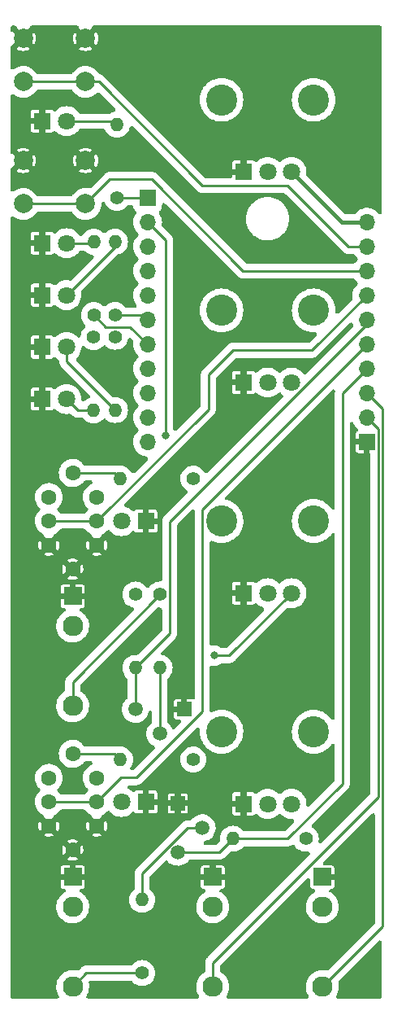
<source format=gbr>
%TF.GenerationSoftware,KiCad,Pcbnew,(6.0.0)*%
%TF.CreationDate,2022-11-14T01:28:24+01:00*%
%TF.ProjectId,Apeks,4170656b-732e-46b6-9963-61645f706362,rev?*%
%TF.SameCoordinates,Original*%
%TF.FileFunction,Copper,L1,Top*%
%TF.FilePolarity,Positive*%
%FSLAX46Y46*%
G04 Gerber Fmt 4.6, Leading zero omitted, Abs format (unit mm)*
G04 Created by KiCad (PCBNEW (6.0.0)) date 2022-11-14 01:28:24*
%MOMM*%
%LPD*%
G01*
G04 APERTURE LIST*
%TA.AperFunction,ComponentPad*%
%ADD10R,1.800000X1.800000*%
%TD*%
%TA.AperFunction,ComponentPad*%
%ADD11C,1.800000*%
%TD*%
%TA.AperFunction,ComponentPad*%
%ADD12R,1.930000X1.830000*%
%TD*%
%TA.AperFunction,ComponentPad*%
%ADD13C,2.130000*%
%TD*%
%TA.AperFunction,ComponentPad*%
%ADD14R,1.500000X1.500000*%
%TD*%
%TA.AperFunction,ComponentPad*%
%ADD15C,1.500000*%
%TD*%
%TA.AperFunction,ComponentPad*%
%ADD16C,1.400000*%
%TD*%
%TA.AperFunction,ComponentPad*%
%ADD17O,1.400000X1.400000*%
%TD*%
%TA.AperFunction,ComponentPad*%
%ADD18C,3.240000*%
%TD*%
%TA.AperFunction,ComponentPad*%
%ADD19C,1.600000*%
%TD*%
%TA.AperFunction,ComponentPad*%
%ADD20C,2.000000*%
%TD*%
%TA.AperFunction,ComponentPad*%
%ADD21R,1.700000X1.700000*%
%TD*%
%TA.AperFunction,ComponentPad*%
%ADD22O,1.700000X1.700000*%
%TD*%
%TA.AperFunction,ViaPad*%
%ADD23C,0.800000*%
%TD*%
%TA.AperFunction,Conductor*%
%ADD24C,0.250000*%
%TD*%
%TA.AperFunction,Conductor*%
%ADD25C,0.400000*%
%TD*%
G04 APERTURE END LIST*
D10*
%TO.P,D3,1,K*%
%TO.N,GND*%
X23950000Y-44100000D03*
D11*
%TO.P,D3,2,A*%
%TO.N,Net-(D3-Pad2)*%
X26490000Y-44100000D03*
%TD*%
D10*
%TO.P,D4,1,K*%
%TO.N,GND*%
X23950000Y-56800000D03*
D11*
%TO.P,D4,2,A*%
%TO.N,Net-(D4-Pad2)*%
X26490000Y-56800000D03*
%TD*%
D10*
%TO.P,D5,1,K*%
%TO.N,GND*%
X23950000Y-62200000D03*
D11*
%TO.P,D5,2,A*%
%TO.N,Net-(D5-Pad2)*%
X26490000Y-62200000D03*
%TD*%
D10*
%TO.P,D6,1,K*%
%TO.N,GND*%
X23950000Y-67600000D03*
D11*
%TO.P,D6,2,A*%
%TO.N,Net-(D6-Pad2)*%
X26490000Y-67600000D03*
%TD*%
D10*
%TO.P,D7,1,K*%
%TO.N,GND*%
X23950000Y-73000000D03*
D11*
%TO.P,D7,2,A*%
%TO.N,Net-(D7-Pad2)*%
X26490000Y-73000000D03*
%TD*%
D12*
%TO.P,J1,S*%
%TO.N,GND*%
X27130000Y-93510000D03*
D13*
%TO.P,J1,T*%
%TO.N,Net-(J1-PadT)*%
X27130000Y-104910000D03*
%TO.P,J1,TN*%
%TO.N,unconnected-(J1-PadTN)*%
X27130000Y-96610000D03*
%TD*%
D12*
%TO.P,J2,S*%
%TO.N,GND*%
X27130000Y-122720000D03*
D13*
%TO.P,J2,T*%
%TO.N,Net-(J2-PadT)*%
X27130000Y-134120000D03*
%TO.P,J2,TN*%
%TO.N,unconnected-(J2-PadTN)*%
X27130000Y-125820000D03*
%TD*%
D14*
%TO.P,Q1,1,E*%
%TO.N,GND*%
X38735000Y-105275000D03*
D15*
%TO.P,Q1,2,B*%
%TO.N,Net-(Q1-Pad2)*%
X36195000Y-107815000D03*
%TO.P,Q1,3,C*%
%TO.N,from_Trigger1*%
X33655000Y-105275000D03*
%TD*%
D14*
%TO.P,Q2,1,E*%
%TO.N,GND*%
X38092000Y-115062000D03*
D15*
%TO.P,Q2,2,B*%
%TO.N,Net-(Q2-Pad2)*%
X40632000Y-117602000D03*
%TO.P,Q2,3,C*%
%TO.N,from_Trigger2*%
X38092000Y-120142000D03*
%TD*%
D16*
%TO.P,R1,1*%
%TO.N,Net-(J1-PadT)*%
X36195000Y-93345000D03*
D17*
%TO.P,R1,2*%
%TO.N,Net-(Q1-Pad2)*%
X36195000Y-100965000D03*
%TD*%
D16*
%TO.P,R3,1*%
%TO.N,Net-(J2-PadT)*%
X34366200Y-132715000D03*
D17*
%TO.P,R3,2*%
%TO.N,Net-(Q2-Pad2)*%
X34366200Y-125095000D03*
%TD*%
D16*
%TO.P,R2,1*%
%TO.N,+3V3*%
X33655000Y-93345000D03*
D17*
%TO.P,R2,2*%
%TO.N,from_Trigger1*%
X33655000Y-100965000D03*
%TD*%
D16*
%TO.P,R5,1*%
%TO.N,+3V3*%
X51435000Y-118745000D03*
D17*
%TO.P,R5,2*%
%TO.N,from_Trigger2*%
X43815000Y-118745000D03*
%TD*%
D16*
%TO.P,R18,1*%
%TO.N,fromLed_Split*%
X31750000Y-52070000D03*
D17*
%TO.P,R18,2*%
%TO.N,Net-(D3-Pad2)*%
X31750000Y-44450000D03*
%TD*%
D16*
%TO.P,R21,1*%
%TO.N,fromLed_Env*%
X29337000Y-64262000D03*
D17*
%TO.P,R21,2*%
%TO.N,Net-(D4-Pad2)*%
X29337000Y-56642000D03*
%TD*%
D16*
%TO.P,R22,1*%
%TO.N,fromLed_Lfo*%
X31546800Y-64262000D03*
D17*
%TO.P,R22,2*%
%TO.N,Net-(D5-Pad2)*%
X31546800Y-56642000D03*
%TD*%
D16*
%TO.P,R23,1*%
%TO.N,fromLed_Tap*%
X31546800Y-66522600D03*
D17*
%TO.P,R23,2*%
%TO.N,Net-(D6-Pad2)*%
X31546800Y-74142600D03*
%TD*%
D16*
%TO.P,R24,1*%
%TO.N,fromLed_Drum*%
X29311600Y-66548000D03*
D17*
%TO.P,R24,2*%
%TO.N,Net-(D7-Pad2)*%
X29311600Y-74168000D03*
%TD*%
D16*
%TO.P,R19,1*%
%TO.N,fromLed_Trigger1*%
X39700000Y-81280000D03*
D17*
%TO.P,R19,2*%
%TO.N,Net-(D8-Pad2)*%
X32080000Y-81280000D03*
%TD*%
D16*
%TO.P,R20,1*%
%TO.N,fromLed_Trigger2*%
X39700000Y-110490000D03*
D17*
%TO.P,R20,2*%
%TO.N,Net-(D9-Pad2)*%
X32080000Y-110490000D03*
%TD*%
D18*
%TO.P,RV1,*%
%TO.N,*%
X52250000Y-41880000D03*
X42650000Y-41880000D03*
D10*
%TO.P,RV1,1,1*%
%TO.N,GND*%
X44950000Y-49380000D03*
D11*
%TO.P,RV1,2,2*%
%TO.N,from_Pot1*%
X47450000Y-49380000D03*
%TO.P,RV1,3,3*%
%TO.N,+3V3*%
X49950000Y-49380000D03*
%TD*%
D18*
%TO.P,RV2,*%
%TO.N,*%
X42650000Y-63790000D03*
X52250000Y-63790000D03*
D10*
%TO.P,RV2,1,1*%
%TO.N,GND*%
X44950000Y-71290000D03*
D11*
%TO.P,RV2,2,2*%
%TO.N,from_Pot2*%
X47450000Y-71290000D03*
%TO.P,RV2,3,3*%
%TO.N,+3V3*%
X49950000Y-71290000D03*
%TD*%
D18*
%TO.P,RV3,*%
%TO.N,*%
X42650000Y-85700000D03*
X52250000Y-85700000D03*
D10*
%TO.P,RV3,1,1*%
%TO.N,GND*%
X44950000Y-93200000D03*
D11*
%TO.P,RV3,2,2*%
%TO.N,from_Pot3*%
X47450000Y-93200000D03*
%TO.P,RV3,3,3*%
%TO.N,+3V3*%
X49950000Y-93200000D03*
%TD*%
D18*
%TO.P,RV4,*%
%TO.N,*%
X42650000Y-107610000D03*
X52250000Y-107610000D03*
D10*
%TO.P,RV4,1,1*%
%TO.N,GND*%
X44950000Y-115110000D03*
D11*
%TO.P,RV4,2,2*%
%TO.N,from_Pot4*%
X47450000Y-115110000D03*
%TO.P,RV4,3,3*%
%TO.N,+3V3*%
X49950000Y-115110000D03*
%TD*%
D19*
%TO.P,SW3,1,A1*%
%TO.N,unconnected-(SW3-Pad1)*%
X24630000Y-83200000D03*
%TO.P,SW3,2,A2*%
%TO.N,fromSW_Trigger1*%
X24630000Y-85700000D03*
%TO.P,SW3,3,A3*%
%TO.N,GND*%
X24630000Y-88200000D03*
%TO.P,SW3,4,B1*%
%TO.N,unconnected-(SW3-Pad4)*%
X29630000Y-83200000D03*
%TO.P,SW3,5,B2*%
%TO.N,fromSW_Trigger1*%
X29630000Y-85700000D03*
%TO.P,SW3,6,B3*%
%TO.N,GND*%
X29630000Y-88200000D03*
%TO.P,SW3,L1,LED+*%
%TO.N,Net-(D8-Pad2)*%
X27130000Y-80700000D03*
%TO.P,SW3,L2,LED-*%
%TO.N,GND*%
X27130000Y-90700000D03*
%TD*%
%TO.P,SW4,1,A1*%
%TO.N,unconnected-(SW4-Pad1)*%
X24630000Y-112410000D03*
%TO.P,SW4,2,A2*%
%TO.N,fromSW_Trigger2*%
X24630000Y-114910000D03*
%TO.P,SW4,3,A3*%
%TO.N,GND*%
X24630000Y-117410000D03*
%TO.P,SW4,4,B1*%
%TO.N,unconnected-(SW4-Pad4)*%
X29630000Y-112410000D03*
%TO.P,SW4,5,B2*%
%TO.N,fromSW_Trigger2*%
X29630000Y-114910000D03*
%TO.P,SW4,6,B3*%
%TO.N,GND*%
X29630000Y-117410000D03*
%TO.P,SW4,L1,LED+*%
%TO.N,Net-(D9-Pad2)*%
X27130000Y-109910000D03*
%TO.P,SW4,L2,LED-*%
%TO.N,GND*%
X27130000Y-119910000D03*
%TD*%
D20*
%TO.P,SW1,1,1*%
%TO.N,GND*%
X21970000Y-35500000D03*
X28470000Y-35500000D03*
%TO.P,SW1,2,2*%
%TO.N,from_SW_DUAL*%
X21970000Y-40000000D03*
X28470000Y-40000000D03*
%TD*%
%TO.P,SW2,1,1*%
%TO.N,GND*%
X28470000Y-48200000D03*
X21970000Y-48200000D03*
%TO.P,SW2,2,2*%
%TO.N,from_SW_MODE*%
X28470000Y-52700000D03*
X21970000Y-52700000D03*
%TD*%
D12*
%TO.P,J4,S*%
%TO.N,GND*%
X41730000Y-122720000D03*
D13*
%TO.P,J4,T*%
%TO.N,from_OUT1*%
X41730000Y-134120000D03*
%TO.P,J4,TN*%
%TO.N,unconnected-(J4-PadTN)*%
X41730000Y-125820000D03*
%TD*%
D12*
%TO.P,J5,S*%
%TO.N,GND*%
X53160000Y-122720000D03*
D13*
%TO.P,J5,T*%
%TO.N,from_OUT2*%
X53160000Y-134120000D03*
%TO.P,J5,TN*%
%TO.N,unconnected-(J5-PadTN)*%
X53160000Y-125820000D03*
%TD*%
D10*
%TO.P,D8,1,K*%
%TO.N,GND*%
X34750000Y-85700000D03*
D11*
%TO.P,D8,2,A*%
%TO.N,Net-(D8-Pad2)*%
X32210000Y-85700000D03*
%TD*%
D10*
%TO.P,D9,1,K*%
%TO.N,GND*%
X34750000Y-114910000D03*
D11*
%TO.P,D9,2,A*%
%TO.N,Net-(D9-Pad2)*%
X32210000Y-114910000D03*
%TD*%
D21*
%TO.P,J9,1,Pin_1*%
%TO.N,GND*%
X57795000Y-77470000D03*
D22*
%TO.P,J9,2,Pin_2*%
%TO.N,from_OUT1*%
X57795000Y-74930000D03*
%TO.P,J9,3,Pin_3*%
%TO.N,from_OUT2*%
X57795000Y-72390000D03*
%TO.P,J9,4,Pin_4*%
%TO.N,from_Trigger2*%
X57795000Y-69850000D03*
%TO.P,J9,5,Pin_5*%
%TO.N,fromSW_Trigger2*%
X57795000Y-67310000D03*
%TO.P,J9,6,Pin_6*%
%TO.N,from_Trigger1*%
X57795000Y-64770000D03*
%TO.P,J9,7,Pin_7*%
%TO.N,fromSW_Trigger1*%
X57795000Y-62230000D03*
%TO.P,J9,8,Pin_8*%
%TO.N,from_SW_MODE*%
X57795000Y-59690000D03*
%TO.P,J9,9,Pin_9*%
%TO.N,from_SW_DUAL*%
X57795000Y-57150000D03*
%TO.P,J9,10,Pin_10*%
%TO.N,+3V3*%
X57795000Y-54610000D03*
%TD*%
D21*
%TO.P,J8,1,Pin_1*%
%TO.N,fromLed_Split*%
X34935000Y-52070000D03*
D22*
%TO.P,J8,2,Pin_2*%
%TO.N,fromLed_Trigger1*%
X34935000Y-54610000D03*
%TO.P,J8,3,Pin_3*%
%TO.N,fromLed_Trigger2*%
X34935000Y-57150000D03*
%TO.P,J8,4,Pin_4*%
%TO.N,fromLed_Drum*%
X34935000Y-59690000D03*
%TO.P,J8,5,Pin_5*%
%TO.N,fromLed_Tap*%
X34935000Y-62230000D03*
%TO.P,J8,6,Pin_6*%
%TO.N,fromLed_Lfo*%
X34935000Y-64770000D03*
%TO.P,J8,7,Pin_7*%
%TO.N,fromLed_Env*%
X34935000Y-67310000D03*
%TO.P,J8,8,Pin_8*%
%TO.N,from_Pot1*%
X34935000Y-69850000D03*
%TO.P,J8,9,Pin_9*%
%TO.N,from_Pot2*%
X34935000Y-72390000D03*
%TO.P,J8,10,Pin_10*%
%TO.N,from_Pot3*%
X34935000Y-74930000D03*
%TO.P,J8,11,Pin_11*%
%TO.N,from_Pot4*%
X34935000Y-77470000D03*
%TD*%
D23*
%TO.N,+3V3*%
X41910000Y-99695000D03*
%TO.N,fromLed_Trigger1*%
X36830000Y-76835000D03*
%TD*%
D24*
%TO.N,Net-(Q1-Pad2)*%
X36195000Y-100965000D02*
X36195000Y-107815000D01*
%TO.N,Net-(Q2-Pad2)*%
X34366200Y-125095000D02*
X34366200Y-122348211D01*
X39112411Y-117602000D02*
X40632000Y-117602000D01*
X34366200Y-122348211D02*
X39112411Y-117602000D01*
%TO.N,+3V3*%
X41910000Y-99695000D02*
X43455000Y-99695000D01*
D25*
X55180000Y-54610000D02*
X49950000Y-49380000D01*
D24*
X43455000Y-99695000D02*
X49950000Y-93200000D01*
D25*
X57795000Y-54610000D02*
X55180000Y-54610000D01*
D24*
%TO.N,Net-(J1-PadT)*%
X27130000Y-104910000D02*
X27130000Y-102410000D01*
X27130000Y-102410000D02*
X36195000Y-93345000D01*
%TO.N,Net-(J2-PadT)*%
X28535000Y-132715000D02*
X34366200Y-132715000D01*
X27130000Y-134120000D02*
X28535000Y-132715000D01*
%TO.N,Net-(D3-Pad2)*%
X26490000Y-44100000D02*
X31400000Y-44100000D01*
X31400000Y-44100000D02*
X31750000Y-44450000D01*
%TO.N,Net-(D4-Pad2)*%
X29179000Y-56800000D02*
X29337000Y-56642000D01*
X26490000Y-56800000D02*
X29179000Y-56800000D01*
%TO.N,Net-(D5-Pad2)*%
X31546800Y-57143200D02*
X31546800Y-56642000D01*
X26490000Y-62200000D02*
X31546800Y-57143200D01*
%TO.N,from_SW_DUAL*%
X57795000Y-57150000D02*
X55880000Y-57150000D01*
X49530000Y-50800000D02*
X40640000Y-50800000D01*
X29840000Y-40000000D02*
X28470000Y-40000000D01*
X40640000Y-50800000D02*
X29840000Y-40000000D01*
X21970000Y-40000000D02*
X28470000Y-40000000D01*
X55880000Y-57150000D02*
X49530000Y-50800000D01*
%TO.N,from_SW_MODE*%
X21970000Y-52700000D02*
X28470000Y-52700000D01*
X28470000Y-52700000D02*
X31005000Y-50165000D01*
X31005000Y-50165000D02*
X35379022Y-50165000D01*
X44904022Y-59690000D02*
X57795000Y-59690000D01*
X35379022Y-50165000D02*
X44904022Y-59690000D01*
%TO.N,from_OUT2*%
X59419031Y-127860969D02*
X59419031Y-74014031D01*
X53160000Y-134120000D02*
X59419031Y-127860969D01*
X59419031Y-74014031D02*
X57795000Y-72390000D01*
%TO.N,from_OUT1*%
X58969511Y-114381467D02*
X58969511Y-76104511D01*
X58969511Y-76104511D02*
X57795000Y-74930000D01*
X41730000Y-134120000D02*
X41730000Y-131620978D01*
X41730000Y-131620978D02*
X58969511Y-114381467D01*
%TO.N,from_Trigger2*%
X55245000Y-113030000D02*
X49530000Y-118745000D01*
X57795000Y-69850000D02*
X55245000Y-72400000D01*
X42418000Y-120142000D02*
X43815000Y-118745000D01*
X55245000Y-72400000D02*
X55245000Y-113030000D01*
X49530000Y-118745000D02*
X43815000Y-118745000D01*
X38092000Y-120142000D02*
X42418000Y-120142000D01*
%TO.N,from_Trigger1*%
X57795000Y-64770000D02*
X57795000Y-65176721D01*
X37219511Y-97400489D02*
X33655000Y-100965000D01*
X57795000Y-65176721D02*
X37219511Y-85752210D01*
X33655000Y-100965000D02*
X33655000Y-105275000D01*
X37219511Y-85752210D02*
X37219511Y-97400489D01*
%TO.N,Net-(D6-Pad2)*%
X26490000Y-69085800D02*
X31546800Y-74142600D01*
X26490000Y-67600000D02*
X26490000Y-69085800D01*
%TO.N,Net-(D7-Pad2)*%
X26490000Y-73000000D02*
X27658000Y-74168000D01*
X27658000Y-74168000D02*
X29311600Y-74168000D01*
%TO.N,Net-(D8-Pad2)*%
X27130000Y-80700000D02*
X31500000Y-80700000D01*
X31500000Y-80700000D02*
X32080000Y-81280000D01*
%TO.N,Net-(D9-Pad2)*%
X31500000Y-109910000D02*
X32080000Y-110490000D01*
X27130000Y-109910000D02*
X31500000Y-109910000D01*
%TO.N,fromLed_Trigger1*%
X36830000Y-56505000D02*
X34935000Y-54610000D01*
X36830000Y-76835000D02*
X36830000Y-56505000D01*
%TO.N,fromLed_Lfo*%
X31546800Y-64262000D02*
X34427000Y-64262000D01*
X34427000Y-64262000D02*
X34935000Y-64770000D01*
%TO.N,fromLed_Env*%
X30573089Y-65498089D02*
X33123089Y-65498089D01*
X33123089Y-65498089D02*
X34935000Y-67310000D01*
X29337000Y-64262000D02*
X30573089Y-65498089D01*
%TO.N,fromLed_Split*%
X31750000Y-52070000D02*
X34935000Y-52070000D01*
%TO.N,fromSW_Trigger2*%
X32145000Y-112395000D02*
X33764022Y-112395000D01*
X29630000Y-114910000D02*
X32145000Y-112395000D01*
X40640000Y-105519022D02*
X40640000Y-84465000D01*
X24630000Y-114910000D02*
X29630000Y-114910000D01*
X33764022Y-112395000D02*
X40640000Y-105519022D01*
X40640000Y-84465000D02*
X57795000Y-67310000D01*
%TO.N,fromSW_Trigger1*%
X52080000Y-67945000D02*
X57795000Y-62230000D01*
X24630000Y-85700000D02*
X29630000Y-85700000D01*
X41275000Y-70485000D02*
X43815000Y-67945000D01*
X41275000Y-74055000D02*
X41275000Y-70485000D01*
X43815000Y-67945000D02*
X52080000Y-67945000D01*
X29630000Y-85700000D02*
X41275000Y-74055000D01*
%TD*%
%TA.AperFunction,Conductor*%
%TO.N,GND*%
G36*
X30434906Y-52512280D02*
G01*
X30495386Y-52576976D01*
X30503774Y-52593016D01*
X30540551Y-52671883D01*
X30575965Y-52747829D01*
X30580949Y-52754947D01*
X30580952Y-52754952D01*
X30706519Y-52934281D01*
X30706522Y-52934285D01*
X30711505Y-52941401D01*
X30878599Y-53108495D01*
X31072170Y-53244035D01*
X31286337Y-53343903D01*
X31294725Y-53346150D01*
X31294729Y-53346152D01*
X31506197Y-53402814D01*
X31506201Y-53402815D01*
X31514592Y-53405063D01*
X31750000Y-53425659D01*
X31985408Y-53405063D01*
X31993799Y-53402815D01*
X31993803Y-53402814D01*
X32205271Y-53346152D01*
X32205275Y-53346150D01*
X32213663Y-53343903D01*
X32427830Y-53244035D01*
X32621401Y-53108495D01*
X32788495Y-52941401D01*
X32793996Y-52933544D01*
X32796230Y-52930355D01*
X32798495Y-52928305D01*
X32799066Y-52927625D01*
X32799160Y-52927704D01*
X32861898Y-52870932D01*
X32946846Y-52845886D01*
X32959239Y-52845500D01*
X33240169Y-52845500D01*
X33326512Y-52865207D01*
X33395753Y-52920426D01*
X33435930Y-53008744D01*
X33436605Y-53012438D01*
X33437402Y-53022569D01*
X33440238Y-53032330D01*
X33440238Y-53032331D01*
X33476044Y-53155573D01*
X33483256Y-53180398D01*
X33566919Y-53321865D01*
X33683135Y-53438081D01*
X33690915Y-53442682D01*
X33745819Y-53509660D01*
X33766686Y-53595730D01*
X33748142Y-53682330D01*
X33732101Y-53710543D01*
X33625851Y-53866300D01*
X33573908Y-53978202D01*
X33547852Y-54034336D01*
X33521965Y-54090104D01*
X33456026Y-54327871D01*
X33429806Y-54573214D01*
X33430276Y-54581367D01*
X33430276Y-54581373D01*
X33438418Y-54722571D01*
X33444010Y-54819545D01*
X33498255Y-55060249D01*
X33501330Y-55067821D01*
X33501330Y-55067822D01*
X33508824Y-55086278D01*
X33591084Y-55288861D01*
X33595351Y-55295824D01*
X33595352Y-55295826D01*
X33715739Y-55492279D01*
X33715743Y-55492284D01*
X33720006Y-55499241D01*
X33725352Y-55505412D01*
X33725353Y-55505414D01*
X33761219Y-55546819D01*
X33881557Y-55685741D01*
X33887841Y-55690958D01*
X33887842Y-55690959D01*
X33928495Y-55724710D01*
X33982339Y-55795026D01*
X34000341Y-55881740D01*
X33978937Y-55967678D01*
X33935605Y-56023902D01*
X33935364Y-56024083D01*
X33929721Y-56029988D01*
X33779935Y-56186731D01*
X33764896Y-56202468D01*
X33760298Y-56209208D01*
X33760295Y-56209212D01*
X33630454Y-56399552D01*
X33625851Y-56406300D01*
X33521965Y-56630104D01*
X33456026Y-56867871D01*
X33429806Y-57113214D01*
X33444010Y-57359545D01*
X33498255Y-57600249D01*
X33591084Y-57828861D01*
X33595351Y-57835824D01*
X33595352Y-57835826D01*
X33715739Y-58032279D01*
X33715743Y-58032284D01*
X33720006Y-58039241D01*
X33881557Y-58225741D01*
X33887841Y-58230958D01*
X33887842Y-58230959D01*
X33928495Y-58264710D01*
X33982339Y-58335026D01*
X34000341Y-58421740D01*
X33978937Y-58507678D01*
X33935605Y-58563902D01*
X33935364Y-58564083D01*
X33764896Y-58742468D01*
X33760298Y-58749208D01*
X33760295Y-58749212D01*
X33630454Y-58939552D01*
X33625851Y-58946300D01*
X33521965Y-59170104D01*
X33456026Y-59407871D01*
X33429806Y-59653214D01*
X33444010Y-59899545D01*
X33498255Y-60140249D01*
X33591084Y-60368861D01*
X33595351Y-60375824D01*
X33595352Y-60375826D01*
X33715739Y-60572279D01*
X33715743Y-60572284D01*
X33720006Y-60579241D01*
X33881557Y-60765741D01*
X33887841Y-60770958D01*
X33887842Y-60770959D01*
X33928495Y-60804710D01*
X33982339Y-60875026D01*
X34000341Y-60961740D01*
X33978937Y-61047678D01*
X33935605Y-61103902D01*
X33935364Y-61104083D01*
X33764896Y-61282468D01*
X33760298Y-61289208D01*
X33760295Y-61289212D01*
X33739644Y-61319486D01*
X33625851Y-61486300D01*
X33521965Y-61710104D01*
X33456026Y-61947871D01*
X33429806Y-62193214D01*
X33444010Y-62439545D01*
X33498255Y-62680249D01*
X33591084Y-62908861D01*
X33595351Y-62915824D01*
X33595352Y-62915826D01*
X33715739Y-63112279D01*
X33715743Y-63112284D01*
X33720006Y-63119241D01*
X33725352Y-63125412D01*
X33725353Y-63125414D01*
X33752893Y-63157207D01*
X33794529Y-63235373D01*
X33798128Y-63323863D01*
X33762975Y-63405151D01*
X33696034Y-63463137D01*
X33602478Y-63486500D01*
X32756039Y-63486500D01*
X32669696Y-63466793D01*
X32600455Y-63411574D01*
X32593030Y-63401645D01*
X32590281Y-63397720D01*
X32590280Y-63397719D01*
X32585295Y-63390599D01*
X32418201Y-63223505D01*
X32269297Y-63119241D01*
X32231751Y-63092951D01*
X32231750Y-63092950D01*
X32224630Y-63087965D01*
X32010463Y-62988097D01*
X32002075Y-62985850D01*
X32002071Y-62985848D01*
X31790603Y-62929186D01*
X31790599Y-62929185D01*
X31782208Y-62926937D01*
X31546800Y-62906341D01*
X31311392Y-62926937D01*
X31303001Y-62929185D01*
X31302997Y-62929186D01*
X31145219Y-62971462D01*
X31083137Y-62988097D01*
X31075265Y-62991768D01*
X30876847Y-63084292D01*
X30876844Y-63084294D01*
X30868971Y-63087965D01*
X30861853Y-63092949D01*
X30861848Y-63092952D01*
X30682519Y-63218519D01*
X30682518Y-63218520D01*
X30675399Y-63223505D01*
X30582614Y-63316290D01*
X30507626Y-63363409D01*
X30419619Y-63373325D01*
X30336026Y-63344074D01*
X30301186Y-63316290D01*
X30208401Y-63223505D01*
X30059497Y-63119241D01*
X30021951Y-63092951D01*
X30021950Y-63092950D01*
X30014830Y-63087965D01*
X29800663Y-62988097D01*
X29792275Y-62985850D01*
X29792271Y-62985848D01*
X29580803Y-62929186D01*
X29580799Y-62929185D01*
X29572408Y-62926937D01*
X29337000Y-62906341D01*
X29101592Y-62926937D01*
X29093201Y-62929185D01*
X29093197Y-62929186D01*
X28935419Y-62971462D01*
X28873337Y-62988097D01*
X28865465Y-62991768D01*
X28667047Y-63084292D01*
X28667044Y-63084294D01*
X28659171Y-63087965D01*
X28652053Y-63092949D01*
X28652048Y-63092952D01*
X28472719Y-63218519D01*
X28472718Y-63218520D01*
X28465599Y-63223505D01*
X28298505Y-63390599D01*
X28293522Y-63397715D01*
X28293519Y-63397719D01*
X28167952Y-63577048D01*
X28167949Y-63577053D01*
X28162965Y-63584171D01*
X28063097Y-63798337D01*
X28060848Y-63806731D01*
X28027262Y-63932078D01*
X28001937Y-64026592D01*
X27981341Y-64262000D01*
X28001937Y-64497408D01*
X28004185Y-64505799D01*
X28004186Y-64505803D01*
X28044052Y-64654585D01*
X28063097Y-64725663D01*
X28066768Y-64733535D01*
X28157303Y-64927686D01*
X28162965Y-64939829D01*
X28167949Y-64946947D01*
X28167952Y-64946952D01*
X28293519Y-65126281D01*
X28293522Y-65126285D01*
X28298505Y-65133401D01*
X28416690Y-65251586D01*
X28463809Y-65326574D01*
X28473725Y-65414581D01*
X28444474Y-65498174D01*
X28416690Y-65533014D01*
X28273105Y-65676599D01*
X28268122Y-65683715D01*
X28268119Y-65683719D01*
X28142552Y-65863048D01*
X28142549Y-65863053D01*
X28137565Y-65870171D01*
X28133894Y-65878044D01*
X28133892Y-65878047D01*
X28126331Y-65894262D01*
X28037697Y-66084337D01*
X28021062Y-66146419D01*
X27985788Y-66278067D01*
X27976537Y-66312592D01*
X27972394Y-66359951D01*
X27967067Y-66420830D01*
X27939909Y-66505126D01*
X27878866Y-66569292D01*
X27796027Y-66600617D01*
X27707801Y-66592898D01*
X27631661Y-66547663D01*
X27617503Y-66532725D01*
X27594834Y-66506183D01*
X27589759Y-66500241D01*
X27498646Y-66422423D01*
X27410125Y-66346819D01*
X27410122Y-66346817D01*
X27404179Y-66341741D01*
X27196089Y-66214223D01*
X26970612Y-66120828D01*
X26733302Y-66063854D01*
X26490000Y-66044706D01*
X26246698Y-66063854D01*
X26009388Y-66120828D01*
X25783911Y-66214223D01*
X25575821Y-66341741D01*
X25569878Y-66346817D01*
X25569875Y-66346819D01*
X25481354Y-66422423D01*
X25390241Y-66500241D01*
X25385166Y-66506183D01*
X25385162Y-66506187D01*
X25384659Y-66506776D01*
X25384323Y-66507026D01*
X25379634Y-66511715D01*
X25378945Y-66511026D01*
X25313599Y-66559634D01*
X25226642Y-66576425D01*
X25141011Y-66553825D01*
X25092746Y-66518375D01*
X25035429Y-66461159D01*
X25005622Y-66440749D01*
X24933896Y-66409040D01*
X24905346Y-66401256D01*
X24900313Y-66400669D01*
X24888797Y-66400000D01*
X24272423Y-66400000D01*
X24253453Y-66404330D01*
X24250000Y-66411500D01*
X24250000Y-68777577D01*
X24254330Y-68796547D01*
X24261500Y-68800000D01*
X24888682Y-68800000D01*
X24900426Y-68799304D01*
X24905900Y-68798652D01*
X24934377Y-68790826D01*
X25006073Y-68758980D01*
X25035847Y-68738517D01*
X25092452Y-68681813D01*
X25167399Y-68634629D01*
X25255397Y-68624637D01*
X25339016Y-68653815D01*
X25379320Y-68688599D01*
X25379634Y-68688285D01*
X25383906Y-68692557D01*
X25384606Y-68693161D01*
X25390241Y-68699759D01*
X25396181Y-68704832D01*
X25396183Y-68704834D01*
X25506138Y-68798744D01*
X25575821Y-68858259D01*
X25582490Y-68862346D01*
X25582493Y-68862348D01*
X25619477Y-68885012D01*
X25682800Y-68946929D01*
X25712986Y-69030189D01*
X25714500Y-69054687D01*
X25714500Y-69076550D01*
X25714489Y-69078634D01*
X25714122Y-69113707D01*
X25713588Y-69164665D01*
X25715938Y-69175533D01*
X25715938Y-69175535D01*
X25721540Y-69201445D01*
X25724794Y-69221316D01*
X25728987Y-69258698D01*
X25732646Y-69269204D01*
X25737991Y-69284552D01*
X25744567Y-69307948D01*
X25747756Y-69322697D01*
X25750355Y-69334719D01*
X25755057Y-69344802D01*
X25766259Y-69368825D01*
X25773831Y-69387472D01*
X25786204Y-69423003D01*
X25800720Y-69446233D01*
X25812306Y-69467573D01*
X25823883Y-69492399D01*
X25846945Y-69522131D01*
X25858457Y-69538633D01*
X25878400Y-69570548D01*
X25906031Y-69598372D01*
X25906343Y-69598706D01*
X25906894Y-69599416D01*
X25931428Y-69623950D01*
X25931919Y-69624442D01*
X26000994Y-69694001D01*
X26002066Y-69694681D01*
X26002972Y-69695494D01*
X28888152Y-72580674D01*
X28935271Y-72655662D01*
X28945187Y-72743669D01*
X28915936Y-72827262D01*
X28853312Y-72889886D01*
X28831540Y-72901743D01*
X28641647Y-72990292D01*
X28641644Y-72990294D01*
X28633771Y-72993965D01*
X28626653Y-72998949D01*
X28626648Y-72998952D01*
X28447319Y-73124519D01*
X28447315Y-73124522D01*
X28440199Y-73129505D01*
X28381919Y-73187785D01*
X28306931Y-73234904D01*
X28218924Y-73244820D01*
X28135331Y-73215569D01*
X28072707Y-73152945D01*
X28043456Y-73069352D01*
X28042819Y-73031456D01*
X28044681Y-73007799D01*
X28044681Y-73007789D01*
X28045294Y-73000000D01*
X28026146Y-72756698D01*
X27969172Y-72519388D01*
X27875777Y-72293911D01*
X27748259Y-72085821D01*
X27727234Y-72061203D01*
X27594834Y-71906183D01*
X27589759Y-71900241D01*
X27498646Y-71822423D01*
X27410125Y-71746819D01*
X27410122Y-71746817D01*
X27404179Y-71741741D01*
X27196089Y-71614223D01*
X26970612Y-71520828D01*
X26733302Y-71463854D01*
X26490000Y-71444706D01*
X26246698Y-71463854D01*
X26009388Y-71520828D01*
X25783911Y-71614223D01*
X25575821Y-71741741D01*
X25569878Y-71746817D01*
X25569875Y-71746819D01*
X25481354Y-71822423D01*
X25390241Y-71900241D01*
X25385166Y-71906183D01*
X25385162Y-71906187D01*
X25384659Y-71906776D01*
X25384323Y-71907026D01*
X25379634Y-71911715D01*
X25378945Y-71911026D01*
X25313599Y-71959634D01*
X25226642Y-71976425D01*
X25141011Y-71953825D01*
X25092746Y-71918375D01*
X25035429Y-71861159D01*
X25005622Y-71840749D01*
X24933896Y-71809040D01*
X24905346Y-71801256D01*
X24900313Y-71800669D01*
X24888797Y-71800000D01*
X24272423Y-71800000D01*
X24253453Y-71804330D01*
X24250000Y-71811500D01*
X24250000Y-74177577D01*
X24254330Y-74196547D01*
X24261500Y-74200000D01*
X24888682Y-74200000D01*
X24900426Y-74199304D01*
X24905900Y-74198652D01*
X24934377Y-74190826D01*
X25006073Y-74158980D01*
X25035847Y-74138517D01*
X25092452Y-74081813D01*
X25167399Y-74034629D01*
X25255397Y-74024637D01*
X25339016Y-74053815D01*
X25379320Y-74088599D01*
X25379634Y-74088285D01*
X25383906Y-74092557D01*
X25384606Y-74093161D01*
X25390241Y-74099759D01*
X25396183Y-74104834D01*
X25506138Y-74198744D01*
X25575821Y-74258259D01*
X25783911Y-74385777D01*
X26009388Y-74479172D01*
X26246698Y-74536146D01*
X26490000Y-74555294D01*
X26497789Y-74554681D01*
X26725513Y-74536759D01*
X26733302Y-74536146D01*
X26740897Y-74534323D01*
X26740907Y-74534321D01*
X26783087Y-74524194D01*
X26871645Y-74523199D01*
X26951864Y-74560727D01*
X26970258Y-74576981D01*
X27103090Y-74709813D01*
X27104556Y-74711294D01*
X27164760Y-74772772D01*
X27174114Y-74778800D01*
X27174116Y-74778802D01*
X27196393Y-74793159D01*
X27212741Y-74804905D01*
X27242140Y-74828374D01*
X27252159Y-74833217D01*
X27252160Y-74833218D01*
X27266791Y-74840291D01*
X27287974Y-74852178D01*
X27311004Y-74867020D01*
X27346375Y-74879894D01*
X27364903Y-74887721D01*
X27398779Y-74904097D01*
X27425471Y-74910260D01*
X27448742Y-74917153D01*
X27474493Y-74926525D01*
X27511827Y-74931241D01*
X27531639Y-74934771D01*
X27568302Y-74943235D01*
X27579428Y-74943274D01*
X27579430Y-74943274D01*
X27607504Y-74943372D01*
X27607973Y-74943388D01*
X27608863Y-74943500D01*
X27643850Y-74943500D01*
X27644543Y-74943501D01*
X27742283Y-74943842D01*
X27743521Y-74943565D01*
X27744728Y-74943500D01*
X28102361Y-74943500D01*
X28188704Y-74963207D01*
X28257945Y-75018426D01*
X28265370Y-75028355D01*
X28267415Y-75031275D01*
X28273105Y-75039401D01*
X28440199Y-75206495D01*
X28633770Y-75342035D01*
X28847937Y-75441903D01*
X28856325Y-75444150D01*
X28856329Y-75444152D01*
X29067797Y-75500814D01*
X29067801Y-75500815D01*
X29076192Y-75503063D01*
X29311600Y-75523659D01*
X29547008Y-75503063D01*
X29555399Y-75500815D01*
X29555403Y-75500814D01*
X29766871Y-75444152D01*
X29766875Y-75444150D01*
X29775263Y-75441903D01*
X29989430Y-75342035D01*
X30183001Y-75206495D01*
X30301186Y-75088310D01*
X30376174Y-75041191D01*
X30464181Y-75031275D01*
X30547774Y-75060526D01*
X30582614Y-75088310D01*
X30675399Y-75181095D01*
X30868970Y-75316635D01*
X31083137Y-75416503D01*
X31091525Y-75418750D01*
X31091529Y-75418752D01*
X31302997Y-75475414D01*
X31303001Y-75475415D01*
X31311392Y-75477663D01*
X31546800Y-75498259D01*
X31782208Y-75477663D01*
X31790599Y-75475415D01*
X31790603Y-75475414D01*
X32002071Y-75418752D01*
X32002075Y-75418750D01*
X32010463Y-75416503D01*
X32224630Y-75316635D01*
X32418201Y-75181095D01*
X32585295Y-75014001D01*
X32590278Y-75006885D01*
X32590281Y-75006881D01*
X32715848Y-74827552D01*
X32715851Y-74827547D01*
X32720835Y-74820429D01*
X32733552Y-74793159D01*
X32817032Y-74614135D01*
X32820703Y-74606263D01*
X32854267Y-74480998D01*
X32879614Y-74386403D01*
X32879615Y-74386399D01*
X32881863Y-74378008D01*
X32902459Y-74142600D01*
X32881863Y-73907192D01*
X32860870Y-73828842D01*
X32822952Y-73687331D01*
X32820703Y-73678937D01*
X32720835Y-73464771D01*
X32715851Y-73457653D01*
X32715848Y-73457648D01*
X32590281Y-73278319D01*
X32590278Y-73278315D01*
X32585295Y-73271199D01*
X32418201Y-73104105D01*
X32224630Y-72968565D01*
X32010463Y-72868697D01*
X32002075Y-72866450D01*
X32002071Y-72866448D01*
X31790603Y-72809786D01*
X31790599Y-72809785D01*
X31782208Y-72807537D01*
X31546800Y-72786941D01*
X31538148Y-72787698D01*
X31538147Y-72787698D01*
X31401136Y-72799685D01*
X31313404Y-72787578D01*
X31243078Y-72742156D01*
X27532133Y-69031211D01*
X27485014Y-68956223D01*
X27475098Y-68868216D01*
X27504349Y-68784623D01*
X27543606Y-68739177D01*
X27589759Y-68699759D01*
X27595393Y-68693162D01*
X27743181Y-68520125D01*
X27743183Y-68520122D01*
X27748259Y-68514179D01*
X27875777Y-68306089D01*
X27969172Y-68080612D01*
X28026146Y-67843302D01*
X28041224Y-67651719D01*
X28067644Y-67567191D01*
X28128124Y-67502495D01*
X28210686Y-67470447D01*
X28298976Y-67477395D01*
X28380324Y-67526620D01*
X28440199Y-67586495D01*
X28633770Y-67722035D01*
X28847937Y-67821903D01*
X28856325Y-67824150D01*
X28856329Y-67824152D01*
X29067797Y-67880814D01*
X29067801Y-67880815D01*
X29076192Y-67883063D01*
X29311600Y-67903659D01*
X29547008Y-67883063D01*
X29555399Y-67880815D01*
X29555403Y-67880814D01*
X29766871Y-67824152D01*
X29766875Y-67824150D01*
X29775263Y-67821903D01*
X29989430Y-67722035D01*
X30183001Y-67586495D01*
X30301186Y-67468310D01*
X30376174Y-67421191D01*
X30464181Y-67411275D01*
X30547774Y-67440526D01*
X30582614Y-67468310D01*
X30675399Y-67561095D01*
X30868970Y-67696635D01*
X31083137Y-67796503D01*
X31091525Y-67798750D01*
X31091529Y-67798752D01*
X31302997Y-67855414D01*
X31303001Y-67855415D01*
X31311392Y-67857663D01*
X31546800Y-67878259D01*
X31782208Y-67857663D01*
X31790599Y-67855415D01*
X31790603Y-67855414D01*
X32002071Y-67798752D01*
X32002075Y-67798750D01*
X32010463Y-67796503D01*
X32224630Y-67696635D01*
X32418201Y-67561095D01*
X32585295Y-67394001D01*
X32590278Y-67386885D01*
X32590281Y-67386881D01*
X32715848Y-67207552D01*
X32715851Y-67207547D01*
X32720835Y-67200429D01*
X32726797Y-67187645D01*
X32784412Y-67064089D01*
X32820703Y-66986263D01*
X32878119Y-66771981D01*
X32919500Y-66693683D01*
X32990758Y-66641092D01*
X33077777Y-66624626D01*
X33163323Y-66647548D01*
X33211051Y-66682773D01*
X33398425Y-66870147D01*
X33445544Y-66945135D01*
X33455584Y-67032007D01*
X33429806Y-67273214D01*
X33430276Y-67281367D01*
X33430276Y-67281373D01*
X33434919Y-67361894D01*
X33444010Y-67519545D01*
X33498255Y-67760249D01*
X33591084Y-67988861D01*
X33595351Y-67995824D01*
X33595352Y-67995826D01*
X33715739Y-68192279D01*
X33715743Y-68192284D01*
X33720006Y-68199241D01*
X33881557Y-68385741D01*
X33887841Y-68390958D01*
X33887842Y-68390959D01*
X33928495Y-68424710D01*
X33982339Y-68495026D01*
X34000341Y-68581740D01*
X33978937Y-68667678D01*
X33935605Y-68723902D01*
X33935364Y-68724083D01*
X33929721Y-68729988D01*
X33811996Y-68853181D01*
X33764896Y-68902468D01*
X33760298Y-68909208D01*
X33760295Y-68909212D01*
X33716338Y-68973651D01*
X33625851Y-69106300D01*
X33521965Y-69330104D01*
X33456026Y-69567871D01*
X33429806Y-69813214D01*
X33430276Y-69821367D01*
X33430276Y-69821373D01*
X33436168Y-69923550D01*
X33444010Y-70059545D01*
X33498255Y-70300249D01*
X33591084Y-70528861D01*
X33595351Y-70535824D01*
X33595352Y-70535826D01*
X33715739Y-70732279D01*
X33715743Y-70732284D01*
X33720006Y-70739241D01*
X33881557Y-70925741D01*
X33887841Y-70930958D01*
X33887842Y-70930959D01*
X33928495Y-70964710D01*
X33982339Y-71035026D01*
X34000341Y-71121740D01*
X33978937Y-71207678D01*
X33935605Y-71263902D01*
X33935364Y-71264083D01*
X33764896Y-71442468D01*
X33760298Y-71449208D01*
X33760295Y-71449212D01*
X33649774Y-71611230D01*
X33625851Y-71646300D01*
X33622413Y-71653707D01*
X33533246Y-71845802D01*
X33521965Y-71870104D01*
X33456026Y-72107871D01*
X33429806Y-72353214D01*
X33430276Y-72361367D01*
X33430276Y-72361373D01*
X33432206Y-72394834D01*
X33444010Y-72599545D01*
X33498255Y-72840249D01*
X33591084Y-73068861D01*
X33595351Y-73075824D01*
X33595352Y-73075826D01*
X33715739Y-73272279D01*
X33715743Y-73272284D01*
X33720006Y-73279241D01*
X33725352Y-73285412D01*
X33725353Y-73285414D01*
X33757411Y-73322423D01*
X33881557Y-73465741D01*
X33887841Y-73470958D01*
X33887842Y-73470959D01*
X33928495Y-73504710D01*
X33982339Y-73575026D01*
X34000341Y-73661740D01*
X33978937Y-73747678D01*
X33935605Y-73803902D01*
X33935364Y-73804083D01*
X33929721Y-73809988D01*
X33844854Y-73898797D01*
X33764896Y-73982468D01*
X33760298Y-73989208D01*
X33760295Y-73989212D01*
X33631801Y-74177577D01*
X33625851Y-74186300D01*
X33596762Y-74248967D01*
X33525729Y-74401996D01*
X33521965Y-74410104D01*
X33456026Y-74647871D01*
X33429806Y-74893214D01*
X33430276Y-74901367D01*
X33430276Y-74901373D01*
X33437767Y-75031275D01*
X33444010Y-75139545D01*
X33498255Y-75380249D01*
X33591084Y-75608861D01*
X33595351Y-75615824D01*
X33595352Y-75615826D01*
X33715739Y-75812279D01*
X33715743Y-75812284D01*
X33720006Y-75819241D01*
X33881557Y-76005741D01*
X33887841Y-76010958D01*
X33887842Y-76010959D01*
X33928495Y-76044710D01*
X33982339Y-76115026D01*
X34000341Y-76201740D01*
X33978937Y-76287678D01*
X33935605Y-76343902D01*
X33935364Y-76344083D01*
X33929721Y-76349988D01*
X33854006Y-76429220D01*
X33764896Y-76522468D01*
X33760298Y-76529208D01*
X33760295Y-76529212D01*
X33630454Y-76719552D01*
X33625851Y-76726300D01*
X33521965Y-76950104D01*
X33456026Y-77187871D01*
X33429806Y-77433214D01*
X33444010Y-77679545D01*
X33498255Y-77920249D01*
X33591084Y-78148861D01*
X33595351Y-78155824D01*
X33595352Y-78155826D01*
X33715739Y-78352279D01*
X33715743Y-78352284D01*
X33720006Y-78359241D01*
X33881557Y-78545741D01*
X34071399Y-78703351D01*
X34284433Y-78827838D01*
X34292063Y-78830752D01*
X34292066Y-78830753D01*
X34507313Y-78912947D01*
X34514939Y-78915859D01*
X34635832Y-78940455D01*
X34748728Y-78963425D01*
X34748731Y-78963425D01*
X34756726Y-78965052D01*
X34775489Y-78965740D01*
X34793864Y-78966414D01*
X34879426Y-78989272D01*
X34946597Y-79046991D01*
X34982073Y-79128139D01*
X34978827Y-79216643D01*
X34937502Y-79294973D01*
X34927284Y-79305994D01*
X33574881Y-80658397D01*
X33499893Y-80705516D01*
X33411886Y-80715432D01*
X33328293Y-80686181D01*
X33261830Y-80617187D01*
X33257709Y-80610050D01*
X33254035Y-80602171D01*
X33192669Y-80514531D01*
X33123481Y-80415719D01*
X33123478Y-80415715D01*
X33118495Y-80408599D01*
X32951401Y-80241505D01*
X32757830Y-80105965D01*
X32543663Y-80006097D01*
X32535275Y-80003850D01*
X32535271Y-80003848D01*
X32323803Y-79947186D01*
X32323799Y-79947185D01*
X32315408Y-79944937D01*
X32080000Y-79924341D01*
X32071348Y-79925098D01*
X31900107Y-79940080D01*
X31844592Y-79944937D01*
X31817892Y-79952091D01*
X31729393Y-79955402D01*
X31698329Y-79946870D01*
X31683507Y-79941475D01*
X31672470Y-79940081D01*
X31672467Y-79940080D01*
X31651968Y-79937491D01*
X31646173Y-79936759D01*
X31626361Y-79933229D01*
X31589698Y-79924765D01*
X31578572Y-79924726D01*
X31578570Y-79924726D01*
X31550492Y-79924628D01*
X31550026Y-79924613D01*
X31549137Y-79924500D01*
X31514276Y-79924500D01*
X31513581Y-79924499D01*
X31513392Y-79924498D01*
X31415716Y-79924157D01*
X31414475Y-79924434D01*
X31413264Y-79924500D01*
X28464239Y-79924500D01*
X28377896Y-79904793D01*
X28308655Y-79849574D01*
X28297156Y-79833594D01*
X28283155Y-79811951D01*
X28277660Y-79805912D01*
X28277656Y-79805907D01*
X28128124Y-79641575D01*
X28122629Y-79635536D01*
X28116228Y-79630481D01*
X28116224Y-79630477D01*
X27941848Y-79492764D01*
X27935445Y-79487707D01*
X27726631Y-79372436D01*
X27718936Y-79369711D01*
X27509485Y-79295540D01*
X27509479Y-79295538D01*
X27501794Y-79292817D01*
X27266972Y-79250988D01*
X27258805Y-79250888D01*
X27258803Y-79250888D01*
X27160300Y-79249685D01*
X27028471Y-79248074D01*
X27020402Y-79249309D01*
X27020398Y-79249309D01*
X26929605Y-79263203D01*
X26792698Y-79284153D01*
X26565982Y-79358255D01*
X26558744Y-79362023D01*
X26558739Y-79362025D01*
X26538740Y-79372436D01*
X26354414Y-79468390D01*
X26347882Y-79473294D01*
X26347881Y-79473295D01*
X26170211Y-79606694D01*
X26170207Y-79606698D01*
X26163675Y-79611602D01*
X26158029Y-79617510D01*
X26158028Y-79617511D01*
X26004532Y-79778134D01*
X26004527Y-79778140D01*
X25998887Y-79784042D01*
X25994282Y-79790793D01*
X25889132Y-79944937D01*
X25864475Y-79981082D01*
X25814263Y-80089255D01*
X25806507Y-80105965D01*
X25764051Y-80197428D01*
X25700309Y-80427272D01*
X25674963Y-80664440D01*
X25675433Y-80672593D01*
X25675433Y-80672599D01*
X25677903Y-80715432D01*
X25688694Y-80902562D01*
X25741131Y-81135245D01*
X25830867Y-81356239D01*
X25835134Y-81363202D01*
X25835135Y-81363204D01*
X25951226Y-81552647D01*
X25951230Y-81552653D01*
X25955493Y-81559609D01*
X26111660Y-81739894D01*
X26295176Y-81892252D01*
X26302220Y-81896368D01*
X26494066Y-82008474D01*
X26494069Y-82008476D01*
X26501112Y-82012591D01*
X26723937Y-82097680D01*
X26731936Y-82099307D01*
X26731938Y-82099308D01*
X26949667Y-82143606D01*
X26949672Y-82143607D01*
X26957666Y-82145233D01*
X27057066Y-82148878D01*
X27187864Y-82153674D01*
X27187867Y-82153674D01*
X27196025Y-82153973D01*
X27204118Y-82152936D01*
X27204123Y-82152936D01*
X27424514Y-82124702D01*
X27432609Y-82123665D01*
X27440422Y-82121321D01*
X27440427Y-82121320D01*
X27653247Y-82057472D01*
X27653254Y-82057469D01*
X27661068Y-82055125D01*
X27875264Y-81950191D01*
X28069445Y-81811683D01*
X28162671Y-81718782D01*
X28232609Y-81649088D01*
X28232610Y-81649087D01*
X28238397Y-81643320D01*
X28243161Y-81636690D01*
X28243168Y-81636682D01*
X28299436Y-81558376D01*
X28365825Y-81499758D01*
X28451072Y-81475750D01*
X28461041Y-81475500D01*
X28991317Y-81475500D01*
X29077660Y-81495207D01*
X29146901Y-81550426D01*
X29185328Y-81630218D01*
X29185328Y-81718782D01*
X29146901Y-81798574D01*
X29077660Y-81853793D01*
X29072446Y-81856142D01*
X29065982Y-81858255D01*
X28854414Y-81968390D01*
X28847882Y-81973294D01*
X28847881Y-81973295D01*
X28670211Y-82106694D01*
X28670207Y-82106698D01*
X28663675Y-82111602D01*
X28658029Y-82117510D01*
X28658028Y-82117511D01*
X28504532Y-82278134D01*
X28504527Y-82278140D01*
X28498887Y-82284042D01*
X28494282Y-82290793D01*
X28386327Y-82449049D01*
X28364475Y-82481082D01*
X28264051Y-82697428D01*
X28200309Y-82927272D01*
X28174963Y-83164440D01*
X28175433Y-83172593D01*
X28175433Y-83172599D01*
X28182533Y-83295713D01*
X28188694Y-83402562D01*
X28241131Y-83635245D01*
X28330867Y-83856239D01*
X28335134Y-83863202D01*
X28335135Y-83863204D01*
X28451226Y-84052647D01*
X28451230Y-84052653D01*
X28455493Y-84059609D01*
X28460839Y-84065781D01*
X28460840Y-84065782D01*
X28522260Y-84136687D01*
X28611660Y-84239894D01*
X28677595Y-84294634D01*
X28731438Y-84364950D01*
X28749440Y-84451664D01*
X28728036Y-84537602D01*
X28675462Y-84600319D01*
X28676313Y-84601277D01*
X28670211Y-84606695D01*
X28663675Y-84611602D01*
X28658029Y-84617510D01*
X28658028Y-84617511D01*
X28504532Y-84778134D01*
X28504527Y-84778140D01*
X28498887Y-84784042D01*
X28494287Y-84790785D01*
X28494280Y-84790794D01*
X28462324Y-84837641D01*
X28397388Y-84897863D01*
X28312753Y-84923947D01*
X28297930Y-84924500D01*
X25964239Y-84924500D01*
X25877896Y-84904793D01*
X25808655Y-84849574D01*
X25797156Y-84833594D01*
X25794348Y-84829253D01*
X25783155Y-84811951D01*
X25777660Y-84805912D01*
X25777656Y-84805907D01*
X25628124Y-84641575D01*
X25622629Y-84635536D01*
X25616224Y-84630478D01*
X25616218Y-84630472D01*
X25587558Y-84607838D01*
X25532012Y-84538859D01*
X25511895Y-84452610D01*
X25531193Y-84366175D01*
X25570424Y-84310708D01*
X25732611Y-84149086D01*
X25732612Y-84149085D01*
X25738397Y-84143320D01*
X25877582Y-83949623D01*
X25906453Y-83891207D01*
X25979647Y-83743112D01*
X25979648Y-83743109D01*
X25983263Y-83735795D01*
X26052600Y-83507577D01*
X26083733Y-83271099D01*
X26085471Y-83200000D01*
X26082548Y-83164440D01*
X26066596Y-82970420D01*
X26066596Y-82970419D01*
X26065927Y-82962284D01*
X26007821Y-82730952D01*
X25996668Y-82705300D01*
X25915970Y-82519709D01*
X25912712Y-82512216D01*
X25902134Y-82495864D01*
X25787589Y-82318805D01*
X25783155Y-82311951D01*
X25622629Y-82135536D01*
X25616228Y-82130481D01*
X25616224Y-82130477D01*
X25486014Y-82027644D01*
X25435445Y-81987707D01*
X25226631Y-81872436D01*
X25218936Y-81869711D01*
X25009485Y-81795540D01*
X25009479Y-81795538D01*
X25001794Y-81792817D01*
X24766972Y-81750988D01*
X24758805Y-81750888D01*
X24758803Y-81750888D01*
X24660300Y-81749685D01*
X24528471Y-81748074D01*
X24520402Y-81749309D01*
X24520398Y-81749309D01*
X24429605Y-81763203D01*
X24292698Y-81784153D01*
X24065982Y-81858255D01*
X24058744Y-81862023D01*
X24058739Y-81862025D01*
X23898478Y-81945452D01*
X23854414Y-81968390D01*
X23847882Y-81973294D01*
X23847881Y-81973295D01*
X23670211Y-82106694D01*
X23670207Y-82106698D01*
X23663675Y-82111602D01*
X23658029Y-82117510D01*
X23658028Y-82117511D01*
X23504532Y-82278134D01*
X23504527Y-82278140D01*
X23498887Y-82284042D01*
X23494282Y-82290793D01*
X23386327Y-82449049D01*
X23364475Y-82481082D01*
X23264051Y-82697428D01*
X23200309Y-82927272D01*
X23174963Y-83164440D01*
X23175433Y-83172593D01*
X23175433Y-83172599D01*
X23182533Y-83295713D01*
X23188694Y-83402562D01*
X23241131Y-83635245D01*
X23330867Y-83856239D01*
X23335134Y-83863202D01*
X23335135Y-83863204D01*
X23451226Y-84052647D01*
X23451230Y-84052653D01*
X23455493Y-84059609D01*
X23460839Y-84065781D01*
X23460840Y-84065782D01*
X23522260Y-84136687D01*
X23611660Y-84239894D01*
X23677595Y-84294634D01*
X23731438Y-84364950D01*
X23749440Y-84451664D01*
X23728036Y-84537602D01*
X23675462Y-84600319D01*
X23676313Y-84601277D01*
X23670211Y-84606695D01*
X23663675Y-84611602D01*
X23658029Y-84617510D01*
X23658028Y-84617511D01*
X23504532Y-84778134D01*
X23504527Y-84778140D01*
X23498887Y-84784042D01*
X23364475Y-84981082D01*
X23361037Y-84988489D01*
X23306993Y-85104918D01*
X23264051Y-85197428D01*
X23200309Y-85427272D01*
X23174963Y-85664440D01*
X23175433Y-85672593D01*
X23175433Y-85672599D01*
X23179241Y-85738629D01*
X23188694Y-85902562D01*
X23241131Y-86135245D01*
X23330867Y-86356239D01*
X23335134Y-86363202D01*
X23335135Y-86363204D01*
X23451226Y-86552647D01*
X23451230Y-86552653D01*
X23455493Y-86559609D01*
X23460839Y-86565781D01*
X23460840Y-86565782D01*
X23563153Y-86683896D01*
X23611660Y-86739894D01*
X23795176Y-86892252D01*
X23808435Y-86900000D01*
X24001112Y-87012591D01*
X24000236Y-87014090D01*
X24061146Y-87062459D01*
X24099736Y-87142173D01*
X24099918Y-87230736D01*
X24098224Y-87236378D01*
X24110161Y-87255897D01*
X24614145Y-87759881D01*
X24630620Y-87770233D01*
X24638131Y-87767605D01*
X25151551Y-87254185D01*
X25162575Y-87236640D01*
X25163426Y-87229096D01*
X25155664Y-87160211D01*
X25184915Y-87076617D01*
X25247539Y-87013994D01*
X25265861Y-87003787D01*
X25375264Y-86950191D01*
X25569445Y-86811683D01*
X25738397Y-86643320D01*
X25743161Y-86636690D01*
X25743168Y-86636682D01*
X25799436Y-86558376D01*
X25865825Y-86499758D01*
X25951072Y-86475750D01*
X25961041Y-86475500D01*
X28293806Y-86475500D01*
X28380149Y-86495207D01*
X28453341Y-86556097D01*
X28455493Y-86559609D01*
X28611660Y-86739894D01*
X28795176Y-86892252D01*
X28808435Y-86900000D01*
X29001112Y-87012591D01*
X29000236Y-87014090D01*
X29061146Y-87062459D01*
X29099736Y-87142173D01*
X29099918Y-87230736D01*
X29098224Y-87236378D01*
X29110161Y-87255897D01*
X29614145Y-87759881D01*
X29630620Y-87770233D01*
X29638131Y-87767605D01*
X30151551Y-87254185D01*
X30162575Y-87236640D01*
X30163426Y-87229096D01*
X30155664Y-87160211D01*
X30184915Y-87076617D01*
X30247539Y-87013994D01*
X30265861Y-87003787D01*
X30375264Y-86950191D01*
X30569445Y-86811683D01*
X30714872Y-86666763D01*
X30789943Y-86619776D01*
X30877966Y-86610013D01*
X30961508Y-86639410D01*
X31006660Y-86678482D01*
X31105165Y-86793816D01*
X31110241Y-86799759D01*
X31116183Y-86804834D01*
X31286375Y-86950191D01*
X31295821Y-86958259D01*
X31503911Y-87085777D01*
X31729388Y-87179172D01*
X31966698Y-87236146D01*
X32210000Y-87255294D01*
X32453302Y-87236146D01*
X32690612Y-87179172D01*
X32916089Y-87085777D01*
X33124179Y-86958259D01*
X33133626Y-86950191D01*
X33303817Y-86804834D01*
X33309759Y-86799759D01*
X33314835Y-86793816D01*
X33314838Y-86793813D01*
X33315341Y-86793224D01*
X33315677Y-86792974D01*
X33320366Y-86788285D01*
X33321055Y-86788974D01*
X33386401Y-86740366D01*
X33473358Y-86723575D01*
X33558989Y-86746175D01*
X33607254Y-86781625D01*
X33664571Y-86838841D01*
X33694378Y-86859251D01*
X33766104Y-86890960D01*
X33794654Y-86898744D01*
X33799687Y-86899331D01*
X33811203Y-86900000D01*
X34427577Y-86900000D01*
X34446547Y-86895670D01*
X34450000Y-86888500D01*
X34450000Y-86877577D01*
X35050000Y-86877577D01*
X35054330Y-86896547D01*
X35061500Y-86900000D01*
X35688682Y-86900000D01*
X35700426Y-86899304D01*
X35705900Y-86898652D01*
X35734377Y-86890826D01*
X35806073Y-86858980D01*
X35835846Y-86838517D01*
X35888842Y-86785429D01*
X35909251Y-86755622D01*
X35940960Y-86683896D01*
X35948744Y-86655346D01*
X35949331Y-86650313D01*
X35950000Y-86638797D01*
X35950000Y-86022423D01*
X35945670Y-86003453D01*
X35938500Y-86000000D01*
X35072423Y-86000000D01*
X35053453Y-86004330D01*
X35050000Y-86011500D01*
X35050000Y-86877577D01*
X34450000Y-86877577D01*
X34450000Y-85377577D01*
X35050000Y-85377577D01*
X35054330Y-85396547D01*
X35061500Y-85400000D01*
X35927577Y-85400000D01*
X35946547Y-85395670D01*
X35950000Y-85388500D01*
X35950000Y-84761318D01*
X35949304Y-84749574D01*
X35948652Y-84744100D01*
X35940826Y-84715623D01*
X35908980Y-84643927D01*
X35888517Y-84614154D01*
X35835429Y-84561158D01*
X35805622Y-84540749D01*
X35733896Y-84509040D01*
X35705346Y-84501256D01*
X35700313Y-84500669D01*
X35688797Y-84500000D01*
X35072423Y-84500000D01*
X35053453Y-84504330D01*
X35050000Y-84511500D01*
X35050000Y-85377577D01*
X34450000Y-85377577D01*
X34450000Y-84522423D01*
X34445670Y-84503453D01*
X34438500Y-84500000D01*
X33811318Y-84500000D01*
X33799574Y-84500696D01*
X33794100Y-84501348D01*
X33765623Y-84509174D01*
X33693927Y-84541020D01*
X33664153Y-84561483D01*
X33607548Y-84618187D01*
X33532601Y-84665371D01*
X33444603Y-84675363D01*
X33360984Y-84646185D01*
X33320680Y-84611401D01*
X33320366Y-84611715D01*
X33316094Y-84607443D01*
X33315393Y-84606838D01*
X33314831Y-84606180D01*
X33309759Y-84600241D01*
X33284300Y-84578497D01*
X33130125Y-84446819D01*
X33130122Y-84446817D01*
X33124179Y-84441741D01*
X32916089Y-84314223D01*
X32690612Y-84220828D01*
X32645251Y-84209938D01*
X32565900Y-84170621D01*
X32511462Y-84100764D01*
X32492725Y-84014205D01*
X32513399Y-83928089D01*
X32550998Y-83875724D01*
X41816766Y-74609956D01*
X41818247Y-74608490D01*
X41871820Y-74556027D01*
X41879772Y-74548240D01*
X41900160Y-74516604D01*
X41911898Y-74500269D01*
X41935375Y-74470860D01*
X41947293Y-74446207D01*
X41959180Y-74425023D01*
X41967994Y-74411347D01*
X41967995Y-74411345D01*
X41974020Y-74401996D01*
X41977825Y-74391543D01*
X41977828Y-74391536D01*
X41986892Y-74366632D01*
X41994726Y-74348086D01*
X42006253Y-74324240D01*
X42011097Y-74314220D01*
X42017257Y-74287538D01*
X42024158Y-74264243D01*
X42029718Y-74248967D01*
X42029718Y-74248965D01*
X42033525Y-74238507D01*
X42038241Y-74201173D01*
X42041771Y-74181361D01*
X42050235Y-74144698D01*
X42050372Y-74105492D01*
X42050387Y-74105026D01*
X42050500Y-74104137D01*
X42050500Y-74069276D01*
X42050501Y-74068581D01*
X42050620Y-74034629D01*
X42050843Y-73970716D01*
X42050566Y-73969475D01*
X42050500Y-73968264D01*
X42050500Y-72228682D01*
X43750000Y-72228682D01*
X43750696Y-72240426D01*
X43751348Y-72245900D01*
X43759174Y-72274377D01*
X43791020Y-72346073D01*
X43811483Y-72375846D01*
X43864571Y-72428842D01*
X43894378Y-72449251D01*
X43966104Y-72480960D01*
X43994654Y-72488744D01*
X43999687Y-72489331D01*
X44011203Y-72490000D01*
X44627577Y-72490000D01*
X44646547Y-72485670D01*
X44650000Y-72478500D01*
X44650000Y-71612423D01*
X44645670Y-71593453D01*
X44638500Y-71590000D01*
X43772423Y-71590000D01*
X43753453Y-71594330D01*
X43750000Y-71601500D01*
X43750000Y-72228682D01*
X42050500Y-72228682D01*
X42050500Y-70967577D01*
X43750000Y-70967577D01*
X43754330Y-70986547D01*
X43761500Y-70990000D01*
X44627577Y-70990000D01*
X44646547Y-70985670D01*
X44650000Y-70978500D01*
X44650000Y-70112423D01*
X44645670Y-70093453D01*
X44638500Y-70090000D01*
X44011318Y-70090000D01*
X43999574Y-70090696D01*
X43994100Y-70091348D01*
X43965623Y-70099174D01*
X43893927Y-70131020D01*
X43864154Y-70151483D01*
X43811158Y-70204571D01*
X43790749Y-70234378D01*
X43759040Y-70306104D01*
X43751256Y-70334654D01*
X43750669Y-70339687D01*
X43750000Y-70351203D01*
X43750000Y-70967577D01*
X42050500Y-70967577D01*
X42050500Y-70888650D01*
X42070207Y-70802307D01*
X42108786Y-70747936D01*
X44077937Y-68778786D01*
X44152926Y-68731667D01*
X44218651Y-68720500D01*
X52070750Y-68720500D01*
X52072834Y-68720511D01*
X52147744Y-68721296D01*
X52147748Y-68721296D01*
X52158865Y-68721412D01*
X52169733Y-68719062D01*
X52169735Y-68719062D01*
X52195645Y-68713460D01*
X52215516Y-68710206D01*
X52241843Y-68707253D01*
X52252898Y-68706013D01*
X52278759Y-68697007D01*
X52302148Y-68690433D01*
X52318042Y-68686997D01*
X52318045Y-68686996D01*
X52328919Y-68684645D01*
X52363030Y-68668739D01*
X52381672Y-68661169D01*
X52417203Y-68648796D01*
X52440433Y-68634280D01*
X52461773Y-68622694D01*
X52486599Y-68611117D01*
X52516331Y-68588055D01*
X52532834Y-68576542D01*
X52555314Y-68562495D01*
X52564748Y-68556600D01*
X52592577Y-68528964D01*
X52592906Y-68528657D01*
X52593616Y-68528106D01*
X52618151Y-68503571D01*
X52618643Y-68503080D01*
X52685617Y-68436572D01*
X52688201Y-68434006D01*
X52688881Y-68432934D01*
X52689694Y-68432028D01*
X56018819Y-65102903D01*
X56093805Y-65055786D01*
X56181812Y-65045870D01*
X56265405Y-65075121D01*
X56328029Y-65137745D01*
X56353661Y-65199863D01*
X56358255Y-65220249D01*
X56361328Y-65227818D01*
X56361330Y-65227823D01*
X56394232Y-65308849D01*
X56408457Y-65396262D01*
X56383346Y-65481191D01*
X56350570Y-65524428D01*
X53879173Y-67995826D01*
X51494494Y-70380505D01*
X51419506Y-70427624D01*
X51331499Y-70437540D01*
X51247906Y-70408289D01*
X51202462Y-70369034D01*
X51049759Y-70190241D01*
X50949663Y-70104751D01*
X50870125Y-70036819D01*
X50870122Y-70036817D01*
X50864179Y-70031741D01*
X50656089Y-69904223D01*
X50430612Y-69810828D01*
X50193302Y-69753854D01*
X49950000Y-69734706D01*
X49706698Y-69753854D01*
X49469388Y-69810828D01*
X49243911Y-69904223D01*
X49035821Y-70031741D01*
X49029878Y-70036817D01*
X49029875Y-70036819D01*
X48950337Y-70104751D01*
X48850241Y-70190241D01*
X48845167Y-70196182D01*
X48840714Y-70200635D01*
X48765726Y-70247754D01*
X48677719Y-70257670D01*
X48594126Y-70228419D01*
X48559286Y-70200635D01*
X48554833Y-70196182D01*
X48549759Y-70190241D01*
X48449663Y-70104751D01*
X48370125Y-70036819D01*
X48370122Y-70036817D01*
X48364179Y-70031741D01*
X48156089Y-69904223D01*
X47930612Y-69810828D01*
X47693302Y-69753854D01*
X47450000Y-69734706D01*
X47206698Y-69753854D01*
X46969388Y-69810828D01*
X46743911Y-69904223D01*
X46535821Y-70031741D01*
X46529878Y-70036817D01*
X46529875Y-70036819D01*
X46450337Y-70104751D01*
X46350241Y-70190241D01*
X46350038Y-70190003D01*
X46278568Y-70234912D01*
X46190561Y-70244828D01*
X46106968Y-70215577D01*
X46072251Y-70187916D01*
X46035429Y-70151159D01*
X46005622Y-70130749D01*
X45933896Y-70099040D01*
X45905346Y-70091256D01*
X45900313Y-70090669D01*
X45888797Y-70090000D01*
X45272423Y-70090000D01*
X45253453Y-70094330D01*
X45250000Y-70101500D01*
X45250000Y-72467577D01*
X45254330Y-72486547D01*
X45261500Y-72490000D01*
X45888682Y-72490000D01*
X45900426Y-72489304D01*
X45905900Y-72488652D01*
X45934377Y-72480826D01*
X46006073Y-72448980D01*
X46035844Y-72428519D01*
X46071989Y-72392311D01*
X46146937Y-72345128D01*
X46234935Y-72335136D01*
X46318554Y-72364314D01*
X46349715Y-72389143D01*
X46350241Y-72389759D01*
X46356182Y-72394833D01*
X46356183Y-72394834D01*
X46466138Y-72488744D01*
X46535821Y-72548259D01*
X46743911Y-72675777D01*
X46969388Y-72769172D01*
X47206698Y-72826146D01*
X47450000Y-72845294D01*
X47693302Y-72826146D01*
X47930612Y-72769172D01*
X48156089Y-72675777D01*
X48364179Y-72548259D01*
X48433863Y-72488744D01*
X48543817Y-72394834D01*
X48543818Y-72394833D01*
X48549759Y-72389759D01*
X48554834Y-72383817D01*
X48559286Y-72379365D01*
X48634274Y-72332246D01*
X48722281Y-72322330D01*
X48805874Y-72351581D01*
X48840714Y-72379365D01*
X48845166Y-72383817D01*
X48850241Y-72389759D01*
X49029033Y-72542461D01*
X49081888Y-72613519D01*
X49098678Y-72700476D01*
X49076077Y-72786107D01*
X49040505Y-72834494D01*
X41201818Y-80673180D01*
X41126830Y-80720299D01*
X41038823Y-80730215D01*
X40955230Y-80700964D01*
X40892606Y-80638340D01*
X40880751Y-80616573D01*
X40877708Y-80610047D01*
X40877706Y-80610044D01*
X40874035Y-80602171D01*
X40869051Y-80595053D01*
X40869048Y-80595048D01*
X40743481Y-80415719D01*
X40743478Y-80415715D01*
X40738495Y-80408599D01*
X40571401Y-80241505D01*
X40377830Y-80105965D01*
X40163663Y-80006097D01*
X40155275Y-80003850D01*
X40155271Y-80003848D01*
X39943803Y-79947186D01*
X39943799Y-79947185D01*
X39935408Y-79944937D01*
X39700000Y-79924341D01*
X39464592Y-79944937D01*
X39456201Y-79947185D01*
X39456197Y-79947186D01*
X39329695Y-79981082D01*
X39236337Y-80006097D01*
X39228465Y-80009768D01*
X39030047Y-80102292D01*
X39030044Y-80102294D01*
X39022171Y-80105965D01*
X39015053Y-80110949D01*
X39015048Y-80110952D01*
X38835719Y-80236519D01*
X38835718Y-80236520D01*
X38828599Y-80241505D01*
X38661505Y-80408599D01*
X38656522Y-80415715D01*
X38656519Y-80415719D01*
X38530952Y-80595048D01*
X38530949Y-80595053D01*
X38525965Y-80602171D01*
X38522294Y-80610044D01*
X38522292Y-80610047D01*
X38492853Y-80673180D01*
X38426097Y-80816337D01*
X38364937Y-81044592D01*
X38344341Y-81280000D01*
X38364937Y-81515408D01*
X38367185Y-81523799D01*
X38367186Y-81523803D01*
X38400756Y-81649088D01*
X38426097Y-81743663D01*
X38459216Y-81814686D01*
X38484875Y-81869711D01*
X38525965Y-81957829D01*
X38530949Y-81964947D01*
X38530952Y-81964952D01*
X38656519Y-82144281D01*
X38656522Y-82144285D01*
X38661505Y-82151401D01*
X38828599Y-82318495D01*
X39022170Y-82454035D01*
X39036574Y-82460752D01*
X39106496Y-82515105D01*
X39145911Y-82594413D01*
X39147012Y-82682970D01*
X39109581Y-82763234D01*
X39093180Y-82781818D01*
X36677745Y-85197254D01*
X36676264Y-85198720D01*
X36614739Y-85258970D01*
X36594351Y-85290606D01*
X36582613Y-85306941D01*
X36559136Y-85336350D01*
X36554295Y-85346365D01*
X36547220Y-85361000D01*
X36535331Y-85382187D01*
X36526642Y-85395670D01*
X36520491Y-85405214D01*
X36516686Y-85415667D01*
X36516683Y-85415674D01*
X36507619Y-85440578D01*
X36499785Y-85459124D01*
X36483414Y-85492990D01*
X36477255Y-85519669D01*
X36470353Y-85542967D01*
X36460986Y-85568703D01*
X36459592Y-85579740D01*
X36459591Y-85579743D01*
X36456270Y-85606035D01*
X36452740Y-85625849D01*
X36444276Y-85662512D01*
X36444237Y-85673638D01*
X36444237Y-85673640D01*
X36444139Y-85701718D01*
X36444124Y-85702184D01*
X36444011Y-85703073D01*
X36444011Y-85737934D01*
X36444010Y-85738629D01*
X36443668Y-85836494D01*
X36443945Y-85837735D01*
X36444011Y-85838946D01*
X36444011Y-91793956D01*
X36424304Y-91880299D01*
X36369085Y-91949540D01*
X36289293Y-91987967D01*
X36227667Y-91992199D01*
X36203653Y-91990098D01*
X36203652Y-91990098D01*
X36195000Y-91989341D01*
X35959592Y-92009937D01*
X35951201Y-92012185D01*
X35951197Y-92012186D01*
X35843587Y-92041020D01*
X35731337Y-92071097D01*
X35723465Y-92074768D01*
X35525047Y-92167292D01*
X35525044Y-92167294D01*
X35517171Y-92170965D01*
X35510053Y-92175949D01*
X35510048Y-92175952D01*
X35330719Y-92301519D01*
X35330718Y-92301520D01*
X35323599Y-92306505D01*
X35156505Y-92473599D01*
X35151522Y-92480715D01*
X35151519Y-92480719D01*
X35088011Y-92571419D01*
X35022344Y-92630844D01*
X34937397Y-92655891D01*
X34849994Y-92641601D01*
X34777447Y-92590804D01*
X34761989Y-92571419D01*
X34698481Y-92480719D01*
X34698478Y-92480715D01*
X34693495Y-92473599D01*
X34526401Y-92306505D01*
X34332830Y-92170965D01*
X34118663Y-92071097D01*
X34110275Y-92068850D01*
X34110271Y-92068848D01*
X33898803Y-92012186D01*
X33898799Y-92012185D01*
X33890408Y-92009937D01*
X33655000Y-91989341D01*
X33419592Y-92009937D01*
X33411201Y-92012185D01*
X33411197Y-92012186D01*
X33303587Y-92041020D01*
X33191337Y-92071097D01*
X33183465Y-92074768D01*
X32985047Y-92167292D01*
X32985044Y-92167294D01*
X32977171Y-92170965D01*
X32970053Y-92175949D01*
X32970048Y-92175952D01*
X32790719Y-92301519D01*
X32790718Y-92301520D01*
X32783599Y-92306505D01*
X32616505Y-92473599D01*
X32611522Y-92480715D01*
X32611519Y-92480719D01*
X32485952Y-92660048D01*
X32485949Y-92660053D01*
X32480965Y-92667171D01*
X32477294Y-92675044D01*
X32477292Y-92675047D01*
X32453068Y-92726995D01*
X32381097Y-92881337D01*
X32319937Y-93109592D01*
X32299341Y-93345000D01*
X32319937Y-93580408D01*
X32381097Y-93808663D01*
X32480965Y-94022829D01*
X32485949Y-94029947D01*
X32485952Y-94029952D01*
X32611519Y-94209281D01*
X32611522Y-94209285D01*
X32616505Y-94216401D01*
X32783599Y-94383495D01*
X32977170Y-94519035D01*
X33191337Y-94618903D01*
X33199724Y-94621150D01*
X33199726Y-94621151D01*
X33283182Y-94643512D01*
X33357667Y-94663470D01*
X33435966Y-94704852D01*
X33488557Y-94776110D01*
X33505022Y-94863129D01*
X33482100Y-94948675D01*
X33446875Y-94996403D01*
X26588234Y-101855044D01*
X26586753Y-101856510D01*
X26525228Y-101916760D01*
X26504840Y-101948396D01*
X26493102Y-101964731D01*
X26469625Y-101994140D01*
X26457709Y-102018790D01*
X26445821Y-102039975D01*
X26430980Y-102063004D01*
X26427175Y-102073457D01*
X26427172Y-102073464D01*
X26418108Y-102098368D01*
X26410274Y-102116914D01*
X26393903Y-102150780D01*
X26387744Y-102177459D01*
X26380842Y-102200757D01*
X26371475Y-102226493D01*
X26370081Y-102237530D01*
X26370080Y-102237533D01*
X26366759Y-102263825D01*
X26363229Y-102283639D01*
X26354765Y-102320302D01*
X26354726Y-102331428D01*
X26354726Y-102331430D01*
X26354628Y-102359508D01*
X26354613Y-102359974D01*
X26354500Y-102360863D01*
X26354500Y-102395724D01*
X26354499Y-102396419D01*
X26354157Y-102494284D01*
X26354434Y-102495525D01*
X26354500Y-102496736D01*
X26354500Y-103259527D01*
X26334793Y-103345870D01*
X26279574Y-103415111D01*
X26264610Y-103425948D01*
X26260582Y-103428589D01*
X26082742Y-103545186D01*
X25892513Y-103714972D01*
X25729469Y-103911011D01*
X25725639Y-103917322D01*
X25725638Y-103917324D01*
X25612791Y-104103292D01*
X25597193Y-104128996D01*
X25498589Y-104364138D01*
X25435825Y-104611271D01*
X25410280Y-104864968D01*
X25410634Y-104872340D01*
X25410634Y-104872343D01*
X25417717Y-105019800D01*
X25422513Y-105119653D01*
X25423953Y-105126892D01*
X25467069Y-105343649D01*
X25472257Y-105369733D01*
X25474750Y-105376677D01*
X25474751Y-105376680D01*
X25555926Y-105602770D01*
X25558419Y-105609713D01*
X25679105Y-105834322D01*
X25831666Y-106038625D01*
X25836907Y-106043820D01*
X25836910Y-106043824D01*
X25985950Y-106191569D01*
X26012748Y-106218134D01*
X26018704Y-106222501D01*
X26018705Y-106222502D01*
X26185372Y-106344707D01*
X26218375Y-106368906D01*
X26335009Y-106430270D01*
X26437491Y-106484189D01*
X26437494Y-106484190D01*
X26444028Y-106487628D01*
X26450993Y-106490060D01*
X26450997Y-106490062D01*
X26573415Y-106532812D01*
X26684751Y-106571692D01*
X26692001Y-106573068D01*
X26692003Y-106573069D01*
X26727567Y-106579821D01*
X26935255Y-106619252D01*
X26942627Y-106619542D01*
X26942630Y-106619542D01*
X27110294Y-106626129D01*
X27190038Y-106629262D01*
X27197377Y-106628458D01*
X27197383Y-106628458D01*
X27302807Y-106616912D01*
X27443502Y-106601503D01*
X27450643Y-106599623D01*
X27450648Y-106599622D01*
X27682946Y-106538463D01*
X27682950Y-106538462D01*
X27690078Y-106536585D01*
X27924351Y-106435934D01*
X28010022Y-106382919D01*
X28134894Y-106305646D01*
X28134898Y-106305643D01*
X28141173Y-106301760D01*
X28161856Y-106284251D01*
X28330144Y-106141784D01*
X28335781Y-106137012D01*
X28503901Y-105945308D01*
X28641838Y-105730861D01*
X28710098Y-105579330D01*
X28743533Y-105505108D01*
X28743534Y-105505104D01*
X28746563Y-105498381D01*
X28752157Y-105478548D01*
X28783561Y-105367195D01*
X28815774Y-105252975D01*
X28845438Y-105019800D01*
X28847322Y-105004988D01*
X28847322Y-105004984D01*
X28847952Y-105000034D01*
X28850310Y-104910000D01*
X28843780Y-104822120D01*
X28831961Y-104663084D01*
X28831414Y-104655722D01*
X28775141Y-104407030D01*
X28755815Y-104357334D01*
X28685404Y-104176272D01*
X28685401Y-104176266D01*
X28682726Y-104169387D01*
X28679062Y-104162976D01*
X28559869Y-103954430D01*
X28559865Y-103954425D01*
X28556202Y-103948015D01*
X28398346Y-103747775D01*
X28358252Y-103710058D01*
X28218007Y-103578130D01*
X28212626Y-103573068D01*
X28003123Y-103427731D01*
X28002014Y-103427184D01*
X27939108Y-103367787D01*
X27907472Y-103285067D01*
X27905500Y-103257124D01*
X27905500Y-102813650D01*
X27925207Y-102727307D01*
X27963786Y-102672936D01*
X35891278Y-94745444D01*
X35966266Y-94698325D01*
X36049336Y-94687915D01*
X36186347Y-94699902D01*
X36186348Y-94699902D01*
X36195000Y-94700659D01*
X36203652Y-94699902D01*
X36203653Y-94699902D01*
X36227667Y-94697801D01*
X36315399Y-94709908D01*
X36389190Y-94758882D01*
X36434424Y-94835022D01*
X36444011Y-94896044D01*
X36444011Y-96996838D01*
X36424304Y-97083181D01*
X36385725Y-97137552D01*
X33958722Y-99564556D01*
X33883734Y-99611675D01*
X33800664Y-99622085D01*
X33663653Y-99610098D01*
X33663652Y-99610098D01*
X33655000Y-99609341D01*
X33419592Y-99629937D01*
X33411201Y-99632185D01*
X33411197Y-99632186D01*
X33253419Y-99674462D01*
X33191337Y-99691097D01*
X33183465Y-99694768D01*
X32985047Y-99787292D01*
X32985044Y-99787294D01*
X32977171Y-99790965D01*
X32970053Y-99795949D01*
X32970048Y-99795952D01*
X32790719Y-99921519D01*
X32790718Y-99921520D01*
X32783599Y-99926505D01*
X32616505Y-100093599D01*
X32611522Y-100100715D01*
X32611519Y-100100719D01*
X32485952Y-100280048D01*
X32485949Y-100280053D01*
X32480965Y-100287171D01*
X32477294Y-100295044D01*
X32477292Y-100295047D01*
X32441087Y-100372688D01*
X32381097Y-100501337D01*
X32319937Y-100729592D01*
X32299341Y-100965000D01*
X32319937Y-101200408D01*
X32381097Y-101428663D01*
X32480965Y-101642829D01*
X32485949Y-101649947D01*
X32485952Y-101649952D01*
X32611519Y-101829281D01*
X32611522Y-101829285D01*
X32616505Y-101836401D01*
X32783599Y-102003495D01*
X32794640Y-102011226D01*
X32796688Y-102013489D01*
X32797373Y-102014064D01*
X32797294Y-102014159D01*
X32854064Y-102076890D01*
X32879113Y-102161837D01*
X32879500Y-102174238D01*
X32879500Y-104006419D01*
X32859793Y-104092762D01*
X32799985Y-104165554D01*
X32721984Y-104224119D01*
X32716340Y-104230025D01*
X32716339Y-104230026D01*
X32705685Y-104241175D01*
X32562877Y-104390616D01*
X32433099Y-104580863D01*
X32336136Y-104789752D01*
X32333953Y-104797623D01*
X32333951Y-104797629D01*
X32304170Y-104905018D01*
X32274592Y-105011673D01*
X32250119Y-105240665D01*
X32250589Y-105248819D01*
X32250589Y-105248824D01*
X32257415Y-105367195D01*
X32263376Y-105470580D01*
X32314006Y-105695242D01*
X32400649Y-105908618D01*
X32520979Y-106104978D01*
X32526325Y-106111149D01*
X32526326Y-106111151D01*
X32548728Y-106137012D01*
X32671763Y-106279048D01*
X32848953Y-106426154D01*
X32870673Y-106438846D01*
X33040744Y-106538228D01*
X33040747Y-106538230D01*
X33047790Y-106542345D01*
X33262934Y-106624501D01*
X33270933Y-106626128D01*
X33270935Y-106626129D01*
X33480608Y-106668787D01*
X33480613Y-106668788D01*
X33488607Y-106670414D01*
X33585554Y-106673969D01*
X33710588Y-106678554D01*
X33710591Y-106678554D01*
X33718749Y-106678853D01*
X33726842Y-106677816D01*
X33726848Y-106677816D01*
X33939079Y-106650629D01*
X33939085Y-106650628D01*
X33947178Y-106649591D01*
X34167761Y-106583413D01*
X34175090Y-106579823D01*
X34175094Y-106579821D01*
X34358313Y-106490062D01*
X34374574Y-106482096D01*
X34562062Y-106348363D01*
X34567842Y-106342603D01*
X34567848Y-106342598D01*
X34719404Y-106191569D01*
X34719405Y-106191568D01*
X34725190Y-106185803D01*
X34778833Y-106111151D01*
X34854812Y-106005415D01*
X34854815Y-106005410D01*
X34859577Y-105998783D01*
X34900698Y-105915581D01*
X34958000Y-105799640D01*
X34958001Y-105799637D01*
X34961615Y-105792325D01*
X35028563Y-105571975D01*
X35029881Y-105572375D01*
X35063503Y-105500461D01*
X35132107Y-105444453D01*
X35218219Y-105423757D01*
X35304782Y-105442473D01*
X35374652Y-105496894D01*
X35413990Y-105576241D01*
X35419500Y-105622744D01*
X35419500Y-106546419D01*
X35399793Y-106632762D01*
X35339985Y-106705554D01*
X35261984Y-106764119D01*
X35102877Y-106930616D01*
X34973099Y-107120863D01*
X34876136Y-107329752D01*
X34873953Y-107337623D01*
X34873951Y-107337629D01*
X34834957Y-107478240D01*
X34814592Y-107551673D01*
X34790119Y-107780665D01*
X34790589Y-107788819D01*
X34790589Y-107788824D01*
X34797403Y-107906996D01*
X34803376Y-108010580D01*
X34854006Y-108235242D01*
X34940649Y-108448618D01*
X35060979Y-108644978D01*
X35211763Y-108819048D01*
X35218047Y-108824265D01*
X35218048Y-108824266D01*
X35243668Y-108845536D01*
X35388953Y-108966154D01*
X35395997Y-108970270D01*
X35580737Y-109078224D01*
X35580741Y-109078226D01*
X35587790Y-109082345D01*
X35595422Y-109085260D01*
X35599957Y-109087432D01*
X35669309Y-109142512D01*
X35707895Y-109222227D01*
X35708073Y-109310790D01*
X35669807Y-109390660D01*
X35654688Y-109407612D01*
X33501086Y-111561214D01*
X33426098Y-111608333D01*
X33360372Y-111619500D01*
X33320047Y-111619500D01*
X33233704Y-111599793D01*
X33164463Y-111544574D01*
X33126036Y-111464782D01*
X33126036Y-111376218D01*
X33157034Y-111306362D01*
X33254035Y-111167829D01*
X33295126Y-111079711D01*
X33320784Y-111024686D01*
X33353903Y-110953663D01*
X33379244Y-110859088D01*
X33412814Y-110733803D01*
X33412815Y-110733799D01*
X33415063Y-110725408D01*
X33435659Y-110490000D01*
X33415063Y-110254592D01*
X33353903Y-110026337D01*
X33315698Y-109944407D01*
X33257708Y-109820047D01*
X33257706Y-109820044D01*
X33254035Y-109812171D01*
X33249051Y-109805053D01*
X33249048Y-109805048D01*
X33123481Y-109625719D01*
X33123478Y-109625715D01*
X33118495Y-109618599D01*
X32951401Y-109451505D01*
X32757830Y-109315965D01*
X32543663Y-109216097D01*
X32535275Y-109213850D01*
X32535271Y-109213848D01*
X32323803Y-109157186D01*
X32323799Y-109157185D01*
X32315408Y-109154937D01*
X32080000Y-109134341D01*
X32071348Y-109135098D01*
X31900107Y-109150080D01*
X31844592Y-109154937D01*
X31817892Y-109162091D01*
X31729393Y-109165402D01*
X31698329Y-109156870D01*
X31683507Y-109151475D01*
X31672470Y-109150081D01*
X31672467Y-109150080D01*
X31651968Y-109147491D01*
X31646173Y-109146759D01*
X31626361Y-109143229D01*
X31589698Y-109134765D01*
X31578572Y-109134726D01*
X31578570Y-109134726D01*
X31550492Y-109134628D01*
X31550026Y-109134613D01*
X31549137Y-109134500D01*
X31514276Y-109134500D01*
X31513581Y-109134499D01*
X31513392Y-109134498D01*
X31415716Y-109134157D01*
X31414475Y-109134434D01*
X31413264Y-109134500D01*
X28464239Y-109134500D01*
X28377896Y-109114793D01*
X28308655Y-109059574D01*
X28297156Y-109043594D01*
X28283155Y-109021951D01*
X28277660Y-109015912D01*
X28277656Y-109015907D01*
X28128124Y-108851575D01*
X28122629Y-108845536D01*
X28116228Y-108840481D01*
X28116224Y-108840477D01*
X27941848Y-108702764D01*
X27935445Y-108697707D01*
X27726631Y-108582436D01*
X27718936Y-108579711D01*
X27509485Y-108505540D01*
X27509479Y-108505538D01*
X27501794Y-108502817D01*
X27266972Y-108460988D01*
X27258805Y-108460888D01*
X27258803Y-108460888D01*
X27160300Y-108459685D01*
X27028471Y-108458074D01*
X27020402Y-108459309D01*
X27020398Y-108459309D01*
X26929605Y-108473203D01*
X26792698Y-108494153D01*
X26565982Y-108568255D01*
X26558744Y-108572023D01*
X26558739Y-108572025D01*
X26418598Y-108644978D01*
X26354414Y-108678390D01*
X26347882Y-108683294D01*
X26347881Y-108683295D01*
X26170211Y-108816694D01*
X26170207Y-108816698D01*
X26163675Y-108821602D01*
X26158029Y-108827510D01*
X26158028Y-108827511D01*
X26004532Y-108988134D01*
X26004527Y-108988140D01*
X25998887Y-108994042D01*
X25994282Y-109000793D01*
X25871668Y-109180538D01*
X25864475Y-109191082D01*
X25850018Y-109222227D01*
X25806507Y-109315965D01*
X25764051Y-109407428D01*
X25700309Y-109637272D01*
X25674963Y-109874440D01*
X25675433Y-109882593D01*
X25675433Y-109882599D01*
X25675593Y-109885372D01*
X25688694Y-110112562D01*
X25741131Y-110345245D01*
X25830867Y-110566239D01*
X25835134Y-110573202D01*
X25835135Y-110573204D01*
X25951226Y-110762647D01*
X25951230Y-110762653D01*
X25955493Y-110769609D01*
X26111660Y-110949894D01*
X26295176Y-111102252D01*
X26302220Y-111106368D01*
X26494066Y-111218474D01*
X26494069Y-111218476D01*
X26501112Y-111222591D01*
X26723937Y-111307680D01*
X26731936Y-111309307D01*
X26731938Y-111309308D01*
X26949667Y-111353606D01*
X26949672Y-111353607D01*
X26957666Y-111355233D01*
X27057066Y-111358878D01*
X27187864Y-111363674D01*
X27187867Y-111363674D01*
X27196025Y-111363973D01*
X27204118Y-111362936D01*
X27204123Y-111362936D01*
X27424514Y-111334702D01*
X27432609Y-111333665D01*
X27440422Y-111331321D01*
X27440427Y-111331320D01*
X27653247Y-111267472D01*
X27653254Y-111267469D01*
X27661068Y-111265125D01*
X27875264Y-111160191D01*
X28069445Y-111021683D01*
X28162671Y-110928782D01*
X28232609Y-110859088D01*
X28232610Y-110859087D01*
X28238397Y-110853320D01*
X28243161Y-110846690D01*
X28243168Y-110846682D01*
X28299436Y-110768376D01*
X28365825Y-110709758D01*
X28451072Y-110685750D01*
X28461041Y-110685500D01*
X28991317Y-110685500D01*
X29077660Y-110705207D01*
X29146901Y-110760426D01*
X29185328Y-110840218D01*
X29185328Y-110928782D01*
X29146901Y-111008574D01*
X29077660Y-111063793D01*
X29072446Y-111066142D01*
X29065982Y-111068255D01*
X28854414Y-111178390D01*
X28847882Y-111183294D01*
X28847881Y-111183295D01*
X28670211Y-111316694D01*
X28670207Y-111316698D01*
X28663675Y-111321602D01*
X28658029Y-111327510D01*
X28658028Y-111327511D01*
X28504532Y-111488134D01*
X28504527Y-111488140D01*
X28498887Y-111494042D01*
X28494282Y-111500793D01*
X28386327Y-111659049D01*
X28364475Y-111691082D01*
X28264051Y-111907428D01*
X28200309Y-112137272D01*
X28174963Y-112374440D01*
X28175433Y-112382593D01*
X28175433Y-112382599D01*
X28183240Y-112517987D01*
X28188694Y-112612562D01*
X28241131Y-112845245D01*
X28330867Y-113066239D01*
X28335134Y-113073202D01*
X28335135Y-113073204D01*
X28451226Y-113262647D01*
X28451230Y-113262653D01*
X28455493Y-113269609D01*
X28611660Y-113449894D01*
X28661905Y-113491608D01*
X28677595Y-113504634D01*
X28731438Y-113574950D01*
X28749440Y-113661664D01*
X28728036Y-113747602D01*
X28675462Y-113810319D01*
X28676313Y-113811277D01*
X28670211Y-113816695D01*
X28663675Y-113821602D01*
X28658029Y-113827510D01*
X28658028Y-113827511D01*
X28504532Y-113988134D01*
X28504527Y-113988140D01*
X28498887Y-113994042D01*
X28494287Y-114000785D01*
X28494280Y-114000794D01*
X28462324Y-114047641D01*
X28397388Y-114107863D01*
X28312753Y-114133947D01*
X28297930Y-114134500D01*
X25964239Y-114134500D01*
X25877896Y-114114793D01*
X25808655Y-114059574D01*
X25797156Y-114043594D01*
X25783155Y-114021951D01*
X25777660Y-114015912D01*
X25777656Y-114015907D01*
X25628124Y-113851575D01*
X25622629Y-113845536D01*
X25616224Y-113840478D01*
X25616218Y-113840472D01*
X25587558Y-113817838D01*
X25532012Y-113748859D01*
X25511895Y-113662610D01*
X25531193Y-113576175D01*
X25570424Y-113520708D01*
X25732611Y-113359086D01*
X25732612Y-113359085D01*
X25738397Y-113353320D01*
X25826743Y-113230373D01*
X25872819Y-113166252D01*
X25872821Y-113166249D01*
X25877582Y-113159623D01*
X25885795Y-113143005D01*
X25979647Y-112953112D01*
X25979648Y-112953109D01*
X25983263Y-112945795D01*
X26052600Y-112717577D01*
X26083733Y-112481099D01*
X26085471Y-112410000D01*
X26082548Y-112374440D01*
X26066596Y-112180420D01*
X26066596Y-112180419D01*
X26065927Y-112172284D01*
X26007821Y-111940952D01*
X25996668Y-111915300D01*
X25915970Y-111729709D01*
X25912712Y-111722216D01*
X25902134Y-111705864D01*
X25787589Y-111528805D01*
X25783155Y-111521951D01*
X25622629Y-111345536D01*
X25616228Y-111340481D01*
X25616224Y-111340477D01*
X25486014Y-111237644D01*
X25435445Y-111197707D01*
X25226631Y-111082436D01*
X25218936Y-111079711D01*
X25009485Y-111005540D01*
X25009479Y-111005538D01*
X25001794Y-111002817D01*
X24766972Y-110960988D01*
X24758805Y-110960888D01*
X24758803Y-110960888D01*
X24660300Y-110959685D01*
X24528471Y-110958074D01*
X24520402Y-110959309D01*
X24520398Y-110959309D01*
X24429605Y-110973203D01*
X24292698Y-110994153D01*
X24065982Y-111068255D01*
X24058744Y-111072023D01*
X24058739Y-111072025D01*
X23898478Y-111155452D01*
X23854414Y-111178390D01*
X23847882Y-111183294D01*
X23847881Y-111183295D01*
X23670211Y-111316694D01*
X23670207Y-111316698D01*
X23663675Y-111321602D01*
X23658029Y-111327510D01*
X23658028Y-111327511D01*
X23504532Y-111488134D01*
X23504527Y-111488140D01*
X23498887Y-111494042D01*
X23494282Y-111500793D01*
X23386327Y-111659049D01*
X23364475Y-111691082D01*
X23264051Y-111907428D01*
X23200309Y-112137272D01*
X23174963Y-112374440D01*
X23175433Y-112382593D01*
X23175433Y-112382599D01*
X23183240Y-112517987D01*
X23188694Y-112612562D01*
X23241131Y-112845245D01*
X23330867Y-113066239D01*
X23335134Y-113073202D01*
X23335135Y-113073204D01*
X23451226Y-113262647D01*
X23451230Y-113262653D01*
X23455493Y-113269609D01*
X23611660Y-113449894D01*
X23661905Y-113491608D01*
X23677595Y-113504634D01*
X23731438Y-113574950D01*
X23749440Y-113661664D01*
X23728036Y-113747602D01*
X23675462Y-113810319D01*
X23676313Y-113811277D01*
X23670211Y-113816695D01*
X23663675Y-113821602D01*
X23658029Y-113827510D01*
X23658028Y-113827511D01*
X23504532Y-113988134D01*
X23504527Y-113988140D01*
X23498887Y-113994042D01*
X23457364Y-114054912D01*
X23378036Y-114171203D01*
X23364475Y-114191082D01*
X23314263Y-114299255D01*
X23268781Y-114397239D01*
X23264051Y-114407428D01*
X23261868Y-114415300D01*
X23208830Y-114606547D01*
X23200309Y-114637272D01*
X23174963Y-114874440D01*
X23175433Y-114882593D01*
X23175433Y-114882599D01*
X23183240Y-115017987D01*
X23188694Y-115112562D01*
X23241131Y-115345245D01*
X23330867Y-115566239D01*
X23335134Y-115573202D01*
X23335135Y-115573204D01*
X23451226Y-115762647D01*
X23451230Y-115762653D01*
X23455493Y-115769609D01*
X23460839Y-115775781D01*
X23460840Y-115775782D01*
X23563153Y-115893896D01*
X23611660Y-115949894D01*
X23795176Y-116102252D01*
X23886217Y-116155452D01*
X24001112Y-116222591D01*
X24000236Y-116224090D01*
X24061146Y-116272459D01*
X24099736Y-116352173D01*
X24099918Y-116440736D01*
X24098224Y-116446378D01*
X24110161Y-116465897D01*
X24614145Y-116969881D01*
X24630620Y-116980233D01*
X24638131Y-116977605D01*
X25151551Y-116464185D01*
X25162575Y-116446640D01*
X25163426Y-116439096D01*
X25155664Y-116370211D01*
X25184915Y-116286617D01*
X25247539Y-116223994D01*
X25265861Y-116213787D01*
X25358795Y-116168259D01*
X25367932Y-116163783D01*
X25367933Y-116163783D01*
X25375264Y-116160191D01*
X25386403Y-116152246D01*
X25515129Y-116060426D01*
X25569445Y-116021683D01*
X25738397Y-115853320D01*
X25743161Y-115846690D01*
X25743168Y-115846682D01*
X25799436Y-115768376D01*
X25865825Y-115709758D01*
X25951072Y-115685750D01*
X25961041Y-115685500D01*
X28293806Y-115685500D01*
X28380149Y-115705207D01*
X28453341Y-115766097D01*
X28455493Y-115769609D01*
X28611660Y-115949894D01*
X28795176Y-116102252D01*
X28886217Y-116155452D01*
X29001112Y-116222591D01*
X29000236Y-116224090D01*
X29061146Y-116272459D01*
X29099736Y-116352173D01*
X29099918Y-116440736D01*
X29098224Y-116446378D01*
X29110161Y-116465897D01*
X29614145Y-116969881D01*
X29630620Y-116980233D01*
X29638131Y-116977605D01*
X30151551Y-116464185D01*
X30162575Y-116446640D01*
X30163426Y-116439096D01*
X30155664Y-116370211D01*
X30184915Y-116286617D01*
X30247539Y-116223994D01*
X30265861Y-116213787D01*
X30358795Y-116168259D01*
X30367932Y-116163783D01*
X30367933Y-116163783D01*
X30375264Y-116160191D01*
X30386403Y-116152246D01*
X30515129Y-116060426D01*
X30569445Y-116021683D01*
X30714872Y-115876763D01*
X30789943Y-115829776D01*
X30877966Y-115820013D01*
X30961508Y-115849410D01*
X31006660Y-115888482D01*
X31105165Y-116003816D01*
X31110241Y-116009759D01*
X31116183Y-116014834D01*
X31286375Y-116160191D01*
X31295821Y-116168259D01*
X31503911Y-116295777D01*
X31729388Y-116389172D01*
X31966698Y-116446146D01*
X32210000Y-116465294D01*
X32453302Y-116446146D01*
X32690612Y-116389172D01*
X32916089Y-116295777D01*
X33124179Y-116168259D01*
X33133626Y-116160191D01*
X33303817Y-116014834D01*
X33309759Y-116009759D01*
X33314835Y-116003816D01*
X33314838Y-116003813D01*
X33315341Y-116003224D01*
X33315677Y-116002974D01*
X33320366Y-115998285D01*
X33321055Y-115998974D01*
X33386401Y-115950366D01*
X33473358Y-115933575D01*
X33558989Y-115956175D01*
X33607254Y-115991625D01*
X33664571Y-116048841D01*
X33694378Y-116069251D01*
X33766104Y-116100960D01*
X33794654Y-116108744D01*
X33799687Y-116109331D01*
X33811203Y-116110000D01*
X34427577Y-116110000D01*
X34446547Y-116105670D01*
X34450000Y-116098500D01*
X34450000Y-116087577D01*
X35050000Y-116087577D01*
X35054330Y-116106547D01*
X35061500Y-116110000D01*
X35688682Y-116110000D01*
X35700426Y-116109304D01*
X35705900Y-116108652D01*
X35734377Y-116100826D01*
X35806073Y-116068980D01*
X35835846Y-116048517D01*
X35888842Y-115995429D01*
X35909251Y-115965622D01*
X35940960Y-115893896D01*
X35948744Y-115865346D01*
X35949331Y-115860313D01*
X35949890Y-115850682D01*
X37042000Y-115850682D01*
X37042696Y-115862426D01*
X37043348Y-115867900D01*
X37051174Y-115896377D01*
X37083020Y-115968073D01*
X37103483Y-115997846D01*
X37156571Y-116050842D01*
X37186378Y-116071251D01*
X37258104Y-116102960D01*
X37286654Y-116110744D01*
X37291687Y-116111331D01*
X37303203Y-116112000D01*
X37769577Y-116112000D01*
X37788547Y-116107670D01*
X37792000Y-116100500D01*
X37792000Y-116089577D01*
X38392000Y-116089577D01*
X38396330Y-116108547D01*
X38403500Y-116112000D01*
X38880682Y-116112000D01*
X38892426Y-116111304D01*
X38897900Y-116110652D01*
X38926377Y-116102826D01*
X38998073Y-116070980D01*
X39027846Y-116050517D01*
X39029678Y-116048682D01*
X43750000Y-116048682D01*
X43750696Y-116060426D01*
X43751348Y-116065900D01*
X43759174Y-116094377D01*
X43791020Y-116166073D01*
X43811483Y-116195846D01*
X43864571Y-116248842D01*
X43894378Y-116269251D01*
X43966104Y-116300960D01*
X43994654Y-116308744D01*
X43999687Y-116309331D01*
X44011203Y-116310000D01*
X44627577Y-116310000D01*
X44646547Y-116305670D01*
X44650000Y-116298500D01*
X44650000Y-115432423D01*
X44645670Y-115413453D01*
X44638500Y-115410000D01*
X43772423Y-115410000D01*
X43753453Y-115414330D01*
X43750000Y-115421500D01*
X43750000Y-116048682D01*
X39029678Y-116048682D01*
X39080842Y-115997429D01*
X39101251Y-115967622D01*
X39132960Y-115895896D01*
X39140744Y-115867346D01*
X39141331Y-115862313D01*
X39142000Y-115850797D01*
X39142000Y-115384423D01*
X39137670Y-115365453D01*
X39130500Y-115362000D01*
X38414423Y-115362000D01*
X38395453Y-115366330D01*
X38392000Y-115373500D01*
X38392000Y-116089577D01*
X37792000Y-116089577D01*
X37792000Y-115384423D01*
X37787670Y-115365453D01*
X37780500Y-115362000D01*
X37064423Y-115362000D01*
X37045453Y-115366330D01*
X37042000Y-115373500D01*
X37042000Y-115850682D01*
X35949890Y-115850682D01*
X35950000Y-115848797D01*
X35950000Y-115232423D01*
X35945670Y-115213453D01*
X35938500Y-115210000D01*
X35072423Y-115210000D01*
X35053453Y-115214330D01*
X35050000Y-115221500D01*
X35050000Y-116087577D01*
X34450000Y-116087577D01*
X34450000Y-114787577D01*
X43750000Y-114787577D01*
X43754330Y-114806547D01*
X43761500Y-114810000D01*
X44627577Y-114810000D01*
X44646547Y-114805670D01*
X44650000Y-114798500D01*
X44650000Y-113932423D01*
X44645670Y-113913453D01*
X44638500Y-113910000D01*
X44011318Y-113910000D01*
X43999574Y-113910696D01*
X43994100Y-113911348D01*
X43965623Y-113919174D01*
X43893927Y-113951020D01*
X43864154Y-113971483D01*
X43811158Y-114024571D01*
X43790749Y-114054378D01*
X43759040Y-114126104D01*
X43751256Y-114154654D01*
X43750669Y-114159687D01*
X43750000Y-114171203D01*
X43750000Y-114787577D01*
X34450000Y-114787577D01*
X34450000Y-114739577D01*
X37042000Y-114739577D01*
X37046330Y-114758547D01*
X37053500Y-114762000D01*
X37769577Y-114762000D01*
X37788547Y-114757670D01*
X37792000Y-114750500D01*
X37792000Y-114739577D01*
X38392000Y-114739577D01*
X38396330Y-114758547D01*
X38403500Y-114762000D01*
X39119577Y-114762000D01*
X39138547Y-114757670D01*
X39142000Y-114750500D01*
X39142000Y-114273318D01*
X39141304Y-114261574D01*
X39140652Y-114256100D01*
X39132826Y-114227623D01*
X39100980Y-114155927D01*
X39080517Y-114126154D01*
X39027429Y-114073158D01*
X38997622Y-114052749D01*
X38925896Y-114021040D01*
X38897346Y-114013256D01*
X38892313Y-114012669D01*
X38880797Y-114012000D01*
X38414423Y-114012000D01*
X38395453Y-114016330D01*
X38392000Y-114023500D01*
X38392000Y-114739577D01*
X37792000Y-114739577D01*
X37792000Y-114034423D01*
X37787670Y-114015453D01*
X37780500Y-114012000D01*
X37303318Y-114012000D01*
X37291574Y-114012696D01*
X37286100Y-114013348D01*
X37257623Y-114021174D01*
X37185927Y-114053020D01*
X37156154Y-114073483D01*
X37103158Y-114126571D01*
X37082749Y-114156378D01*
X37051040Y-114228104D01*
X37043256Y-114256654D01*
X37042669Y-114261687D01*
X37042000Y-114273203D01*
X37042000Y-114739577D01*
X34450000Y-114739577D01*
X34450000Y-114587577D01*
X35050000Y-114587577D01*
X35054330Y-114606547D01*
X35061500Y-114610000D01*
X35927577Y-114610000D01*
X35946547Y-114605670D01*
X35950000Y-114598500D01*
X35950000Y-113971318D01*
X35949304Y-113959574D01*
X35948652Y-113954100D01*
X35940826Y-113925623D01*
X35908980Y-113853927D01*
X35888517Y-113824154D01*
X35835429Y-113771158D01*
X35805622Y-113750749D01*
X35733896Y-113719040D01*
X35705346Y-113711256D01*
X35700313Y-113710669D01*
X35688797Y-113710000D01*
X35072423Y-113710000D01*
X35053453Y-113714330D01*
X35050000Y-113721500D01*
X35050000Y-114587577D01*
X34450000Y-114587577D01*
X34450000Y-113732423D01*
X34445670Y-113713453D01*
X34438500Y-113710000D01*
X33811318Y-113710000D01*
X33799574Y-113710696D01*
X33794100Y-113711348D01*
X33765623Y-113719174D01*
X33693927Y-113751020D01*
X33664153Y-113771483D01*
X33607548Y-113828187D01*
X33532601Y-113875371D01*
X33444603Y-113885363D01*
X33360984Y-113856185D01*
X33320680Y-113821401D01*
X33320366Y-113821715D01*
X33316094Y-113817443D01*
X33315393Y-113816838D01*
X33314831Y-113816180D01*
X33309759Y-113810241D01*
X33218646Y-113732423D01*
X33130125Y-113656819D01*
X33130122Y-113656817D01*
X33124179Y-113651741D01*
X32940487Y-113539174D01*
X32877165Y-113477258D01*
X32846979Y-113393998D01*
X32855907Y-113305886D01*
X32902181Y-113230373D01*
X32976636Y-113182416D01*
X33044465Y-113170500D01*
X33754772Y-113170500D01*
X33756856Y-113170511D01*
X33831766Y-113171296D01*
X33831770Y-113171296D01*
X33842887Y-113171412D01*
X33853755Y-113169062D01*
X33853757Y-113169062D01*
X33879667Y-113163460D01*
X33899538Y-113160206D01*
X33925865Y-113157253D01*
X33936920Y-113156013D01*
X33962781Y-113147007D01*
X33986170Y-113140433D01*
X34002064Y-113136997D01*
X34002067Y-113136996D01*
X34012941Y-113134645D01*
X34047052Y-113118739D01*
X34065694Y-113111169D01*
X34101225Y-113098796D01*
X34124455Y-113084280D01*
X34145795Y-113072694D01*
X34170621Y-113061117D01*
X34200353Y-113038055D01*
X34216856Y-113026542D01*
X34239336Y-113012495D01*
X34248770Y-113006600D01*
X34276599Y-112978964D01*
X34276928Y-112978657D01*
X34277638Y-112978106D01*
X34302172Y-112953572D01*
X34302664Y-112953081D01*
X34369639Y-112886572D01*
X34372223Y-112884006D01*
X34372903Y-112882934D01*
X34373716Y-112882028D01*
X36765744Y-110490000D01*
X38344341Y-110490000D01*
X38364937Y-110725408D01*
X38367185Y-110733799D01*
X38367186Y-110733803D01*
X38400756Y-110859088D01*
X38426097Y-110953663D01*
X38459216Y-111024686D01*
X38484875Y-111079711D01*
X38525965Y-111167829D01*
X38530947Y-111174944D01*
X38530952Y-111174952D01*
X38656519Y-111354281D01*
X38656522Y-111354285D01*
X38661505Y-111361401D01*
X38828599Y-111528495D01*
X39022170Y-111664035D01*
X39236337Y-111763903D01*
X39244725Y-111766150D01*
X39244729Y-111766152D01*
X39456197Y-111822814D01*
X39456201Y-111822815D01*
X39464592Y-111825063D01*
X39700000Y-111845659D01*
X39935408Y-111825063D01*
X39943799Y-111822815D01*
X39943803Y-111822814D01*
X40155271Y-111766152D01*
X40155275Y-111766150D01*
X40163663Y-111763903D01*
X40377830Y-111664035D01*
X40571401Y-111528495D01*
X40738495Y-111361401D01*
X40743478Y-111354285D01*
X40743481Y-111354281D01*
X40869048Y-111174952D01*
X40869053Y-111174944D01*
X40874035Y-111167829D01*
X40915126Y-111079711D01*
X40940784Y-111024686D01*
X40973903Y-110953663D01*
X40999244Y-110859088D01*
X41032814Y-110733803D01*
X41032815Y-110733799D01*
X41035063Y-110725408D01*
X41055659Y-110490000D01*
X41035063Y-110254592D01*
X40973903Y-110026337D01*
X40935698Y-109944407D01*
X40877708Y-109820047D01*
X40877706Y-109820044D01*
X40874035Y-109812171D01*
X40869051Y-109805053D01*
X40869048Y-109805048D01*
X40743481Y-109625719D01*
X40743478Y-109625715D01*
X40738495Y-109618599D01*
X40571401Y-109451505D01*
X40377830Y-109315965D01*
X40163663Y-109216097D01*
X40155275Y-109213850D01*
X40155271Y-109213848D01*
X39943803Y-109157186D01*
X39943799Y-109157185D01*
X39935408Y-109154937D01*
X39700000Y-109134341D01*
X39464592Y-109154937D01*
X39456201Y-109157185D01*
X39456197Y-109157186D01*
X39329695Y-109191082D01*
X39236337Y-109216097D01*
X39221058Y-109223222D01*
X39030047Y-109312292D01*
X39030044Y-109312294D01*
X39022171Y-109315965D01*
X39015053Y-109320949D01*
X39015048Y-109320952D01*
X38835719Y-109446519D01*
X38835718Y-109446520D01*
X38828599Y-109451505D01*
X38661505Y-109618599D01*
X38656522Y-109625715D01*
X38656519Y-109625719D01*
X38530952Y-109805048D01*
X38530949Y-109805053D01*
X38525965Y-109812171D01*
X38522294Y-109820044D01*
X38522292Y-109820047D01*
X38464302Y-109944407D01*
X38426097Y-110026337D01*
X38364937Y-110254592D01*
X38344341Y-110490000D01*
X36765744Y-110490000D01*
X40051884Y-107203860D01*
X40126872Y-107156741D01*
X40214879Y-107146825D01*
X40298472Y-107176076D01*
X40361096Y-107238700D01*
X40390347Y-107322293D01*
X40391172Y-107357586D01*
X40374628Y-107610000D01*
X40394094Y-107906996D01*
X40452159Y-108198910D01*
X40454254Y-108205080D01*
X40454254Y-108205082D01*
X40541123Y-108460988D01*
X40547830Y-108480747D01*
X40550707Y-108486581D01*
X40676591Y-108741849D01*
X40676594Y-108741855D01*
X40679470Y-108747686D01*
X40683084Y-108753094D01*
X40683087Y-108753100D01*
X40825445Y-108966154D01*
X40844826Y-108995159D01*
X40849118Y-109000053D01*
X40849121Y-109000057D01*
X40966885Y-109134341D01*
X41041069Y-109218931D01*
X41045962Y-109223222D01*
X41157402Y-109320952D01*
X41264841Y-109415174D01*
X41270256Y-109418792D01*
X41270257Y-109418793D01*
X41506900Y-109576913D01*
X41506906Y-109576916D01*
X41512314Y-109580530D01*
X41518145Y-109583406D01*
X41518151Y-109583409D01*
X41773419Y-109709293D01*
X41779253Y-109712170D01*
X41785411Y-109714260D01*
X41785415Y-109714262D01*
X42052862Y-109805048D01*
X42061090Y-109807841D01*
X42353004Y-109865906D01*
X42359500Y-109866332D01*
X42359502Y-109866332D01*
X42643500Y-109884946D01*
X42650000Y-109885372D01*
X42656500Y-109884946D01*
X42940498Y-109866332D01*
X42940500Y-109866332D01*
X42946996Y-109865906D01*
X43238910Y-109807841D01*
X43247138Y-109805048D01*
X43514585Y-109714262D01*
X43514589Y-109714260D01*
X43520747Y-109712170D01*
X43526581Y-109709293D01*
X43781849Y-109583409D01*
X43781855Y-109583406D01*
X43787686Y-109580530D01*
X43793094Y-109576916D01*
X43793100Y-109576913D01*
X44029743Y-109418793D01*
X44029744Y-109418792D01*
X44035159Y-109415174D01*
X44142599Y-109320952D01*
X44254038Y-109223222D01*
X44258931Y-109218931D01*
X44333115Y-109134341D01*
X44450879Y-109000057D01*
X44450882Y-109000053D01*
X44455174Y-108995159D01*
X44474555Y-108966154D01*
X44616913Y-108753100D01*
X44616916Y-108753094D01*
X44620530Y-108747686D01*
X44623406Y-108741855D01*
X44623409Y-108741849D01*
X44749293Y-108486581D01*
X44752170Y-108480747D01*
X44758878Y-108460988D01*
X44845746Y-108205082D01*
X44845746Y-108205080D01*
X44847841Y-108198910D01*
X44905906Y-107906996D01*
X44925372Y-107610000D01*
X44907004Y-107329752D01*
X44906332Y-107319502D01*
X44906332Y-107319500D01*
X44905906Y-107313004D01*
X44847841Y-107021090D01*
X44828603Y-106964417D01*
X44754262Y-106745415D01*
X44754260Y-106745411D01*
X44752170Y-106739253D01*
X44717420Y-106668787D01*
X44623409Y-106478151D01*
X44623406Y-106478145D01*
X44620530Y-106472314D01*
X44616916Y-106466906D01*
X44616913Y-106466900D01*
X44458793Y-106230257D01*
X44458792Y-106230256D01*
X44455174Y-106224841D01*
X44449293Y-106218134D01*
X44263222Y-106005962D01*
X44258931Y-106001069D01*
X44068793Y-105834322D01*
X44040057Y-105809121D01*
X44040053Y-105809118D01*
X44035159Y-105804826D01*
X43933746Y-105737064D01*
X43793100Y-105643087D01*
X43793094Y-105643084D01*
X43787686Y-105639470D01*
X43781855Y-105636594D01*
X43781849Y-105636591D01*
X43526581Y-105510707D01*
X43520747Y-105507830D01*
X43514589Y-105505740D01*
X43514585Y-105505738D01*
X43245082Y-105414254D01*
X43245080Y-105414254D01*
X43238910Y-105412159D01*
X42946996Y-105354094D01*
X42940500Y-105353668D01*
X42940498Y-105353668D01*
X42656500Y-105335054D01*
X42650000Y-105334628D01*
X42643500Y-105335054D01*
X42359502Y-105353668D01*
X42359500Y-105353668D01*
X42353004Y-105354094D01*
X42061090Y-105412159D01*
X42054920Y-105414254D01*
X42054918Y-105414254D01*
X41785415Y-105505738D01*
X41785411Y-105505740D01*
X41779253Y-105507830D01*
X41773419Y-105510707D01*
X41773407Y-105510712D01*
X41702516Y-105545672D01*
X41616362Y-105566186D01*
X41529838Y-105547288D01*
X41460083Y-105492720D01*
X41420912Y-105413290D01*
X41415500Y-105367195D01*
X41415500Y-100912836D01*
X41435207Y-100826493D01*
X41490426Y-100757252D01*
X41570218Y-100718825D01*
X41658782Y-100718825D01*
X41672394Y-100722582D01*
X41674070Y-100722950D01*
X41683329Y-100725959D01*
X41692993Y-100727111D01*
X41692996Y-100727112D01*
X41878232Y-100749199D01*
X41878233Y-100749199D01*
X41887894Y-100750351D01*
X41897590Y-100749605D01*
X41897592Y-100749605D01*
X41958037Y-100744954D01*
X42093300Y-100734546D01*
X42291725Y-100679145D01*
X42300404Y-100674761D01*
X42300409Y-100674759D01*
X42466929Y-100590643D01*
X42466928Y-100590643D01*
X42475610Y-100586258D01*
X42569780Y-100512685D01*
X42649950Y-100475057D01*
X42692294Y-100470500D01*
X43445750Y-100470500D01*
X43447834Y-100470511D01*
X43522744Y-100471296D01*
X43522748Y-100471296D01*
X43533865Y-100471412D01*
X43544733Y-100469062D01*
X43544735Y-100469062D01*
X43570645Y-100463460D01*
X43590516Y-100460206D01*
X43616843Y-100457253D01*
X43627898Y-100456013D01*
X43653759Y-100447007D01*
X43677148Y-100440433D01*
X43693042Y-100436997D01*
X43693045Y-100436996D01*
X43703919Y-100434645D01*
X43738030Y-100418739D01*
X43756672Y-100411169D01*
X43792203Y-100398796D01*
X43815433Y-100384280D01*
X43836773Y-100372694D01*
X43861599Y-100361117D01*
X43891331Y-100338055D01*
X43907834Y-100326542D01*
X43930314Y-100312495D01*
X43939748Y-100306600D01*
X43967577Y-100278964D01*
X43967906Y-100278657D01*
X43968616Y-100278106D01*
X43993150Y-100253572D01*
X43993642Y-100253081D01*
X44060617Y-100186572D01*
X44063201Y-100184006D01*
X44063881Y-100182934D01*
X44064694Y-100182028D01*
X49469742Y-94776980D01*
X49544730Y-94729861D01*
X49632737Y-94719945D01*
X49656905Y-94724191D01*
X49689610Y-94732043D01*
X49699100Y-94734322D01*
X49699102Y-94734322D01*
X49706698Y-94736146D01*
X49950000Y-94755294D01*
X50193302Y-94736146D01*
X50430612Y-94679172D01*
X50656089Y-94585777D01*
X50864179Y-94458259D01*
X50933863Y-94398744D01*
X51043817Y-94304834D01*
X51049759Y-94299759D01*
X51087070Y-94256073D01*
X51203181Y-94120125D01*
X51203183Y-94120122D01*
X51208259Y-94114179D01*
X51335777Y-93906089D01*
X51429172Y-93680612D01*
X51486146Y-93443302D01*
X51505294Y-93200000D01*
X51486146Y-92956698D01*
X51429172Y-92719388D01*
X51335777Y-92493911D01*
X51208259Y-92285821D01*
X51187234Y-92261203D01*
X51054834Y-92106183D01*
X51049759Y-92100241D01*
X51015636Y-92071097D01*
X50870125Y-91946819D01*
X50870122Y-91946817D01*
X50864179Y-91941741D01*
X50656089Y-91814223D01*
X50430612Y-91720828D01*
X50193302Y-91663854D01*
X49950000Y-91644706D01*
X49706698Y-91663854D01*
X49469388Y-91720828D01*
X49243911Y-91814223D01*
X49035821Y-91941741D01*
X49029878Y-91946817D01*
X49029875Y-91946819D01*
X48884364Y-92071097D01*
X48850241Y-92100241D01*
X48845166Y-92106183D01*
X48840714Y-92110635D01*
X48765726Y-92157754D01*
X48677719Y-92167670D01*
X48594126Y-92138419D01*
X48559286Y-92110635D01*
X48554834Y-92106183D01*
X48549759Y-92100241D01*
X48515636Y-92071097D01*
X48370125Y-91946819D01*
X48370122Y-91946817D01*
X48364179Y-91941741D01*
X48156089Y-91814223D01*
X47930612Y-91720828D01*
X47693302Y-91663854D01*
X47450000Y-91644706D01*
X47206698Y-91663854D01*
X46969388Y-91720828D01*
X46743911Y-91814223D01*
X46535821Y-91941741D01*
X46529878Y-91946817D01*
X46529875Y-91946819D01*
X46384364Y-92071097D01*
X46350241Y-92100241D01*
X46350038Y-92100003D01*
X46278568Y-92144912D01*
X46190561Y-92154828D01*
X46106968Y-92125577D01*
X46072251Y-92097916D01*
X46035429Y-92061159D01*
X46005622Y-92040749D01*
X45933896Y-92009040D01*
X45905346Y-92001256D01*
X45900313Y-92000669D01*
X45888797Y-92000000D01*
X45272423Y-92000000D01*
X45253453Y-92004330D01*
X45250000Y-92011500D01*
X45250000Y-94377577D01*
X45254330Y-94396547D01*
X45261500Y-94400000D01*
X45888682Y-94400000D01*
X45900426Y-94399304D01*
X45905900Y-94398652D01*
X45934377Y-94390826D01*
X46006073Y-94358980D01*
X46035844Y-94338519D01*
X46071989Y-94302311D01*
X46146937Y-94255128D01*
X46234935Y-94245136D01*
X46318554Y-94274314D01*
X46349715Y-94299143D01*
X46350241Y-94299759D01*
X46356183Y-94304834D01*
X46466138Y-94398744D01*
X46535821Y-94458259D01*
X46743911Y-94585777D01*
X46815022Y-94615232D01*
X46962163Y-94676180D01*
X46962171Y-94676182D01*
X46968613Y-94678851D01*
X46969388Y-94679172D01*
X46969341Y-94679286D01*
X47042527Y-94723015D01*
X47091315Y-94796929D01*
X47103200Y-94884691D01*
X47075831Y-94968919D01*
X47045716Y-95007562D01*
X43192064Y-98861214D01*
X43117076Y-98908333D01*
X43051350Y-98919500D01*
X42692337Y-98919500D01*
X42605994Y-98899793D01*
X42565489Y-98873832D01*
X42507777Y-98826088D01*
X42507776Y-98826087D01*
X42500275Y-98819882D01*
X42491712Y-98815252D01*
X42491709Y-98815250D01*
X42327618Y-98726527D01*
X42319055Y-98721897D01*
X42309757Y-98719019D01*
X42309755Y-98719018D01*
X42170159Y-98675806D01*
X42122254Y-98660977D01*
X41945351Y-98642384D01*
X41927046Y-98640460D01*
X41927045Y-98640460D01*
X41917369Y-98639443D01*
X41712203Y-98658114D01*
X41670682Y-98670334D01*
X41582291Y-98675806D01*
X41500277Y-98642384D01*
X41440885Y-98576687D01*
X41415880Y-98491727D01*
X41415500Y-98479430D01*
X41415500Y-94138682D01*
X43750000Y-94138682D01*
X43750696Y-94150426D01*
X43751348Y-94155900D01*
X43759174Y-94184377D01*
X43791020Y-94256073D01*
X43811483Y-94285846D01*
X43864571Y-94338842D01*
X43894378Y-94359251D01*
X43966104Y-94390960D01*
X43994654Y-94398744D01*
X43999687Y-94399331D01*
X44011203Y-94400000D01*
X44627577Y-94400000D01*
X44646547Y-94395670D01*
X44650000Y-94388500D01*
X44650000Y-93522423D01*
X44645670Y-93503453D01*
X44638500Y-93500000D01*
X43772423Y-93500000D01*
X43753453Y-93504330D01*
X43750000Y-93511500D01*
X43750000Y-94138682D01*
X41415500Y-94138682D01*
X41415500Y-92877577D01*
X43750000Y-92877577D01*
X43754330Y-92896547D01*
X43761500Y-92900000D01*
X44627577Y-92900000D01*
X44646547Y-92895670D01*
X44650000Y-92888500D01*
X44650000Y-92022423D01*
X44645670Y-92003453D01*
X44638500Y-92000000D01*
X44011318Y-92000000D01*
X43999574Y-92000696D01*
X43994100Y-92001348D01*
X43965623Y-92009174D01*
X43893927Y-92041020D01*
X43864154Y-92061483D01*
X43811158Y-92114571D01*
X43790749Y-92144378D01*
X43759040Y-92216104D01*
X43751256Y-92244654D01*
X43750669Y-92249687D01*
X43750000Y-92261203D01*
X43750000Y-92877577D01*
X41415500Y-92877577D01*
X41415500Y-87942805D01*
X41435207Y-87856462D01*
X41490426Y-87787221D01*
X41570218Y-87748794D01*
X41658782Y-87748794D01*
X41702516Y-87764328D01*
X41773407Y-87799288D01*
X41773419Y-87799293D01*
X41779253Y-87802170D01*
X41785411Y-87804260D01*
X41785415Y-87804262D01*
X42054918Y-87895746D01*
X42061090Y-87897841D01*
X42353004Y-87955906D01*
X42359500Y-87956332D01*
X42359502Y-87956332D01*
X42643500Y-87974946D01*
X42650000Y-87975372D01*
X42656500Y-87974946D01*
X42940498Y-87956332D01*
X42940500Y-87956332D01*
X42946996Y-87955906D01*
X43238910Y-87897841D01*
X43245082Y-87895746D01*
X43514585Y-87804262D01*
X43514589Y-87804260D01*
X43520747Y-87802170D01*
X43787686Y-87670530D01*
X43793094Y-87666916D01*
X43793100Y-87666913D01*
X44029743Y-87508793D01*
X44029744Y-87508792D01*
X44035159Y-87505174D01*
X44258931Y-87308931D01*
X44305441Y-87255897D01*
X44450879Y-87090057D01*
X44450882Y-87090053D01*
X44455174Y-87085159D01*
X44502725Y-87013994D01*
X44616913Y-86843100D01*
X44616916Y-86843094D01*
X44620530Y-86837686D01*
X44623406Y-86831855D01*
X44623409Y-86831849D01*
X44749293Y-86576581D01*
X44752170Y-86570747D01*
X44756370Y-86558376D01*
X44845746Y-86295082D01*
X44845746Y-86295080D01*
X44847841Y-86288910D01*
X44905906Y-85996996D01*
X44912096Y-85902562D01*
X44924946Y-85706500D01*
X44925372Y-85700000D01*
X44920513Y-85625863D01*
X44906332Y-85409502D01*
X44906332Y-85409500D01*
X44905906Y-85403004D01*
X44847841Y-85111090D01*
X44808064Y-84993911D01*
X44754262Y-84835415D01*
X44754260Y-84835411D01*
X44752170Y-84829253D01*
X44676280Y-84675363D01*
X44623409Y-84568151D01*
X44623406Y-84568145D01*
X44620530Y-84562314D01*
X44616916Y-84556906D01*
X44616913Y-84556900D01*
X44458793Y-84320257D01*
X44458792Y-84320256D01*
X44455174Y-84314841D01*
X44258931Y-84091069D01*
X44089303Y-83942309D01*
X44040057Y-83899121D01*
X44040053Y-83899118D01*
X44035159Y-83894826D01*
X44006571Y-83875724D01*
X43793100Y-83733087D01*
X43793094Y-83733084D01*
X43787686Y-83729470D01*
X43781855Y-83726594D01*
X43781849Y-83726591D01*
X43526581Y-83600707D01*
X43520747Y-83597830D01*
X43514589Y-83595740D01*
X43514585Y-83595738D01*
X43245082Y-83504254D01*
X43245080Y-83504254D01*
X43238910Y-83502159D01*
X43192547Y-83492937D01*
X43154195Y-83485308D01*
X43073356Y-83449135D01*
X43016217Y-83381469D01*
X42994096Y-83295713D01*
X43011374Y-83208851D01*
X43052304Y-83149418D01*
X54147961Y-72053762D01*
X54222949Y-72006643D01*
X54310956Y-71996727D01*
X54394549Y-72025978D01*
X54457173Y-72088602D01*
X54486424Y-72172195D01*
X54486106Y-72219414D01*
X54483452Y-72240426D01*
X54481759Y-72253827D01*
X54478229Y-72273639D01*
X54469765Y-72310302D01*
X54469726Y-72321428D01*
X54469726Y-72321430D01*
X54469628Y-72349508D01*
X54469613Y-72349974D01*
X54469500Y-72350863D01*
X54469500Y-72385724D01*
X54469499Y-72386419D01*
X54469157Y-72484284D01*
X54469434Y-72485525D01*
X54469500Y-72486736D01*
X54469500Y-84278908D01*
X54449793Y-84365251D01*
X54394574Y-84434492D01*
X54314782Y-84472919D01*
X54226218Y-84472919D01*
X54146426Y-84434492D01*
X54105038Y-84389467D01*
X54058795Y-84320260D01*
X54058793Y-84320257D01*
X54055174Y-84314841D01*
X53858931Y-84091069D01*
X53689303Y-83942309D01*
X53640057Y-83899121D01*
X53640053Y-83899118D01*
X53635159Y-83894826D01*
X53606571Y-83875724D01*
X53393100Y-83733087D01*
X53393094Y-83733084D01*
X53387686Y-83729470D01*
X53381855Y-83726594D01*
X53381849Y-83726591D01*
X53126581Y-83600707D01*
X53120747Y-83597830D01*
X53114589Y-83595740D01*
X53114585Y-83595738D01*
X52845082Y-83504254D01*
X52845080Y-83504254D01*
X52838910Y-83502159D01*
X52546996Y-83444094D01*
X52540500Y-83443668D01*
X52540498Y-83443668D01*
X52256500Y-83425054D01*
X52250000Y-83424628D01*
X52243500Y-83425054D01*
X51959502Y-83443668D01*
X51959500Y-83443668D01*
X51953004Y-83444094D01*
X51661090Y-83502159D01*
X51654920Y-83504254D01*
X51654918Y-83504254D01*
X51385415Y-83595738D01*
X51385411Y-83595740D01*
X51379253Y-83597830D01*
X51373419Y-83600707D01*
X51118151Y-83726591D01*
X51118145Y-83726594D01*
X51112314Y-83729470D01*
X51106906Y-83733084D01*
X51106900Y-83733087D01*
X50893429Y-83875724D01*
X50864841Y-83894826D01*
X50859947Y-83899118D01*
X50859943Y-83899121D01*
X50810697Y-83942309D01*
X50641069Y-84091069D01*
X50444826Y-84314841D01*
X50441208Y-84320256D01*
X50441207Y-84320257D01*
X50283087Y-84556900D01*
X50283084Y-84556906D01*
X50279470Y-84562314D01*
X50276594Y-84568145D01*
X50276591Y-84568151D01*
X50223720Y-84675363D01*
X50147830Y-84829253D01*
X50145740Y-84835411D01*
X50145738Y-84835415D01*
X50091936Y-84993911D01*
X50052159Y-85111090D01*
X49994094Y-85403004D01*
X49993668Y-85409500D01*
X49993668Y-85409502D01*
X49979487Y-85625863D01*
X49974628Y-85700000D01*
X49975054Y-85706500D01*
X49987905Y-85902562D01*
X49994094Y-85996996D01*
X50052159Y-86288910D01*
X50054254Y-86295080D01*
X50054254Y-86295082D01*
X50143631Y-86558376D01*
X50147830Y-86570747D01*
X50150707Y-86576581D01*
X50276591Y-86831849D01*
X50276594Y-86831855D01*
X50279470Y-86837686D01*
X50283084Y-86843094D01*
X50283087Y-86843100D01*
X50397275Y-87013994D01*
X50444826Y-87085159D01*
X50449118Y-87090053D01*
X50449121Y-87090057D01*
X50594559Y-87255897D01*
X50641069Y-87308931D01*
X50864841Y-87505174D01*
X50870256Y-87508792D01*
X50870257Y-87508793D01*
X51106900Y-87666913D01*
X51106906Y-87666916D01*
X51112314Y-87670530D01*
X51379253Y-87802170D01*
X51385411Y-87804260D01*
X51385415Y-87804262D01*
X51654918Y-87895746D01*
X51661090Y-87897841D01*
X51953004Y-87955906D01*
X51959500Y-87956332D01*
X51959502Y-87956332D01*
X52243500Y-87974946D01*
X52250000Y-87975372D01*
X52256500Y-87974946D01*
X52540498Y-87956332D01*
X52540500Y-87956332D01*
X52546996Y-87955906D01*
X52838910Y-87897841D01*
X52845082Y-87895746D01*
X53114585Y-87804262D01*
X53114589Y-87804260D01*
X53120747Y-87802170D01*
X53387686Y-87670530D01*
X53393094Y-87666916D01*
X53393100Y-87666913D01*
X53629743Y-87508793D01*
X53629744Y-87508792D01*
X53635159Y-87505174D01*
X53858931Y-87308931D01*
X53905441Y-87255897D01*
X54050879Y-87090057D01*
X54050882Y-87090053D01*
X54055174Y-87085159D01*
X54102725Y-87013994D01*
X54105038Y-87010533D01*
X54169393Y-86949691D01*
X54253774Y-86922796D01*
X54341468Y-86935177D01*
X54415106Y-86984380D01*
X54460102Y-87060661D01*
X54469500Y-87121092D01*
X54469500Y-106188908D01*
X54449793Y-106275251D01*
X54394574Y-106344492D01*
X54314782Y-106382919D01*
X54226218Y-106382919D01*
X54146426Y-106344492D01*
X54105038Y-106299467D01*
X54058795Y-106230260D01*
X54058793Y-106230257D01*
X54055174Y-106224841D01*
X54049293Y-106218134D01*
X53863222Y-106005962D01*
X53858931Y-106001069D01*
X53668793Y-105834322D01*
X53640057Y-105809121D01*
X53640053Y-105809118D01*
X53635159Y-105804826D01*
X53533746Y-105737064D01*
X53393100Y-105643087D01*
X53393094Y-105643084D01*
X53387686Y-105639470D01*
X53381855Y-105636594D01*
X53381849Y-105636591D01*
X53126581Y-105510707D01*
X53120747Y-105507830D01*
X53114589Y-105505740D01*
X53114585Y-105505738D01*
X52845082Y-105414254D01*
X52845080Y-105414254D01*
X52838910Y-105412159D01*
X52546996Y-105354094D01*
X52540500Y-105353668D01*
X52540498Y-105353668D01*
X52256500Y-105335054D01*
X52250000Y-105334628D01*
X52243500Y-105335054D01*
X51959502Y-105353668D01*
X51959500Y-105353668D01*
X51953004Y-105354094D01*
X51661090Y-105412159D01*
X51654920Y-105414254D01*
X51654918Y-105414254D01*
X51385415Y-105505738D01*
X51385411Y-105505740D01*
X51379253Y-105507830D01*
X51373419Y-105510707D01*
X51118151Y-105636591D01*
X51118145Y-105636594D01*
X51112314Y-105639470D01*
X51106906Y-105643084D01*
X51106900Y-105643087D01*
X50966254Y-105737064D01*
X50864841Y-105804826D01*
X50859947Y-105809118D01*
X50859943Y-105809121D01*
X50831207Y-105834322D01*
X50641069Y-106001069D01*
X50636778Y-106005962D01*
X50450708Y-106218134D01*
X50444826Y-106224841D01*
X50441208Y-106230256D01*
X50441207Y-106230257D01*
X50283087Y-106466900D01*
X50283084Y-106466906D01*
X50279470Y-106472314D01*
X50276594Y-106478145D01*
X50276591Y-106478151D01*
X50182580Y-106668787D01*
X50147830Y-106739253D01*
X50145740Y-106745411D01*
X50145738Y-106745415D01*
X50071397Y-106964417D01*
X50052159Y-107021090D01*
X49994094Y-107313004D01*
X49993668Y-107319500D01*
X49993668Y-107319502D01*
X49992996Y-107329752D01*
X49974628Y-107610000D01*
X49994094Y-107906996D01*
X50052159Y-108198910D01*
X50054254Y-108205080D01*
X50054254Y-108205082D01*
X50141123Y-108460988D01*
X50147830Y-108480747D01*
X50150707Y-108486581D01*
X50276591Y-108741849D01*
X50276594Y-108741855D01*
X50279470Y-108747686D01*
X50283084Y-108753094D01*
X50283087Y-108753100D01*
X50425445Y-108966154D01*
X50444826Y-108995159D01*
X50449118Y-109000053D01*
X50449121Y-109000057D01*
X50566885Y-109134341D01*
X50641069Y-109218931D01*
X50645962Y-109223222D01*
X50757402Y-109320952D01*
X50864841Y-109415174D01*
X50870256Y-109418792D01*
X50870257Y-109418793D01*
X51106900Y-109576913D01*
X51106906Y-109576916D01*
X51112314Y-109580530D01*
X51118145Y-109583406D01*
X51118151Y-109583409D01*
X51373419Y-109709293D01*
X51379253Y-109712170D01*
X51385411Y-109714260D01*
X51385415Y-109714262D01*
X51652862Y-109805048D01*
X51661090Y-109807841D01*
X51953004Y-109865906D01*
X51959500Y-109866332D01*
X51959502Y-109866332D01*
X52243500Y-109884946D01*
X52250000Y-109885372D01*
X52256500Y-109884946D01*
X52540498Y-109866332D01*
X52540500Y-109866332D01*
X52546996Y-109865906D01*
X52838910Y-109807841D01*
X52847138Y-109805048D01*
X53114585Y-109714262D01*
X53114589Y-109714260D01*
X53120747Y-109712170D01*
X53126581Y-109709293D01*
X53381849Y-109583409D01*
X53381855Y-109583406D01*
X53387686Y-109580530D01*
X53393094Y-109576916D01*
X53393100Y-109576913D01*
X53629743Y-109418793D01*
X53629744Y-109418792D01*
X53635159Y-109415174D01*
X53742599Y-109320952D01*
X53854038Y-109223222D01*
X53858931Y-109218931D01*
X53933115Y-109134341D01*
X54050879Y-109000057D01*
X54050882Y-109000053D01*
X54055174Y-108995159D01*
X54071543Y-108970661D01*
X54105038Y-108920533D01*
X54169393Y-108859691D01*
X54253774Y-108832796D01*
X54341468Y-108845177D01*
X54415106Y-108894380D01*
X54460102Y-108970661D01*
X54469500Y-109031092D01*
X54469500Y-112626349D01*
X54449793Y-112712692D01*
X54411214Y-112767063D01*
X51838624Y-115339653D01*
X51763636Y-115386772D01*
X51675629Y-115396688D01*
X51592036Y-115367437D01*
X51529412Y-115304813D01*
X51500161Y-115221220D01*
X51499523Y-115183325D01*
X51504681Y-115117788D01*
X51505294Y-115110000D01*
X51486146Y-114866698D01*
X51429172Y-114629388D01*
X51335777Y-114403911D01*
X51208259Y-114195821D01*
X51198449Y-114184334D01*
X51054834Y-114016183D01*
X51049759Y-114010241D01*
X51004000Y-113971159D01*
X50870125Y-113856819D01*
X50870122Y-113856817D01*
X50864179Y-113851741D01*
X50656089Y-113724223D01*
X50430612Y-113630828D01*
X50193302Y-113573854D01*
X49950000Y-113554706D01*
X49706698Y-113573854D01*
X49469388Y-113630828D01*
X49243911Y-113724223D01*
X49035821Y-113851741D01*
X49029878Y-113856817D01*
X49029875Y-113856819D01*
X48896000Y-113971159D01*
X48850241Y-114010241D01*
X48845166Y-114016183D01*
X48840714Y-114020635D01*
X48765726Y-114067754D01*
X48677719Y-114077670D01*
X48594126Y-114048419D01*
X48559286Y-114020635D01*
X48554834Y-114016183D01*
X48549759Y-114010241D01*
X48504000Y-113971159D01*
X48370125Y-113856819D01*
X48370122Y-113856817D01*
X48364179Y-113851741D01*
X48156089Y-113724223D01*
X47930612Y-113630828D01*
X47693302Y-113573854D01*
X47450000Y-113554706D01*
X47206698Y-113573854D01*
X46969388Y-113630828D01*
X46743911Y-113724223D01*
X46535821Y-113851741D01*
X46529878Y-113856817D01*
X46529875Y-113856819D01*
X46396000Y-113971159D01*
X46350241Y-114010241D01*
X46350038Y-114010003D01*
X46278568Y-114054912D01*
X46190561Y-114064828D01*
X46106968Y-114035577D01*
X46072251Y-114007916D01*
X46035429Y-113971159D01*
X46005622Y-113950749D01*
X45933896Y-113919040D01*
X45905346Y-113911256D01*
X45900313Y-113910669D01*
X45888797Y-113910000D01*
X45272423Y-113910000D01*
X45253453Y-113914330D01*
X45250000Y-113921500D01*
X45250000Y-116287577D01*
X45254330Y-116306547D01*
X45261500Y-116310000D01*
X45888682Y-116310000D01*
X45900426Y-116309304D01*
X45905900Y-116308652D01*
X45934377Y-116300826D01*
X46006073Y-116268980D01*
X46035844Y-116248519D01*
X46071989Y-116212311D01*
X46146937Y-116165128D01*
X46234935Y-116155136D01*
X46318554Y-116184314D01*
X46349715Y-116209143D01*
X46350241Y-116209759D01*
X46356183Y-116214834D01*
X46516987Y-116352173D01*
X46535821Y-116368259D01*
X46743911Y-116495777D01*
X46969388Y-116589172D01*
X47206698Y-116646146D01*
X47450000Y-116665294D01*
X47693302Y-116646146D01*
X47930612Y-116589172D01*
X48156089Y-116495777D01*
X48364179Y-116368259D01*
X48383014Y-116352173D01*
X48543817Y-116214834D01*
X48549759Y-116209759D01*
X48554834Y-116203817D01*
X48559286Y-116199365D01*
X48634274Y-116152246D01*
X48722281Y-116142330D01*
X48805874Y-116171581D01*
X48840714Y-116199365D01*
X48845166Y-116203817D01*
X48850241Y-116209759D01*
X48856183Y-116214834D01*
X49016987Y-116352173D01*
X49035821Y-116368259D01*
X49243911Y-116495777D01*
X49469388Y-116589172D01*
X49706698Y-116646146D01*
X49950000Y-116665294D01*
X50023326Y-116659523D01*
X50110948Y-116672395D01*
X50184309Y-116722011D01*
X50228877Y-116798543D01*
X50235826Y-116886833D01*
X50203779Y-116969395D01*
X50179653Y-116998624D01*
X49267064Y-117911214D01*
X49192076Y-117958333D01*
X49126350Y-117969500D01*
X45024239Y-117969500D01*
X44937896Y-117949793D01*
X44868655Y-117894574D01*
X44861230Y-117884645D01*
X44858481Y-117880720D01*
X44858480Y-117880719D01*
X44853495Y-117873599D01*
X44686401Y-117706505D01*
X44492830Y-117570965D01*
X44278663Y-117471097D01*
X44270275Y-117468850D01*
X44270271Y-117468848D01*
X44058803Y-117412186D01*
X44058799Y-117412185D01*
X44050408Y-117409937D01*
X43815000Y-117389341D01*
X43579592Y-117409937D01*
X43571201Y-117412185D01*
X43571197Y-117412186D01*
X43413419Y-117454462D01*
X43351337Y-117471097D01*
X43343465Y-117474768D01*
X43145047Y-117567292D01*
X43145044Y-117567294D01*
X43137171Y-117570965D01*
X43130053Y-117575949D01*
X43130048Y-117575952D01*
X42950719Y-117701519D01*
X42950718Y-117701520D01*
X42943599Y-117706505D01*
X42776505Y-117873599D01*
X42771522Y-117880715D01*
X42771519Y-117880719D01*
X42645952Y-118060048D01*
X42645949Y-118060053D01*
X42640965Y-118067171D01*
X42541097Y-118281337D01*
X42538848Y-118289731D01*
X42486393Y-118485499D01*
X42479937Y-118509592D01*
X42459341Y-118745000D01*
X42460098Y-118753652D01*
X42460098Y-118753653D01*
X42472085Y-118890664D01*
X42459978Y-118978396D01*
X42414556Y-119048722D01*
X42155064Y-119308214D01*
X42080076Y-119355333D01*
X42014350Y-119366500D01*
X40979942Y-119366500D01*
X40893599Y-119346793D01*
X40824358Y-119291574D01*
X40785931Y-119211782D01*
X40785931Y-119123218D01*
X40824358Y-119043426D01*
X40893599Y-118988207D01*
X40924497Y-118977654D01*
X40924178Y-118976591D01*
X41136945Y-118912758D01*
X41136946Y-118912758D01*
X41144761Y-118910413D01*
X41152090Y-118906823D01*
X41152094Y-118906821D01*
X41285664Y-118841385D01*
X41351574Y-118809096D01*
X41539062Y-118675363D01*
X41544842Y-118669603D01*
X41544848Y-118669598D01*
X41696404Y-118518569D01*
X41696405Y-118518568D01*
X41702190Y-118512803D01*
X41742258Y-118457042D01*
X41831812Y-118332415D01*
X41831815Y-118332410D01*
X41836577Y-118325783D01*
X41938615Y-118119325D01*
X41993544Y-117938534D01*
X42003188Y-117906793D01*
X42003189Y-117906789D01*
X42005563Y-117898975D01*
X42022553Y-117769919D01*
X42034932Y-117675893D01*
X42034933Y-117675886D01*
X42035622Y-117670649D01*
X42037300Y-117602000D01*
X42035366Y-117578470D01*
X42019099Y-117380614D01*
X42019099Y-117380613D01*
X42018430Y-117372478D01*
X41962326Y-117149120D01*
X41870496Y-116937924D01*
X41745405Y-116744563D01*
X41590412Y-116574229D01*
X41452477Y-116465294D01*
X41416092Y-116436559D01*
X41416091Y-116436558D01*
X41409681Y-116431496D01*
X41333011Y-116389172D01*
X41215212Y-116324143D01*
X41215209Y-116324141D01*
X41208065Y-116320198D01*
X41113236Y-116286617D01*
X40998674Y-116246048D01*
X40998671Y-116246047D01*
X40990978Y-116243323D01*
X40764250Y-116202937D01*
X40756082Y-116202837D01*
X40756080Y-116202837D01*
X40663061Y-116201700D01*
X40533971Y-116200123D01*
X40525902Y-116201358D01*
X40525898Y-116201358D01*
X40314395Y-116233723D01*
X40314394Y-116233723D01*
X40306325Y-116234958D01*
X40298570Y-116237493D01*
X40298569Y-116237493D01*
X40095179Y-116303971D01*
X40095176Y-116303972D01*
X40087424Y-116306506D01*
X39883149Y-116412845D01*
X39698984Y-116551119D01*
X39539877Y-116717616D01*
X39524852Y-116739642D01*
X39459917Y-116799863D01*
X39375282Y-116825947D01*
X39360459Y-116826500D01*
X39121661Y-116826500D01*
X39119577Y-116826489D01*
X39044667Y-116825704D01*
X39044663Y-116825704D01*
X39033546Y-116825588D01*
X39022678Y-116827938D01*
X39022676Y-116827938D01*
X38996766Y-116833540D01*
X38976895Y-116836794D01*
X38939513Y-116840987D01*
X38913652Y-116849993D01*
X38890263Y-116856567D01*
X38874369Y-116860003D01*
X38874366Y-116860004D01*
X38863492Y-116862355D01*
X38829381Y-116878261D01*
X38810739Y-116885831D01*
X38775208Y-116898204D01*
X38751978Y-116912720D01*
X38730638Y-116924306D01*
X38705812Y-116935883D01*
X38676080Y-116958945D01*
X38659578Y-116970457D01*
X38627663Y-116990400D01*
X38599839Y-117018031D01*
X38599505Y-117018343D01*
X38598795Y-117018894D01*
X38574261Y-117043428D01*
X38573769Y-117043919D01*
X38504210Y-117112994D01*
X38503530Y-117114066D01*
X38502717Y-117114972D01*
X33824434Y-121793255D01*
X33822953Y-121794721D01*
X33761428Y-121854971D01*
X33741040Y-121886607D01*
X33729302Y-121902942D01*
X33705825Y-121932351D01*
X33700984Y-121942366D01*
X33693909Y-121957001D01*
X33682021Y-121978186D01*
X33667180Y-122001215D01*
X33663375Y-122011668D01*
X33663372Y-122011675D01*
X33654308Y-122036579D01*
X33646474Y-122055125D01*
X33630103Y-122088991D01*
X33623944Y-122115670D01*
X33617042Y-122138968D01*
X33607675Y-122164704D01*
X33606281Y-122175741D01*
X33606280Y-122175744D01*
X33602959Y-122202036D01*
X33599429Y-122221850D01*
X33590965Y-122258513D01*
X33590926Y-122269639D01*
X33590926Y-122269641D01*
X33590828Y-122297719D01*
X33590813Y-122298185D01*
X33590700Y-122299074D01*
X33590700Y-122333935D01*
X33590699Y-122334630D01*
X33590357Y-122432495D01*
X33590634Y-122433736D01*
X33590700Y-122434947D01*
X33590700Y-123885761D01*
X33570993Y-123972104D01*
X33515774Y-124041345D01*
X33505845Y-124048770D01*
X33502656Y-124051004D01*
X33494799Y-124056505D01*
X33327705Y-124223599D01*
X33322722Y-124230715D01*
X33322719Y-124230719D01*
X33197152Y-124410048D01*
X33197149Y-124410053D01*
X33192165Y-124417171D01*
X33188494Y-124425044D01*
X33188492Y-124425047D01*
X33161436Y-124483068D01*
X33092297Y-124631337D01*
X33090048Y-124639731D01*
X33041475Y-124821011D01*
X33031137Y-124859592D01*
X33010541Y-125095000D01*
X33031137Y-125330408D01*
X33092297Y-125558663D01*
X33192165Y-125772829D01*
X33197149Y-125779947D01*
X33197152Y-125779952D01*
X33322719Y-125959281D01*
X33322722Y-125959285D01*
X33327705Y-125966401D01*
X33494799Y-126133495D01*
X33688370Y-126269035D01*
X33902537Y-126368903D01*
X33910925Y-126371150D01*
X33910929Y-126371152D01*
X34122397Y-126427814D01*
X34122401Y-126427815D01*
X34130792Y-126430063D01*
X34366200Y-126450659D01*
X34601608Y-126430063D01*
X34609999Y-126427815D01*
X34610003Y-126427814D01*
X34821471Y-126371152D01*
X34821475Y-126371150D01*
X34829863Y-126368903D01*
X35044030Y-126269035D01*
X35237601Y-126133495D01*
X35404695Y-125966401D01*
X35409678Y-125959285D01*
X35409681Y-125959281D01*
X35535248Y-125779952D01*
X35535251Y-125779947D01*
X35538737Y-125774968D01*
X40010280Y-125774968D01*
X40010634Y-125782340D01*
X40010634Y-125782343D01*
X40012443Y-125820000D01*
X40022513Y-126029653D01*
X40072257Y-126279733D01*
X40074750Y-126286677D01*
X40074751Y-126286680D01*
X40120862Y-126415108D01*
X40158419Y-126519713D01*
X40279105Y-126744322D01*
X40431666Y-126948625D01*
X40436907Y-126953820D01*
X40436910Y-126953824D01*
X40607503Y-127122935D01*
X40612748Y-127128134D01*
X40818375Y-127278906D01*
X40938394Y-127342051D01*
X41037491Y-127394189D01*
X41037494Y-127394190D01*
X41044028Y-127397628D01*
X41050993Y-127400060D01*
X41050997Y-127400062D01*
X41173415Y-127442812D01*
X41284751Y-127481692D01*
X41292001Y-127483068D01*
X41292003Y-127483069D01*
X41365227Y-127496971D01*
X41535255Y-127529252D01*
X41542627Y-127529542D01*
X41542630Y-127529542D01*
X41718134Y-127536437D01*
X41790038Y-127539262D01*
X41797377Y-127538458D01*
X41797383Y-127538458D01*
X41902807Y-127526912D01*
X42043502Y-127511503D01*
X42050643Y-127509623D01*
X42050648Y-127509622D01*
X42282946Y-127448463D01*
X42282950Y-127448462D01*
X42290078Y-127446585D01*
X42524351Y-127345934D01*
X42530626Y-127342051D01*
X42734894Y-127215646D01*
X42734898Y-127215643D01*
X42741173Y-127211760D01*
X42935781Y-127047012D01*
X43103901Y-126855308D01*
X43241838Y-126640861D01*
X43346563Y-126408381D01*
X43415774Y-126162975D01*
X43419525Y-126133495D01*
X43447322Y-125914988D01*
X43447322Y-125914984D01*
X43447952Y-125910034D01*
X43450310Y-125820000D01*
X43431414Y-125565722D01*
X43375141Y-125317030D01*
X43355815Y-125267334D01*
X43285404Y-125086272D01*
X43285401Y-125086266D01*
X43282726Y-125079387D01*
X43279062Y-125072976D01*
X43159869Y-124864430D01*
X43159865Y-124864425D01*
X43156202Y-124858015D01*
X42998346Y-124657775D01*
X42970242Y-124631337D01*
X42818007Y-124488130D01*
X42812626Y-124483068D01*
X42603123Y-124337731D01*
X42596515Y-124334472D01*
X42596506Y-124334467D01*
X42551916Y-124312478D01*
X42483193Y-124256614D01*
X42445515Y-124176466D01*
X42446343Y-124087906D01*
X42485513Y-124008476D01*
X42555268Y-123953908D01*
X42639931Y-123935000D01*
X42733682Y-123935000D01*
X42745426Y-123934304D01*
X42750900Y-123933652D01*
X42779377Y-123925826D01*
X42851073Y-123893980D01*
X42880846Y-123873517D01*
X42933842Y-123820429D01*
X42954251Y-123790622D01*
X42985960Y-123718896D01*
X42993744Y-123690346D01*
X42994331Y-123685313D01*
X42995000Y-123673797D01*
X42995000Y-123042423D01*
X42990670Y-123023453D01*
X42983500Y-123020000D01*
X40487423Y-123020000D01*
X40468453Y-123024330D01*
X40465000Y-123031500D01*
X40465000Y-123673682D01*
X40465696Y-123685426D01*
X40466348Y-123690900D01*
X40474174Y-123719377D01*
X40506020Y-123791073D01*
X40526483Y-123820846D01*
X40579571Y-123873842D01*
X40609378Y-123894251D01*
X40681104Y-123925960D01*
X40709654Y-123933744D01*
X40714687Y-123934331D01*
X40726203Y-123935000D01*
X40814102Y-123935000D01*
X40900445Y-123954707D01*
X40969686Y-124009926D01*
X41008113Y-124089718D01*
X41008113Y-124178282D01*
X40969686Y-124258074D01*
X40907909Y-124306497D01*
X40909138Y-124308714D01*
X40902688Y-124312289D01*
X40895977Y-124315383D01*
X40682742Y-124455186D01*
X40492513Y-124624972D01*
X40329469Y-124821011D01*
X40325639Y-124827322D01*
X40325638Y-124827324D01*
X40306058Y-124859592D01*
X40197193Y-125038996D01*
X40098589Y-125274138D01*
X40035825Y-125521271D01*
X40010280Y-125774968D01*
X35538737Y-125774968D01*
X35540235Y-125772829D01*
X35640103Y-125558663D01*
X35701263Y-125330408D01*
X35721859Y-125095000D01*
X35701263Y-124859592D01*
X35690926Y-124821011D01*
X35642352Y-124639731D01*
X35640103Y-124631337D01*
X35570964Y-124483068D01*
X35543908Y-124425047D01*
X35543906Y-124425044D01*
X35540235Y-124417171D01*
X35535251Y-124410053D01*
X35535248Y-124410048D01*
X35409681Y-124230719D01*
X35409678Y-124230715D01*
X35404695Y-124223599D01*
X35237601Y-124056505D01*
X35230481Y-124051519D01*
X35229247Y-124050655D01*
X35226560Y-124048774D01*
X35224512Y-124046511D01*
X35223827Y-124045936D01*
X35223906Y-124045841D01*
X35167136Y-123983110D01*
X35142087Y-123898163D01*
X35141700Y-123885762D01*
X35141700Y-122751861D01*
X35161407Y-122665518D01*
X35199986Y-122611147D01*
X35413556Y-122397577D01*
X40465000Y-122397577D01*
X40469330Y-122416547D01*
X40476500Y-122420000D01*
X41407577Y-122420000D01*
X41426547Y-122415670D01*
X41430000Y-122408500D01*
X41430000Y-122397577D01*
X42030000Y-122397577D01*
X42034330Y-122416547D01*
X42041500Y-122420000D01*
X42972577Y-122420000D01*
X42991547Y-122415670D01*
X42995000Y-122408500D01*
X42995000Y-121766318D01*
X42994304Y-121754574D01*
X42993652Y-121749100D01*
X42985826Y-121720623D01*
X42953980Y-121648927D01*
X42933517Y-121619154D01*
X42880429Y-121566158D01*
X42850622Y-121545749D01*
X42778896Y-121514040D01*
X42750346Y-121506256D01*
X42745313Y-121505669D01*
X42733797Y-121505000D01*
X42052423Y-121505000D01*
X42033453Y-121509330D01*
X42030000Y-121516500D01*
X42030000Y-122397577D01*
X41430000Y-122397577D01*
X41430000Y-121527423D01*
X41425670Y-121508453D01*
X41418500Y-121505000D01*
X40726318Y-121505000D01*
X40714574Y-121505696D01*
X40709100Y-121506348D01*
X40680623Y-121514174D01*
X40608927Y-121546020D01*
X40579154Y-121566483D01*
X40526158Y-121619571D01*
X40505749Y-121649378D01*
X40474040Y-121721104D01*
X40466256Y-121749654D01*
X40465669Y-121754687D01*
X40465000Y-121766203D01*
X40465000Y-122397577D01*
X35413556Y-122397577D01*
X36751664Y-121059469D01*
X36826652Y-121012350D01*
X36914659Y-121002434D01*
X36998252Y-121031685D01*
X37042793Y-121069890D01*
X37108763Y-121146048D01*
X37285953Y-121293154D01*
X37292997Y-121297270D01*
X37477744Y-121405228D01*
X37477747Y-121405230D01*
X37484790Y-121409345D01*
X37699934Y-121491501D01*
X37707933Y-121493128D01*
X37707935Y-121493129D01*
X37917608Y-121535787D01*
X37917613Y-121535788D01*
X37925607Y-121537414D01*
X38022554Y-121540969D01*
X38147588Y-121545554D01*
X38147591Y-121545554D01*
X38155749Y-121545853D01*
X38163842Y-121544816D01*
X38163848Y-121544816D01*
X38376079Y-121517629D01*
X38376085Y-121517628D01*
X38384178Y-121516591D01*
X38604761Y-121450413D01*
X38612090Y-121446823D01*
X38612094Y-121446821D01*
X38718604Y-121394642D01*
X38811574Y-121349096D01*
X38999062Y-121215363D01*
X39004842Y-121209603D01*
X39004848Y-121209598D01*
X39156408Y-121058565D01*
X39156409Y-121058564D01*
X39162190Y-121052803D01*
X39166949Y-121046181D01*
X39166956Y-121046172D01*
X39199863Y-121000376D01*
X39266251Y-120941758D01*
X39351498Y-120917750D01*
X39361468Y-120917500D01*
X42408750Y-120917500D01*
X42410834Y-120917511D01*
X42485744Y-120918296D01*
X42485748Y-120918296D01*
X42496865Y-120918412D01*
X42507733Y-120916062D01*
X42507735Y-120916062D01*
X42533645Y-120910460D01*
X42553516Y-120907206D01*
X42579843Y-120904253D01*
X42590898Y-120903013D01*
X42616759Y-120894007D01*
X42640148Y-120887433D01*
X42656042Y-120883997D01*
X42656045Y-120883996D01*
X42666919Y-120881645D01*
X42701030Y-120865739D01*
X42719672Y-120858169D01*
X42755203Y-120845796D01*
X42778433Y-120831280D01*
X42799773Y-120819694D01*
X42824599Y-120808117D01*
X42854331Y-120785055D01*
X42870834Y-120773542D01*
X42893314Y-120759495D01*
X42902748Y-120753600D01*
X42930577Y-120725964D01*
X42930906Y-120725657D01*
X42931616Y-120725106D01*
X42956150Y-120700572D01*
X42956642Y-120700081D01*
X43023617Y-120633572D01*
X43026201Y-120631006D01*
X43026881Y-120629934D01*
X43027694Y-120629028D01*
X43511278Y-120145444D01*
X43586266Y-120098325D01*
X43669336Y-120087915D01*
X43806347Y-120099902D01*
X43806348Y-120099902D01*
X43815000Y-120100659D01*
X44050408Y-120080063D01*
X44058799Y-120077815D01*
X44058803Y-120077814D01*
X44270271Y-120021152D01*
X44270275Y-120021150D01*
X44278663Y-120018903D01*
X44492830Y-119919035D01*
X44686401Y-119783495D01*
X44853495Y-119616401D01*
X44858996Y-119608544D01*
X44861230Y-119605355D01*
X44863495Y-119603305D01*
X44864066Y-119602625D01*
X44864160Y-119602704D01*
X44926898Y-119545932D01*
X45011846Y-119520886D01*
X45024239Y-119520500D01*
X49520750Y-119520500D01*
X49522834Y-119520511D01*
X49597744Y-119521296D01*
X49597748Y-119521296D01*
X49608865Y-119521412D01*
X49619733Y-119519062D01*
X49619735Y-119519062D01*
X49645645Y-119513460D01*
X49665516Y-119510206D01*
X49691843Y-119507253D01*
X49702898Y-119506013D01*
X49728759Y-119497007D01*
X49752148Y-119490433D01*
X49768042Y-119486997D01*
X49768045Y-119486996D01*
X49778919Y-119484645D01*
X49813030Y-119468739D01*
X49831672Y-119461169D01*
X49867203Y-119448796D01*
X49890433Y-119434280D01*
X49911773Y-119422694D01*
X49936599Y-119411117D01*
X49966331Y-119388055D01*
X49982834Y-119376543D01*
X49993617Y-119369805D01*
X50077283Y-119340762D01*
X50165264Y-119350898D01*
X50240135Y-119398203D01*
X50262081Y-119424423D01*
X50396505Y-119616401D01*
X50563599Y-119783495D01*
X50757170Y-119919035D01*
X50971337Y-120018903D01*
X50979725Y-120021150D01*
X50979729Y-120021152D01*
X51191197Y-120077814D01*
X51191201Y-120077815D01*
X51199592Y-120080063D01*
X51435000Y-120100659D01*
X51443652Y-120099902D01*
X51670408Y-120080063D01*
X51670519Y-120081333D01*
X51749873Y-120085296D01*
X51827651Y-120127654D01*
X51879347Y-120199563D01*
X51894723Y-120286782D01*
X51870734Y-120372034D01*
X51836685Y-120417571D01*
X41188234Y-131066022D01*
X41186753Y-131067488D01*
X41125228Y-131127738D01*
X41104840Y-131159374D01*
X41093102Y-131175709D01*
X41069625Y-131205118D01*
X41064784Y-131215133D01*
X41057709Y-131229768D01*
X41045821Y-131250953D01*
X41030980Y-131273982D01*
X41027175Y-131284435D01*
X41027172Y-131284442D01*
X41018108Y-131309346D01*
X41010274Y-131327892D01*
X40993903Y-131361758D01*
X40989187Y-131382186D01*
X40987744Y-131388437D01*
X40980842Y-131411735D01*
X40971475Y-131437471D01*
X40970081Y-131448508D01*
X40970080Y-131448511D01*
X40966759Y-131474803D01*
X40963229Y-131494617D01*
X40954765Y-131531280D01*
X40954726Y-131542406D01*
X40954726Y-131542408D01*
X40954628Y-131570486D01*
X40954613Y-131570952D01*
X40954500Y-131571841D01*
X40954500Y-131606702D01*
X40954499Y-131607397D01*
X40954157Y-131705262D01*
X40954434Y-131706503D01*
X40954500Y-131707714D01*
X40954500Y-132469527D01*
X40934793Y-132555870D01*
X40879574Y-132625111D01*
X40864610Y-132635948D01*
X40860582Y-132638589D01*
X40682742Y-132755186D01*
X40492513Y-132924972D01*
X40329469Y-133121011D01*
X40325639Y-133127322D01*
X40325638Y-133127324D01*
X40299579Y-133170269D01*
X40197193Y-133338996D01*
X40098589Y-133574138D01*
X40035825Y-133821271D01*
X40010280Y-134074968D01*
X40010634Y-134082340D01*
X40010634Y-134082343D01*
X40012443Y-134120000D01*
X40022513Y-134329653D01*
X40072257Y-134579733D01*
X40074750Y-134586677D01*
X40074751Y-134586680D01*
X40120862Y-134715108D01*
X40158419Y-134819713D01*
X40161910Y-134826210D01*
X40275613Y-135037824D01*
X40275616Y-135037829D01*
X40279105Y-135044322D01*
X40280215Y-135045808D01*
X40309369Y-135127484D01*
X40300003Y-135215551D01*
X40253354Y-135290832D01*
X40178661Y-135338418D01*
X40111763Y-135350000D01*
X28743284Y-135350000D01*
X28656941Y-135330293D01*
X28587700Y-135275074D01*
X28549273Y-135195282D01*
X28549273Y-135106718D01*
X28575918Y-135043346D01*
X28637843Y-134947074D01*
X28637850Y-134947061D01*
X28641838Y-134940861D01*
X28746563Y-134708381D01*
X28815774Y-134462975D01*
X28847952Y-134210034D01*
X28850310Y-134120000D01*
X28846644Y-134070659D01*
X28831961Y-133873084D01*
X28831414Y-133865722D01*
X28801477Y-133733419D01*
X28801643Y-133644855D01*
X28840218Y-133565135D01*
X28909563Y-133510046D01*
X28995570Y-133490500D01*
X33156961Y-133490500D01*
X33243304Y-133510207D01*
X33312545Y-133565426D01*
X33319970Y-133575355D01*
X33322204Y-133578544D01*
X33327705Y-133586401D01*
X33494799Y-133753495D01*
X33591593Y-133821271D01*
X33665590Y-133873084D01*
X33688370Y-133889035D01*
X33902537Y-133988903D01*
X33910925Y-133991150D01*
X33910929Y-133991152D01*
X34122397Y-134047814D01*
X34122401Y-134047815D01*
X34130792Y-134050063D01*
X34366200Y-134070659D01*
X34601608Y-134050063D01*
X34609999Y-134047815D01*
X34610003Y-134047814D01*
X34821471Y-133991152D01*
X34821475Y-133991150D01*
X34829863Y-133988903D01*
X35044030Y-133889035D01*
X35066811Y-133873084D01*
X35140807Y-133821271D01*
X35237601Y-133753495D01*
X35404695Y-133586401D01*
X35409678Y-133579285D01*
X35409681Y-133579281D01*
X35535248Y-133399952D01*
X35535251Y-133399947D01*
X35540235Y-133392829D01*
X35640103Y-133178663D01*
X35701263Y-132950408D01*
X35721859Y-132715000D01*
X35701263Y-132479592D01*
X35698567Y-132469527D01*
X35642352Y-132259731D01*
X35640103Y-132251337D01*
X35571118Y-132103400D01*
X35543908Y-132045047D01*
X35543906Y-132045044D01*
X35540235Y-132037171D01*
X35535251Y-132030053D01*
X35535248Y-132030048D01*
X35409681Y-131850719D01*
X35409678Y-131850715D01*
X35404695Y-131843599D01*
X35237601Y-131676505D01*
X35091694Y-131574340D01*
X35051151Y-131545951D01*
X35051150Y-131545950D01*
X35044030Y-131540965D01*
X34829863Y-131441097D01*
X34821475Y-131438850D01*
X34821471Y-131438848D01*
X34610003Y-131382186D01*
X34609999Y-131382185D01*
X34601608Y-131379937D01*
X34366200Y-131359341D01*
X34130792Y-131379937D01*
X34122401Y-131382185D01*
X34122397Y-131382186D01*
X33964619Y-131424462D01*
X33902537Y-131441097D01*
X33894665Y-131444768D01*
X33696247Y-131537292D01*
X33696244Y-131537294D01*
X33688371Y-131540965D01*
X33681253Y-131545949D01*
X33681248Y-131545952D01*
X33501919Y-131671519D01*
X33501918Y-131671520D01*
X33494799Y-131676505D01*
X33327705Y-131843599D01*
X33322720Y-131850719D01*
X33322719Y-131850720D01*
X33319970Y-131854645D01*
X33317705Y-131856695D01*
X33317134Y-131857375D01*
X33317040Y-131857296D01*
X33254302Y-131914068D01*
X33169354Y-131939114D01*
X33156961Y-131939500D01*
X28544250Y-131939500D01*
X28542166Y-131939489D01*
X28467256Y-131938704D01*
X28467252Y-131938704D01*
X28456135Y-131938588D01*
X28445267Y-131940938D01*
X28445265Y-131940938D01*
X28419355Y-131946540D01*
X28399484Y-131949794D01*
X28362102Y-131953987D01*
X28336241Y-131962993D01*
X28312852Y-131969567D01*
X28296958Y-131973003D01*
X28296955Y-131973004D01*
X28286081Y-131975355D01*
X28251970Y-131991261D01*
X28233328Y-131998831D01*
X28197797Y-132011204D01*
X28174567Y-132025720D01*
X28153227Y-132037306D01*
X28128401Y-132048883D01*
X28098669Y-132071945D01*
X28082167Y-132083457D01*
X28050252Y-132103400D01*
X28022428Y-132131031D01*
X28022094Y-132131343D01*
X28021384Y-132131894D01*
X27996850Y-132156428D01*
X27996358Y-132156919D01*
X27926799Y-132225994D01*
X27926119Y-132227066D01*
X27925306Y-132227972D01*
X27749561Y-132403717D01*
X27674573Y-132450836D01*
X27586566Y-132460752D01*
X27548181Y-132452530D01*
X27531598Y-132447222D01*
X27524317Y-132446036D01*
X27524312Y-132446035D01*
X27287231Y-132407424D01*
X27287228Y-132407424D01*
X27279935Y-132406236D01*
X27272549Y-132406139D01*
X27272545Y-132406139D01*
X27155236Y-132404604D01*
X27024978Y-132402899D01*
X26772327Y-132437283D01*
X26527535Y-132508633D01*
X26377529Y-132577787D01*
X26351931Y-132589588D01*
X26295977Y-132615383D01*
X26082742Y-132755186D01*
X25892513Y-132924972D01*
X25729469Y-133121011D01*
X25725639Y-133127322D01*
X25725638Y-133127324D01*
X25699579Y-133170269D01*
X25597193Y-133338996D01*
X25498589Y-133574138D01*
X25435825Y-133821271D01*
X25410280Y-134074968D01*
X25410634Y-134082340D01*
X25410634Y-134082343D01*
X25412443Y-134120000D01*
X25422513Y-134329653D01*
X25472257Y-134579733D01*
X25474750Y-134586677D01*
X25474751Y-134586680D01*
X25520862Y-134715108D01*
X25558419Y-134819713D01*
X25561910Y-134826210D01*
X25675613Y-135037824D01*
X25675616Y-135037829D01*
X25679105Y-135044322D01*
X25680215Y-135045808D01*
X25709369Y-135127484D01*
X25700003Y-135215551D01*
X25653354Y-135290832D01*
X25578661Y-135338418D01*
X25511763Y-135350000D01*
X20849000Y-135350000D01*
X20762657Y-135330293D01*
X20693416Y-135275074D01*
X20654989Y-135195282D01*
X20650000Y-135151000D01*
X20650000Y-125774968D01*
X25410280Y-125774968D01*
X25410634Y-125782340D01*
X25410634Y-125782343D01*
X25412443Y-125820000D01*
X25422513Y-126029653D01*
X25472257Y-126279733D01*
X25474750Y-126286677D01*
X25474751Y-126286680D01*
X25520862Y-126415108D01*
X25558419Y-126519713D01*
X25679105Y-126744322D01*
X25831666Y-126948625D01*
X25836907Y-126953820D01*
X25836910Y-126953824D01*
X26007503Y-127122935D01*
X26012748Y-127128134D01*
X26218375Y-127278906D01*
X26338394Y-127342051D01*
X26437491Y-127394189D01*
X26437494Y-127394190D01*
X26444028Y-127397628D01*
X26450993Y-127400060D01*
X26450997Y-127400062D01*
X26573415Y-127442812D01*
X26684751Y-127481692D01*
X26692001Y-127483068D01*
X26692003Y-127483069D01*
X26765227Y-127496971D01*
X26935255Y-127529252D01*
X26942627Y-127529542D01*
X26942630Y-127529542D01*
X27118134Y-127536437D01*
X27190038Y-127539262D01*
X27197377Y-127538458D01*
X27197383Y-127538458D01*
X27302807Y-127526912D01*
X27443502Y-127511503D01*
X27450643Y-127509623D01*
X27450648Y-127509622D01*
X27682946Y-127448463D01*
X27682950Y-127448462D01*
X27690078Y-127446585D01*
X27924351Y-127345934D01*
X27930626Y-127342051D01*
X28134894Y-127215646D01*
X28134898Y-127215643D01*
X28141173Y-127211760D01*
X28335781Y-127047012D01*
X28503901Y-126855308D01*
X28641838Y-126640861D01*
X28746563Y-126408381D01*
X28815774Y-126162975D01*
X28819525Y-126133495D01*
X28847322Y-125914988D01*
X28847322Y-125914984D01*
X28847952Y-125910034D01*
X28850310Y-125820000D01*
X28831414Y-125565722D01*
X28775141Y-125317030D01*
X28755815Y-125267334D01*
X28685404Y-125086272D01*
X28685401Y-125086266D01*
X28682726Y-125079387D01*
X28679062Y-125072976D01*
X28559869Y-124864430D01*
X28559865Y-124864425D01*
X28556202Y-124858015D01*
X28398346Y-124657775D01*
X28370242Y-124631337D01*
X28218007Y-124488130D01*
X28212626Y-124483068D01*
X28003123Y-124337731D01*
X27996515Y-124334472D01*
X27996506Y-124334467D01*
X27951916Y-124312478D01*
X27883193Y-124256614D01*
X27845515Y-124176466D01*
X27846343Y-124087906D01*
X27885513Y-124008476D01*
X27955268Y-123953908D01*
X28039931Y-123935000D01*
X28133682Y-123935000D01*
X28145426Y-123934304D01*
X28150900Y-123933652D01*
X28179377Y-123925826D01*
X28251073Y-123893980D01*
X28280846Y-123873517D01*
X28333842Y-123820429D01*
X28354251Y-123790622D01*
X28385960Y-123718896D01*
X28393744Y-123690346D01*
X28394331Y-123685313D01*
X28395000Y-123673797D01*
X28395000Y-123042423D01*
X28390670Y-123023453D01*
X28383500Y-123020000D01*
X25887423Y-123020000D01*
X25868453Y-123024330D01*
X25865000Y-123031500D01*
X25865000Y-123673682D01*
X25865696Y-123685426D01*
X25866348Y-123690900D01*
X25874174Y-123719377D01*
X25906020Y-123791073D01*
X25926483Y-123820846D01*
X25979571Y-123873842D01*
X26009378Y-123894251D01*
X26081104Y-123925960D01*
X26109654Y-123933744D01*
X26114687Y-123934331D01*
X26126203Y-123935000D01*
X26214102Y-123935000D01*
X26300445Y-123954707D01*
X26369686Y-124009926D01*
X26408113Y-124089718D01*
X26408113Y-124178282D01*
X26369686Y-124258074D01*
X26307909Y-124306497D01*
X26309138Y-124308714D01*
X26302688Y-124312289D01*
X26295977Y-124315383D01*
X26082742Y-124455186D01*
X25892513Y-124624972D01*
X25729469Y-124821011D01*
X25725639Y-124827322D01*
X25725638Y-124827324D01*
X25706058Y-124859592D01*
X25597193Y-125038996D01*
X25498589Y-125274138D01*
X25435825Y-125521271D01*
X25410280Y-125774968D01*
X20650000Y-125774968D01*
X20650000Y-122397577D01*
X25865000Y-122397577D01*
X25869330Y-122416547D01*
X25876500Y-122420000D01*
X26807577Y-122420000D01*
X26826547Y-122415670D01*
X26830000Y-122408500D01*
X26830000Y-122397577D01*
X27430000Y-122397577D01*
X27434330Y-122416547D01*
X27441500Y-122420000D01*
X28372577Y-122420000D01*
X28391547Y-122415670D01*
X28395000Y-122408500D01*
X28395000Y-121766318D01*
X28394304Y-121754574D01*
X28393652Y-121749100D01*
X28385826Y-121720623D01*
X28353980Y-121648927D01*
X28333517Y-121619154D01*
X28280429Y-121566158D01*
X28250622Y-121545749D01*
X28178896Y-121514040D01*
X28150346Y-121506256D01*
X28145313Y-121505669D01*
X28133797Y-121505000D01*
X27452423Y-121505000D01*
X27433453Y-121509330D01*
X27430000Y-121516500D01*
X27430000Y-122397577D01*
X26830000Y-122397577D01*
X26830000Y-121527423D01*
X26825670Y-121508453D01*
X26818500Y-121505000D01*
X26126318Y-121505000D01*
X26114574Y-121505696D01*
X26109100Y-121506348D01*
X26080623Y-121514174D01*
X26008927Y-121546020D01*
X25979154Y-121566483D01*
X25926158Y-121619571D01*
X25905749Y-121649378D01*
X25874040Y-121721104D01*
X25866256Y-121749654D01*
X25865669Y-121754687D01*
X25865000Y-121766203D01*
X25865000Y-122397577D01*
X20650000Y-122397577D01*
X20650000Y-120872907D01*
X26597197Y-120872907D01*
X26605231Y-120881169D01*
X26611260Y-120884442D01*
X26780241Y-120957042D01*
X26797527Y-120962658D01*
X26976909Y-121003249D01*
X26994918Y-121005620D01*
X27178707Y-121012841D01*
X27196838Y-121011891D01*
X27378861Y-120985499D01*
X27396532Y-120981256D01*
X27570684Y-120922140D01*
X27587292Y-120914745D01*
X27646693Y-120881479D01*
X27659960Y-120869488D01*
X27653259Y-120857523D01*
X27145855Y-120350119D01*
X27129380Y-120339767D01*
X27121869Y-120342395D01*
X26607070Y-120857194D01*
X26597197Y-120872907D01*
X20650000Y-120872907D01*
X20650000Y-119890186D01*
X26026263Y-119890186D01*
X26038291Y-120073712D01*
X26041133Y-120091656D01*
X26086406Y-120269919D01*
X26092473Y-120287049D01*
X26157620Y-120428363D01*
X26168533Y-120442530D01*
X26177202Y-120438534D01*
X26689881Y-119925855D01*
X26699454Y-119910620D01*
X27559767Y-119910620D01*
X27562395Y-119918131D01*
X28074667Y-120430403D01*
X28089807Y-120439917D01*
X28099503Y-120430221D01*
X28134745Y-120367292D01*
X28142140Y-120350684D01*
X28201256Y-120176532D01*
X28205499Y-120158861D01*
X28232359Y-119973609D01*
X28233352Y-119961963D01*
X28234560Y-119915853D01*
X28234177Y-119904167D01*
X28217049Y-119717765D01*
X28213739Y-119699907D01*
X28163814Y-119522884D01*
X28157303Y-119505924D01*
X28101507Y-119392782D01*
X28090229Y-119378907D01*
X28080617Y-119383647D01*
X27570119Y-119894145D01*
X27559767Y-119910620D01*
X26699454Y-119910620D01*
X26700233Y-119909380D01*
X26697605Y-119901869D01*
X26185082Y-119389346D01*
X26169942Y-119379832D01*
X26161393Y-119388381D01*
X26113628Y-119479168D01*
X26106672Y-119495960D01*
X26052134Y-119671602D01*
X26048356Y-119689376D01*
X26026738Y-119872023D01*
X26026263Y-119890186D01*
X20650000Y-119890186D01*
X20650000Y-118949620D01*
X26600207Y-118949620D01*
X26610161Y-118965897D01*
X27114145Y-119469881D01*
X27130620Y-119480233D01*
X27138131Y-119477605D01*
X27651551Y-118964185D01*
X27661089Y-118949006D01*
X27648522Y-118936416D01*
X27639243Y-118930561D01*
X27623061Y-118922315D01*
X27452225Y-118854158D01*
X27434807Y-118848999D01*
X27254430Y-118813120D01*
X27236346Y-118811219D01*
X27052450Y-118808811D01*
X27034333Y-118810237D01*
X26853063Y-118841385D01*
X26835524Y-118846085D01*
X26662972Y-118909743D01*
X26646566Y-118917568D01*
X26612710Y-118937710D01*
X26600207Y-118949620D01*
X20650000Y-118949620D01*
X20650000Y-118372907D01*
X24097197Y-118372907D01*
X24105231Y-118381169D01*
X24111260Y-118384442D01*
X24280241Y-118457042D01*
X24297527Y-118462658D01*
X24476909Y-118503249D01*
X24494918Y-118505620D01*
X24678707Y-118512841D01*
X24696838Y-118511891D01*
X24878861Y-118485499D01*
X24896532Y-118481256D01*
X25070684Y-118422140D01*
X25087292Y-118414745D01*
X25146693Y-118381479D01*
X25156177Y-118372907D01*
X29097197Y-118372907D01*
X29105231Y-118381169D01*
X29111260Y-118384442D01*
X29280241Y-118457042D01*
X29297527Y-118462658D01*
X29476909Y-118503249D01*
X29494918Y-118505620D01*
X29678707Y-118512841D01*
X29696838Y-118511891D01*
X29878861Y-118485499D01*
X29896532Y-118481256D01*
X30070684Y-118422140D01*
X30087292Y-118414745D01*
X30146693Y-118381479D01*
X30159960Y-118369488D01*
X30153259Y-118357523D01*
X29645855Y-117850119D01*
X29629380Y-117839767D01*
X29621869Y-117842395D01*
X29107070Y-118357194D01*
X29097197Y-118372907D01*
X25156177Y-118372907D01*
X25159960Y-118369488D01*
X25153259Y-118357523D01*
X24645855Y-117850119D01*
X24629380Y-117839767D01*
X24621869Y-117842395D01*
X24107070Y-118357194D01*
X24097197Y-118372907D01*
X20650000Y-118372907D01*
X20650000Y-117390186D01*
X23526263Y-117390186D01*
X23538291Y-117573712D01*
X23541133Y-117591656D01*
X23586406Y-117769919D01*
X23592473Y-117787049D01*
X23657620Y-117928363D01*
X23668533Y-117942530D01*
X23677202Y-117938534D01*
X24189881Y-117425855D01*
X24199454Y-117410620D01*
X25059767Y-117410620D01*
X25062395Y-117418131D01*
X25574667Y-117930403D01*
X25589807Y-117939917D01*
X25599503Y-117930221D01*
X25634745Y-117867292D01*
X25642140Y-117850684D01*
X25701256Y-117676532D01*
X25705499Y-117658861D01*
X25732359Y-117473609D01*
X25733352Y-117461963D01*
X25734560Y-117415853D01*
X25734177Y-117404167D01*
X25732892Y-117390186D01*
X28526263Y-117390186D01*
X28538291Y-117573712D01*
X28541133Y-117591656D01*
X28586406Y-117769919D01*
X28592473Y-117787049D01*
X28657620Y-117928363D01*
X28668533Y-117942530D01*
X28677202Y-117938534D01*
X29189881Y-117425855D01*
X29199454Y-117410620D01*
X30059767Y-117410620D01*
X30062395Y-117418131D01*
X30574667Y-117930403D01*
X30589807Y-117939917D01*
X30599503Y-117930221D01*
X30634745Y-117867292D01*
X30642140Y-117850684D01*
X30701256Y-117676532D01*
X30705499Y-117658861D01*
X30732359Y-117473609D01*
X30733352Y-117461963D01*
X30734560Y-117415853D01*
X30734177Y-117404167D01*
X30717049Y-117217765D01*
X30713739Y-117199907D01*
X30663814Y-117022884D01*
X30657303Y-117005924D01*
X30601507Y-116892782D01*
X30590229Y-116878907D01*
X30580617Y-116883647D01*
X30070119Y-117394145D01*
X30059767Y-117410620D01*
X29199454Y-117410620D01*
X29200233Y-117409380D01*
X29197605Y-117401869D01*
X28685082Y-116889346D01*
X28669942Y-116879832D01*
X28661393Y-116888381D01*
X28613628Y-116979168D01*
X28606672Y-116995960D01*
X28552134Y-117171602D01*
X28548356Y-117189376D01*
X28526738Y-117372023D01*
X28526263Y-117390186D01*
X25732892Y-117390186D01*
X25717049Y-117217765D01*
X25713739Y-117199907D01*
X25663814Y-117022884D01*
X25657303Y-117005924D01*
X25601507Y-116892782D01*
X25590229Y-116878907D01*
X25580617Y-116883647D01*
X25070119Y-117394145D01*
X25059767Y-117410620D01*
X24199454Y-117410620D01*
X24200233Y-117409380D01*
X24197605Y-117401869D01*
X23685082Y-116889346D01*
X23669942Y-116879832D01*
X23661393Y-116888381D01*
X23613628Y-116979168D01*
X23606672Y-116995960D01*
X23552134Y-117171602D01*
X23548356Y-117189376D01*
X23526738Y-117372023D01*
X23526263Y-117390186D01*
X20650000Y-117390186D01*
X20650000Y-96564968D01*
X25410280Y-96564968D01*
X25410634Y-96572340D01*
X25410634Y-96572343D01*
X25412443Y-96610000D01*
X25422513Y-96819653D01*
X25472257Y-97069733D01*
X25474750Y-97076677D01*
X25474751Y-97076680D01*
X25520862Y-97205108D01*
X25558419Y-97309713D01*
X25679105Y-97534322D01*
X25831666Y-97738625D01*
X25836907Y-97743820D01*
X25836910Y-97743824D01*
X25978693Y-97884375D01*
X26012748Y-97918134D01*
X26018704Y-97922501D01*
X26018705Y-97922502D01*
X26120291Y-97996988D01*
X26218375Y-98068906D01*
X26338394Y-98132051D01*
X26437491Y-98184189D01*
X26437494Y-98184190D01*
X26444028Y-98187628D01*
X26450993Y-98190060D01*
X26450997Y-98190062D01*
X26573415Y-98232812D01*
X26684751Y-98271692D01*
X26692001Y-98273068D01*
X26692003Y-98273069D01*
X26765227Y-98286971D01*
X26935255Y-98319252D01*
X26942627Y-98319542D01*
X26942630Y-98319542D01*
X27118134Y-98326437D01*
X27190038Y-98329262D01*
X27197377Y-98328458D01*
X27197383Y-98328458D01*
X27302807Y-98316912D01*
X27443502Y-98301503D01*
X27450643Y-98299623D01*
X27450648Y-98299622D01*
X27682946Y-98238463D01*
X27682950Y-98238462D01*
X27690078Y-98236585D01*
X27924351Y-98135934D01*
X27930626Y-98132051D01*
X28134894Y-98005646D01*
X28134898Y-98005643D01*
X28141173Y-98001760D01*
X28335781Y-97837012D01*
X28503901Y-97645308D01*
X28641838Y-97430861D01*
X28746563Y-97198381D01*
X28763719Y-97137552D01*
X28782845Y-97069733D01*
X28815774Y-96952975D01*
X28847952Y-96700034D01*
X28850310Y-96610000D01*
X28831414Y-96355722D01*
X28775141Y-96107030D01*
X28755815Y-96057334D01*
X28685404Y-95876272D01*
X28685401Y-95876266D01*
X28682726Y-95869387D01*
X28679062Y-95862976D01*
X28559869Y-95654430D01*
X28559865Y-95654425D01*
X28556202Y-95648015D01*
X28398346Y-95447775D01*
X28358252Y-95410058D01*
X28218007Y-95278130D01*
X28212626Y-95273068D01*
X28003123Y-95127731D01*
X27996515Y-95124472D01*
X27996506Y-95124467D01*
X27951916Y-95102478D01*
X27883193Y-95046614D01*
X27845515Y-94966466D01*
X27846343Y-94877906D01*
X27885513Y-94798476D01*
X27955268Y-94743908D01*
X28039931Y-94725000D01*
X28133682Y-94725000D01*
X28145426Y-94724304D01*
X28150900Y-94723652D01*
X28179377Y-94715826D01*
X28251073Y-94683980D01*
X28280846Y-94663517D01*
X28333842Y-94610429D01*
X28354251Y-94580622D01*
X28385960Y-94508896D01*
X28393744Y-94480346D01*
X28394331Y-94475313D01*
X28395000Y-94463797D01*
X28395000Y-93832423D01*
X28390670Y-93813453D01*
X28383500Y-93810000D01*
X25887423Y-93810000D01*
X25868453Y-93814330D01*
X25865000Y-93821500D01*
X25865000Y-94463682D01*
X25865696Y-94475426D01*
X25866348Y-94480900D01*
X25874174Y-94509377D01*
X25906020Y-94581073D01*
X25926483Y-94610846D01*
X25979571Y-94663842D01*
X26009378Y-94684251D01*
X26081104Y-94715960D01*
X26109654Y-94723744D01*
X26114687Y-94724331D01*
X26126203Y-94725000D01*
X26214102Y-94725000D01*
X26300445Y-94744707D01*
X26369686Y-94799926D01*
X26408113Y-94879718D01*
X26408113Y-94968282D01*
X26369686Y-95048074D01*
X26307909Y-95096497D01*
X26309138Y-95098714D01*
X26302688Y-95102289D01*
X26295977Y-95105383D01*
X26082742Y-95245186D01*
X25892513Y-95414972D01*
X25729469Y-95611011D01*
X25725639Y-95617322D01*
X25725638Y-95617324D01*
X25707015Y-95648015D01*
X25597193Y-95828996D01*
X25498589Y-96064138D01*
X25435825Y-96311271D01*
X25410280Y-96564968D01*
X20650000Y-96564968D01*
X20650000Y-93187577D01*
X25865000Y-93187577D01*
X25869330Y-93206547D01*
X25876500Y-93210000D01*
X26807577Y-93210000D01*
X26826547Y-93205670D01*
X26830000Y-93198500D01*
X26830000Y-93187577D01*
X27430000Y-93187577D01*
X27434330Y-93206547D01*
X27441500Y-93210000D01*
X28372577Y-93210000D01*
X28391547Y-93205670D01*
X28395000Y-93198500D01*
X28395000Y-92556318D01*
X28394304Y-92544574D01*
X28393652Y-92539100D01*
X28385826Y-92510623D01*
X28353980Y-92438927D01*
X28333517Y-92409154D01*
X28280429Y-92356158D01*
X28250622Y-92335749D01*
X28178896Y-92304040D01*
X28150346Y-92296256D01*
X28145313Y-92295669D01*
X28133797Y-92295000D01*
X27452423Y-92295000D01*
X27433453Y-92299330D01*
X27430000Y-92306500D01*
X27430000Y-93187577D01*
X26830000Y-93187577D01*
X26830000Y-92317423D01*
X26825670Y-92298453D01*
X26818500Y-92295000D01*
X26126318Y-92295000D01*
X26114574Y-92295696D01*
X26109100Y-92296348D01*
X26080623Y-92304174D01*
X26008927Y-92336020D01*
X25979154Y-92356483D01*
X25926158Y-92409571D01*
X25905749Y-92439378D01*
X25874040Y-92511104D01*
X25866256Y-92539654D01*
X25865669Y-92544687D01*
X25865000Y-92556203D01*
X25865000Y-93187577D01*
X20650000Y-93187577D01*
X20650000Y-91662907D01*
X26597197Y-91662907D01*
X26605231Y-91671169D01*
X26611260Y-91674442D01*
X26780241Y-91747042D01*
X26797527Y-91752658D01*
X26976909Y-91793249D01*
X26994918Y-91795620D01*
X27178707Y-91802841D01*
X27196838Y-91801891D01*
X27378861Y-91775499D01*
X27396532Y-91771256D01*
X27570684Y-91712140D01*
X27587292Y-91704745D01*
X27646693Y-91671479D01*
X27659960Y-91659488D01*
X27653259Y-91647523D01*
X27145855Y-91140119D01*
X27129380Y-91129767D01*
X27121869Y-91132395D01*
X26607070Y-91647194D01*
X26597197Y-91662907D01*
X20650000Y-91662907D01*
X20650000Y-90680186D01*
X26026263Y-90680186D01*
X26038291Y-90863712D01*
X26041133Y-90881656D01*
X26086406Y-91059919D01*
X26092473Y-91077049D01*
X26157620Y-91218363D01*
X26168533Y-91232530D01*
X26177202Y-91228534D01*
X26689881Y-90715855D01*
X26699454Y-90700620D01*
X27559767Y-90700620D01*
X27562395Y-90708131D01*
X28074667Y-91220403D01*
X28089807Y-91229917D01*
X28099503Y-91220221D01*
X28134745Y-91157292D01*
X28142140Y-91140684D01*
X28201256Y-90966532D01*
X28205499Y-90948861D01*
X28232359Y-90763609D01*
X28233352Y-90751963D01*
X28234560Y-90705853D01*
X28234177Y-90694167D01*
X28217049Y-90507765D01*
X28213739Y-90489907D01*
X28163814Y-90312884D01*
X28157303Y-90295924D01*
X28101507Y-90182782D01*
X28090229Y-90168907D01*
X28080617Y-90173647D01*
X27570119Y-90684145D01*
X27559767Y-90700620D01*
X26699454Y-90700620D01*
X26700233Y-90699380D01*
X26697605Y-90691869D01*
X26185082Y-90179346D01*
X26169942Y-90169832D01*
X26161393Y-90178381D01*
X26113628Y-90269168D01*
X26106672Y-90285960D01*
X26052134Y-90461602D01*
X26048356Y-90479376D01*
X26026738Y-90662023D01*
X26026263Y-90680186D01*
X20650000Y-90680186D01*
X20650000Y-89739620D01*
X26600207Y-89739620D01*
X26610161Y-89755897D01*
X27114145Y-90259881D01*
X27130620Y-90270233D01*
X27138131Y-90267605D01*
X27651551Y-89754185D01*
X27661089Y-89739006D01*
X27648522Y-89726416D01*
X27639243Y-89720561D01*
X27623061Y-89712315D01*
X27452225Y-89644158D01*
X27434807Y-89638999D01*
X27254430Y-89603120D01*
X27236346Y-89601219D01*
X27052450Y-89598811D01*
X27034333Y-89600237D01*
X26853063Y-89631385D01*
X26835524Y-89636085D01*
X26662972Y-89699743D01*
X26646566Y-89707568D01*
X26612710Y-89727710D01*
X26600207Y-89739620D01*
X20650000Y-89739620D01*
X20650000Y-89162907D01*
X24097197Y-89162907D01*
X24105231Y-89171169D01*
X24111260Y-89174442D01*
X24280241Y-89247042D01*
X24297527Y-89252658D01*
X24476909Y-89293249D01*
X24494918Y-89295620D01*
X24678707Y-89302841D01*
X24696838Y-89301891D01*
X24878861Y-89275499D01*
X24896532Y-89271256D01*
X25070684Y-89212140D01*
X25087292Y-89204745D01*
X25146693Y-89171479D01*
X25156177Y-89162907D01*
X29097197Y-89162907D01*
X29105231Y-89171169D01*
X29111260Y-89174442D01*
X29280241Y-89247042D01*
X29297527Y-89252658D01*
X29476909Y-89293249D01*
X29494918Y-89295620D01*
X29678707Y-89302841D01*
X29696838Y-89301891D01*
X29878861Y-89275499D01*
X29896532Y-89271256D01*
X30070684Y-89212140D01*
X30087292Y-89204745D01*
X30146693Y-89171479D01*
X30159960Y-89159488D01*
X30153259Y-89147523D01*
X29645855Y-88640119D01*
X29629380Y-88629767D01*
X29621869Y-88632395D01*
X29107070Y-89147194D01*
X29097197Y-89162907D01*
X25156177Y-89162907D01*
X25159960Y-89159488D01*
X25153259Y-89147523D01*
X24645855Y-88640119D01*
X24629380Y-88629767D01*
X24621869Y-88632395D01*
X24107070Y-89147194D01*
X24097197Y-89162907D01*
X20650000Y-89162907D01*
X20650000Y-88180186D01*
X23526263Y-88180186D01*
X23538291Y-88363712D01*
X23541133Y-88381656D01*
X23586406Y-88559919D01*
X23592473Y-88577049D01*
X23657620Y-88718363D01*
X23668533Y-88732530D01*
X23677202Y-88728534D01*
X24189881Y-88215855D01*
X24199454Y-88200620D01*
X25059767Y-88200620D01*
X25062395Y-88208131D01*
X25574667Y-88720403D01*
X25589807Y-88729917D01*
X25599503Y-88720221D01*
X25634745Y-88657292D01*
X25642140Y-88640684D01*
X25701256Y-88466532D01*
X25705499Y-88448861D01*
X25732359Y-88263609D01*
X25733352Y-88251963D01*
X25734560Y-88205853D01*
X25734177Y-88194167D01*
X25732892Y-88180186D01*
X28526263Y-88180186D01*
X28538291Y-88363712D01*
X28541133Y-88381656D01*
X28586406Y-88559919D01*
X28592473Y-88577049D01*
X28657620Y-88718363D01*
X28668533Y-88732530D01*
X28677202Y-88728534D01*
X29189881Y-88215855D01*
X29199454Y-88200620D01*
X30059767Y-88200620D01*
X30062395Y-88208131D01*
X30574667Y-88720403D01*
X30589807Y-88729917D01*
X30599503Y-88720221D01*
X30634745Y-88657292D01*
X30642140Y-88640684D01*
X30701256Y-88466532D01*
X30705499Y-88448861D01*
X30732359Y-88263609D01*
X30733352Y-88251963D01*
X30734560Y-88205853D01*
X30734177Y-88194167D01*
X30717049Y-88007765D01*
X30713739Y-87989907D01*
X30663814Y-87812884D01*
X30657303Y-87795924D01*
X30601507Y-87682782D01*
X30590229Y-87668907D01*
X30580617Y-87673647D01*
X30070119Y-88184145D01*
X30059767Y-88200620D01*
X29199454Y-88200620D01*
X29200233Y-88199380D01*
X29197605Y-88191869D01*
X28685082Y-87679346D01*
X28669942Y-87669832D01*
X28661393Y-87678381D01*
X28613628Y-87769168D01*
X28606672Y-87785960D01*
X28552134Y-87961602D01*
X28548356Y-87979376D01*
X28526738Y-88162023D01*
X28526263Y-88180186D01*
X25732892Y-88180186D01*
X25717049Y-88007765D01*
X25713739Y-87989907D01*
X25663814Y-87812884D01*
X25657303Y-87795924D01*
X25601507Y-87682782D01*
X25590229Y-87668907D01*
X25580617Y-87673647D01*
X25070119Y-88184145D01*
X25059767Y-88200620D01*
X24199454Y-88200620D01*
X24200233Y-88199380D01*
X24197605Y-88191869D01*
X23685082Y-87679346D01*
X23669942Y-87669832D01*
X23661393Y-87678381D01*
X23613628Y-87769168D01*
X23606672Y-87785960D01*
X23552134Y-87961602D01*
X23548356Y-87979376D01*
X23526738Y-88162023D01*
X23526263Y-88180186D01*
X20650000Y-88180186D01*
X20650000Y-73938682D01*
X22750000Y-73938682D01*
X22750696Y-73950426D01*
X22751348Y-73955900D01*
X22759174Y-73984377D01*
X22791020Y-74056073D01*
X22811483Y-74085846D01*
X22864571Y-74138842D01*
X22894378Y-74159251D01*
X22966104Y-74190960D01*
X22994654Y-74198744D01*
X22999687Y-74199331D01*
X23011203Y-74200000D01*
X23627577Y-74200000D01*
X23646547Y-74195670D01*
X23650000Y-74188500D01*
X23650000Y-73322423D01*
X23645670Y-73303453D01*
X23638500Y-73300000D01*
X22772423Y-73300000D01*
X22753453Y-73304330D01*
X22750000Y-73311500D01*
X22750000Y-73938682D01*
X20650000Y-73938682D01*
X20650000Y-72677577D01*
X22750000Y-72677577D01*
X22754330Y-72696547D01*
X22761500Y-72700000D01*
X23627577Y-72700000D01*
X23646547Y-72695670D01*
X23650000Y-72688500D01*
X23650000Y-71822423D01*
X23645670Y-71803453D01*
X23638500Y-71800000D01*
X23011318Y-71800000D01*
X22999574Y-71800696D01*
X22994100Y-71801348D01*
X22965623Y-71809174D01*
X22893927Y-71841020D01*
X22864154Y-71861483D01*
X22811158Y-71914571D01*
X22790749Y-71944378D01*
X22759040Y-72016104D01*
X22751256Y-72044654D01*
X22750669Y-72049687D01*
X22750000Y-72061203D01*
X22750000Y-72677577D01*
X20650000Y-72677577D01*
X20650000Y-68538682D01*
X22750000Y-68538682D01*
X22750696Y-68550426D01*
X22751348Y-68555900D01*
X22759174Y-68584377D01*
X22791020Y-68656073D01*
X22811483Y-68685846D01*
X22864571Y-68738842D01*
X22894378Y-68759251D01*
X22966104Y-68790960D01*
X22994654Y-68798744D01*
X22999687Y-68799331D01*
X23011203Y-68800000D01*
X23627577Y-68800000D01*
X23646547Y-68795670D01*
X23650000Y-68788500D01*
X23650000Y-67922423D01*
X23645670Y-67903453D01*
X23638500Y-67900000D01*
X22772423Y-67900000D01*
X22753453Y-67904330D01*
X22750000Y-67911500D01*
X22750000Y-68538682D01*
X20650000Y-68538682D01*
X20650000Y-67277577D01*
X22750000Y-67277577D01*
X22754330Y-67296547D01*
X22761500Y-67300000D01*
X23627577Y-67300000D01*
X23646547Y-67295670D01*
X23650000Y-67288500D01*
X23650000Y-66422423D01*
X23645670Y-66403453D01*
X23638500Y-66400000D01*
X23011318Y-66400000D01*
X22999574Y-66400696D01*
X22994100Y-66401348D01*
X22965623Y-66409174D01*
X22893927Y-66441020D01*
X22864154Y-66461483D01*
X22811158Y-66514571D01*
X22790749Y-66544378D01*
X22759040Y-66616104D01*
X22751256Y-66644654D01*
X22750669Y-66649687D01*
X22750000Y-66661203D01*
X22750000Y-67277577D01*
X20650000Y-67277577D01*
X20650000Y-63138682D01*
X22750000Y-63138682D01*
X22750696Y-63150426D01*
X22751348Y-63155900D01*
X22759174Y-63184377D01*
X22791020Y-63256073D01*
X22811483Y-63285846D01*
X22864571Y-63338842D01*
X22894378Y-63359251D01*
X22966104Y-63390960D01*
X22994654Y-63398744D01*
X22999687Y-63399331D01*
X23011203Y-63400000D01*
X23627577Y-63400000D01*
X23646547Y-63395670D01*
X23650000Y-63388500D01*
X23650000Y-63377577D01*
X24250000Y-63377577D01*
X24254330Y-63396547D01*
X24261500Y-63400000D01*
X24888682Y-63400000D01*
X24900426Y-63399304D01*
X24905900Y-63398652D01*
X24934377Y-63390826D01*
X25006073Y-63358980D01*
X25035847Y-63338517D01*
X25092452Y-63281813D01*
X25167399Y-63234629D01*
X25255397Y-63224637D01*
X25339016Y-63253815D01*
X25379320Y-63288599D01*
X25379634Y-63288285D01*
X25383906Y-63292557D01*
X25384606Y-63293161D01*
X25390241Y-63299759D01*
X25396183Y-63304834D01*
X25521160Y-63411574D01*
X25575821Y-63458259D01*
X25783911Y-63585777D01*
X26009388Y-63679172D01*
X26246698Y-63736146D01*
X26490000Y-63755294D01*
X26733302Y-63736146D01*
X26970612Y-63679172D01*
X27196089Y-63585777D01*
X27404179Y-63458259D01*
X27458841Y-63411574D01*
X27583817Y-63304834D01*
X27589759Y-63299759D01*
X27659144Y-63218520D01*
X27743181Y-63120125D01*
X27743183Y-63120122D01*
X27748259Y-63114179D01*
X27875777Y-62906089D01*
X27969172Y-62680612D01*
X28026146Y-62443302D01*
X28045294Y-62200000D01*
X28026146Y-61956698D01*
X28014193Y-61906911D01*
X28013198Y-61818356D01*
X28050726Y-61738137D01*
X28066980Y-61719742D01*
X31782003Y-58004719D01*
X31856991Y-57957600D01*
X31871182Y-57953223D01*
X32010463Y-57915903D01*
X32224630Y-57816035D01*
X32232714Y-57810375D01*
X32303515Y-57760799D01*
X32418201Y-57680495D01*
X32585295Y-57513401D01*
X32590278Y-57506285D01*
X32590281Y-57506281D01*
X32715848Y-57326952D01*
X32715851Y-57326947D01*
X32720835Y-57319829D01*
X32739123Y-57280612D01*
X32800028Y-57150000D01*
X32820703Y-57105663D01*
X32881863Y-56877408D01*
X32902459Y-56642000D01*
X32881863Y-56406592D01*
X32877245Y-56389355D01*
X32832398Y-56221983D01*
X32820703Y-56178337D01*
X32774749Y-56079790D01*
X32724508Y-55972047D01*
X32724506Y-55972044D01*
X32720835Y-55964171D01*
X32715851Y-55957053D01*
X32715848Y-55957048D01*
X32590281Y-55777719D01*
X32590278Y-55777715D01*
X32585295Y-55770599D01*
X32418201Y-55603505D01*
X32257530Y-55491002D01*
X32231751Y-55472951D01*
X32231750Y-55472950D01*
X32224630Y-55467965D01*
X32010463Y-55368097D01*
X32002075Y-55365850D01*
X32002071Y-55365848D01*
X31790603Y-55309186D01*
X31790599Y-55309185D01*
X31782208Y-55306937D01*
X31546800Y-55286341D01*
X31311392Y-55306937D01*
X31303001Y-55309185D01*
X31302997Y-55309186D01*
X31149236Y-55350386D01*
X31083137Y-55368097D01*
X31075265Y-55371768D01*
X30876847Y-55464292D01*
X30876844Y-55464294D01*
X30868971Y-55467965D01*
X30861853Y-55472949D01*
X30861848Y-55472952D01*
X30682519Y-55598519D01*
X30682518Y-55598520D01*
X30675399Y-55603505D01*
X30582614Y-55696290D01*
X30507626Y-55743409D01*
X30419619Y-55753325D01*
X30336026Y-55724074D01*
X30301186Y-55696290D01*
X30208401Y-55603505D01*
X30047730Y-55491002D01*
X30021951Y-55472951D01*
X30021950Y-55472950D01*
X30014830Y-55467965D01*
X29800663Y-55368097D01*
X29792275Y-55365850D01*
X29792271Y-55365848D01*
X29580803Y-55309186D01*
X29580799Y-55309185D01*
X29572408Y-55306937D01*
X29337000Y-55286341D01*
X29101592Y-55306937D01*
X29093201Y-55309185D01*
X29093197Y-55309186D01*
X28939436Y-55350386D01*
X28873337Y-55368097D01*
X28865465Y-55371768D01*
X28667047Y-55464292D01*
X28667044Y-55464294D01*
X28659171Y-55467965D01*
X28652053Y-55472949D01*
X28652048Y-55472952D01*
X28472719Y-55598519D01*
X28472718Y-55598520D01*
X28465599Y-55603505D01*
X28298505Y-55770599D01*
X28293522Y-55777715D01*
X28293519Y-55777719D01*
X28180141Y-55939641D01*
X28114474Y-55999066D01*
X28029527Y-56024114D01*
X28017130Y-56024500D01*
X27944687Y-56024500D01*
X27858344Y-56004793D01*
X27789103Y-55949574D01*
X27775012Y-55929477D01*
X27752348Y-55892493D01*
X27752346Y-55892490D01*
X27748259Y-55885821D01*
X27727234Y-55861203D01*
X27594834Y-55706183D01*
X27589759Y-55700241D01*
X27498646Y-55622423D01*
X27410125Y-55546819D01*
X27410122Y-55546817D01*
X27404179Y-55541741D01*
X27196089Y-55414223D01*
X26970612Y-55320828D01*
X26733302Y-55263854D01*
X26490000Y-55244706D01*
X26246698Y-55263854D01*
X26009388Y-55320828D01*
X25783911Y-55414223D01*
X25575821Y-55541741D01*
X25569878Y-55546817D01*
X25569875Y-55546819D01*
X25481354Y-55622423D01*
X25390241Y-55700241D01*
X25385166Y-55706183D01*
X25385162Y-55706187D01*
X25384659Y-55706776D01*
X25384323Y-55707026D01*
X25379634Y-55711715D01*
X25378945Y-55711026D01*
X25313599Y-55759634D01*
X25226642Y-55776425D01*
X25141011Y-55753825D01*
X25092746Y-55718375D01*
X25035429Y-55661159D01*
X25005622Y-55640749D01*
X24933896Y-55609040D01*
X24905346Y-55601256D01*
X24900313Y-55600669D01*
X24888797Y-55600000D01*
X24272423Y-55600000D01*
X24253453Y-55604330D01*
X24250000Y-55611500D01*
X24250000Y-57977577D01*
X24254330Y-57996547D01*
X24261500Y-58000000D01*
X24888682Y-58000000D01*
X24900426Y-57999304D01*
X24905900Y-57998652D01*
X24934377Y-57990826D01*
X25006073Y-57958980D01*
X25035847Y-57938517D01*
X25092452Y-57881813D01*
X25167399Y-57834629D01*
X25255397Y-57824637D01*
X25339016Y-57853815D01*
X25379320Y-57888599D01*
X25379634Y-57888285D01*
X25383906Y-57892557D01*
X25384606Y-57893161D01*
X25390241Y-57899759D01*
X25396183Y-57904834D01*
X25558824Y-58043742D01*
X25575821Y-58058259D01*
X25783911Y-58185777D01*
X26009388Y-58279172D01*
X26246698Y-58336146D01*
X26490000Y-58355294D01*
X26733302Y-58336146D01*
X26970612Y-58279172D01*
X27196089Y-58185777D01*
X27404179Y-58058259D01*
X27421177Y-58043742D01*
X27583817Y-57904834D01*
X27589759Y-57899759D01*
X27599559Y-57888285D01*
X27743181Y-57720125D01*
X27743183Y-57720122D01*
X27748259Y-57714179D01*
X27754335Y-57704264D01*
X27775012Y-57670523D01*
X27836929Y-57607200D01*
X27920189Y-57577014D01*
X27944687Y-57575500D01*
X28278176Y-57575500D01*
X28364519Y-57595207D01*
X28418890Y-57633786D01*
X28465599Y-57680495D01*
X28580285Y-57760799D01*
X28651087Y-57810375D01*
X28659170Y-57816035D01*
X28873337Y-57915903D01*
X28881725Y-57918150D01*
X28881729Y-57918152D01*
X29093197Y-57974814D01*
X29093201Y-57974815D01*
X29101592Y-57977063D01*
X29149681Y-57981270D01*
X29233977Y-58008427D01*
X29298143Y-58069470D01*
X29329469Y-58152308D01*
X29321750Y-58240534D01*
X29273051Y-58320227D01*
X26970258Y-60623020D01*
X26895270Y-60670139D01*
X26807263Y-60680055D01*
X26783095Y-60675809D01*
X26740908Y-60665680D01*
X26740900Y-60665678D01*
X26740898Y-60665678D01*
X26733302Y-60663854D01*
X26490000Y-60644706D01*
X26246698Y-60663854D01*
X26009388Y-60720828D01*
X25783911Y-60814223D01*
X25575821Y-60941741D01*
X25569878Y-60946817D01*
X25569875Y-60946819D01*
X25451784Y-61047678D01*
X25390241Y-61100241D01*
X25385166Y-61106183D01*
X25385162Y-61106187D01*
X25384659Y-61106776D01*
X25384323Y-61107026D01*
X25379634Y-61111715D01*
X25378945Y-61111026D01*
X25313599Y-61159634D01*
X25226642Y-61176425D01*
X25141011Y-61153825D01*
X25092746Y-61118375D01*
X25035429Y-61061159D01*
X25005622Y-61040749D01*
X24933896Y-61009040D01*
X24905346Y-61001256D01*
X24900313Y-61000669D01*
X24888797Y-61000000D01*
X24272423Y-61000000D01*
X24253453Y-61004330D01*
X24250000Y-61011500D01*
X24250000Y-63377577D01*
X23650000Y-63377577D01*
X23650000Y-62522423D01*
X23645670Y-62503453D01*
X23638500Y-62500000D01*
X22772423Y-62500000D01*
X22753453Y-62504330D01*
X22750000Y-62511500D01*
X22750000Y-63138682D01*
X20650000Y-63138682D01*
X20650000Y-61877577D01*
X22750000Y-61877577D01*
X22754330Y-61896547D01*
X22761500Y-61900000D01*
X23627577Y-61900000D01*
X23646547Y-61895670D01*
X23650000Y-61888500D01*
X23650000Y-61022423D01*
X23645670Y-61003453D01*
X23638500Y-61000000D01*
X23011318Y-61000000D01*
X22999574Y-61000696D01*
X22994100Y-61001348D01*
X22965623Y-61009174D01*
X22893927Y-61041020D01*
X22864154Y-61061483D01*
X22811158Y-61114571D01*
X22790749Y-61144378D01*
X22759040Y-61216104D01*
X22751256Y-61244654D01*
X22750669Y-61249687D01*
X22750000Y-61261203D01*
X22750000Y-61877577D01*
X20650000Y-61877577D01*
X20650000Y-57738682D01*
X22750000Y-57738682D01*
X22750696Y-57750426D01*
X22751348Y-57755900D01*
X22759174Y-57784377D01*
X22791020Y-57856073D01*
X22811483Y-57885846D01*
X22864571Y-57938842D01*
X22894378Y-57959251D01*
X22966104Y-57990960D01*
X22994654Y-57998744D01*
X22999687Y-57999331D01*
X23011203Y-58000000D01*
X23627577Y-58000000D01*
X23646547Y-57995670D01*
X23650000Y-57988500D01*
X23650000Y-57122423D01*
X23645670Y-57103453D01*
X23638500Y-57100000D01*
X22772423Y-57100000D01*
X22753453Y-57104330D01*
X22750000Y-57111500D01*
X22750000Y-57738682D01*
X20650000Y-57738682D01*
X20650000Y-56477577D01*
X22750000Y-56477577D01*
X22754330Y-56496547D01*
X22761500Y-56500000D01*
X23627577Y-56500000D01*
X23646547Y-56495670D01*
X23650000Y-56488500D01*
X23650000Y-55622423D01*
X23645670Y-55603453D01*
X23638500Y-55600000D01*
X23011318Y-55600000D01*
X22999574Y-55600696D01*
X22994100Y-55601348D01*
X22965623Y-55609174D01*
X22893927Y-55641020D01*
X22864154Y-55661483D01*
X22811158Y-55714571D01*
X22790749Y-55744378D01*
X22759040Y-55816104D01*
X22751256Y-55844654D01*
X22750669Y-55849687D01*
X22750000Y-55861203D01*
X22750000Y-56477577D01*
X20650000Y-56477577D01*
X20650000Y-54174830D01*
X20669707Y-54088487D01*
X20724926Y-54019246D01*
X20804718Y-53980819D01*
X20893282Y-53980819D01*
X20978240Y-54023509D01*
X20996860Y-54039412D01*
X21003517Y-54043492D01*
X21003522Y-54043495D01*
X21079582Y-54090104D01*
X21218372Y-54175154D01*
X21458390Y-54274573D01*
X21711006Y-54335221D01*
X21970000Y-54355604D01*
X21977789Y-54354991D01*
X22221205Y-54335834D01*
X22228994Y-54335221D01*
X22481610Y-54274573D01*
X22721628Y-54175154D01*
X22860418Y-54090104D01*
X22936478Y-54043495D01*
X22936483Y-54043492D01*
X22943140Y-54039412D01*
X23140689Y-53870689D01*
X23309412Y-53673140D01*
X23340747Y-53622007D01*
X23372295Y-53570524D01*
X23434212Y-53507201D01*
X23517472Y-53477014D01*
X23541971Y-53475500D01*
X26898029Y-53475500D01*
X26984372Y-53495207D01*
X27053613Y-53550426D01*
X27067705Y-53570524D01*
X27099254Y-53622007D01*
X27130588Y-53673140D01*
X27299311Y-53870689D01*
X27496860Y-54039412D01*
X27503517Y-54043492D01*
X27503522Y-54043495D01*
X27579582Y-54090104D01*
X27718372Y-54175154D01*
X27958390Y-54274573D01*
X28211006Y-54335221D01*
X28470000Y-54355604D01*
X28477789Y-54354991D01*
X28721205Y-54335834D01*
X28728994Y-54335221D01*
X28981610Y-54274573D01*
X29221628Y-54175154D01*
X29360418Y-54090104D01*
X29436478Y-54043495D01*
X29436483Y-54043492D01*
X29443140Y-54039412D01*
X29640689Y-53870689D01*
X29809412Y-53673140D01*
X29813492Y-53666483D01*
X29813495Y-53666478D01*
X29911099Y-53507201D01*
X29945154Y-53451628D01*
X30044573Y-53211610D01*
X30105221Y-52958994D01*
X30125604Y-52700000D01*
X30124991Y-52692211D01*
X30124991Y-52684387D01*
X30126258Y-52684387D01*
X30137905Y-52605106D01*
X30187522Y-52531746D01*
X30264054Y-52487179D01*
X30352344Y-52480231D01*
X30434906Y-52512280D01*
G37*
%TD.AperFunction*%
%TA.AperFunction,Conductor*%
G36*
X58550405Y-116116099D02*
G01*
X58613029Y-116178723D01*
X58642280Y-116262316D01*
X58643531Y-116284597D01*
X58643531Y-127457318D01*
X58623824Y-127543661D01*
X58585245Y-127598032D01*
X53779561Y-132403717D01*
X53704573Y-132450836D01*
X53616566Y-132460752D01*
X53578181Y-132452530D01*
X53561598Y-132447222D01*
X53554317Y-132446036D01*
X53554312Y-132446035D01*
X53317231Y-132407424D01*
X53317228Y-132407424D01*
X53309935Y-132406236D01*
X53302549Y-132406139D01*
X53302545Y-132406139D01*
X53185236Y-132404604D01*
X53054978Y-132402899D01*
X52802327Y-132437283D01*
X52557535Y-132508633D01*
X52407529Y-132577787D01*
X52381931Y-132589588D01*
X52325977Y-132615383D01*
X52112742Y-132755186D01*
X51922513Y-132924972D01*
X51759469Y-133121011D01*
X51755639Y-133127322D01*
X51755638Y-133127324D01*
X51729579Y-133170269D01*
X51627193Y-133338996D01*
X51528589Y-133574138D01*
X51465825Y-133821271D01*
X51440280Y-134074968D01*
X51440634Y-134082340D01*
X51440634Y-134082343D01*
X51442443Y-134120000D01*
X51452513Y-134329653D01*
X51502257Y-134579733D01*
X51504750Y-134586677D01*
X51504751Y-134586680D01*
X51550862Y-134715108D01*
X51588419Y-134819713D01*
X51591910Y-134826210D01*
X51705613Y-135037824D01*
X51705616Y-135037829D01*
X51709105Y-135044322D01*
X51710215Y-135045808D01*
X51739369Y-135127484D01*
X51730003Y-135215551D01*
X51683354Y-135290832D01*
X51608661Y-135338418D01*
X51541763Y-135350000D01*
X43343284Y-135350000D01*
X43256941Y-135330293D01*
X43187700Y-135275074D01*
X43149273Y-135195282D01*
X43149273Y-135106718D01*
X43175918Y-135043346D01*
X43237843Y-134947074D01*
X43237850Y-134947061D01*
X43241838Y-134940861D01*
X43346563Y-134708381D01*
X43415774Y-134462975D01*
X43447952Y-134210034D01*
X43450310Y-134120000D01*
X43446644Y-134070659D01*
X43431961Y-133873084D01*
X43431414Y-133865722D01*
X43375141Y-133617030D01*
X43336910Y-133518719D01*
X43285404Y-133386272D01*
X43285401Y-133386266D01*
X43282726Y-133379387D01*
X43279062Y-133372976D01*
X43159869Y-133164430D01*
X43159865Y-133164425D01*
X43156202Y-133158015D01*
X42998346Y-132957775D01*
X42958252Y-132920058D01*
X42818007Y-132788130D01*
X42812626Y-132783068D01*
X42603123Y-132637731D01*
X42602014Y-132637184D01*
X42539108Y-132577787D01*
X42507472Y-132495067D01*
X42505500Y-132467124D01*
X42505500Y-132024628D01*
X42525207Y-131938285D01*
X42563786Y-131883914D01*
X51555286Y-122892414D01*
X51630274Y-122845295D01*
X51718281Y-122835379D01*
X51801874Y-122864630D01*
X51864498Y-122927254D01*
X51893749Y-123010847D01*
X51895000Y-123033128D01*
X51895000Y-123673682D01*
X51895696Y-123685426D01*
X51896348Y-123690900D01*
X51904174Y-123719377D01*
X51936020Y-123791073D01*
X51956483Y-123820846D01*
X52009571Y-123873842D01*
X52039378Y-123894251D01*
X52111104Y-123925960D01*
X52139654Y-123933744D01*
X52144687Y-123934331D01*
X52156203Y-123935000D01*
X52244102Y-123935000D01*
X52330445Y-123954707D01*
X52399686Y-124009926D01*
X52438113Y-124089718D01*
X52438113Y-124178282D01*
X52399686Y-124258074D01*
X52337909Y-124306497D01*
X52339138Y-124308714D01*
X52332688Y-124312289D01*
X52325977Y-124315383D01*
X52112742Y-124455186D01*
X51922513Y-124624972D01*
X51759469Y-124821011D01*
X51755639Y-124827322D01*
X51755638Y-124827324D01*
X51736058Y-124859592D01*
X51627193Y-125038996D01*
X51528589Y-125274138D01*
X51465825Y-125521271D01*
X51440280Y-125774968D01*
X51440634Y-125782340D01*
X51440634Y-125782343D01*
X51442443Y-125820000D01*
X51452513Y-126029653D01*
X51502257Y-126279733D01*
X51504750Y-126286677D01*
X51504751Y-126286680D01*
X51550862Y-126415108D01*
X51588419Y-126519713D01*
X51709105Y-126744322D01*
X51861666Y-126948625D01*
X51866907Y-126953820D01*
X51866910Y-126953824D01*
X52037503Y-127122935D01*
X52042748Y-127128134D01*
X52248375Y-127278906D01*
X52368394Y-127342051D01*
X52467491Y-127394189D01*
X52467494Y-127394190D01*
X52474028Y-127397628D01*
X52480993Y-127400060D01*
X52480997Y-127400062D01*
X52603415Y-127442812D01*
X52714751Y-127481692D01*
X52722001Y-127483068D01*
X52722003Y-127483069D01*
X52795227Y-127496971D01*
X52965255Y-127529252D01*
X52972627Y-127529542D01*
X52972630Y-127529542D01*
X53148134Y-127536437D01*
X53220038Y-127539262D01*
X53227377Y-127538458D01*
X53227383Y-127538458D01*
X53332807Y-127526912D01*
X53473502Y-127511503D01*
X53480643Y-127509623D01*
X53480648Y-127509622D01*
X53712946Y-127448463D01*
X53712950Y-127448462D01*
X53720078Y-127446585D01*
X53954351Y-127345934D01*
X53960626Y-127342051D01*
X54164894Y-127215646D01*
X54164898Y-127215643D01*
X54171173Y-127211760D01*
X54365781Y-127047012D01*
X54533901Y-126855308D01*
X54671838Y-126640861D01*
X54776563Y-126408381D01*
X54845774Y-126162975D01*
X54849525Y-126133495D01*
X54877322Y-125914988D01*
X54877322Y-125914984D01*
X54877952Y-125910034D01*
X54880310Y-125820000D01*
X54861414Y-125565722D01*
X54805141Y-125317030D01*
X54785815Y-125267334D01*
X54715404Y-125086272D01*
X54715401Y-125086266D01*
X54712726Y-125079387D01*
X54709062Y-125072976D01*
X54589869Y-124864430D01*
X54589865Y-124864425D01*
X54586202Y-124858015D01*
X54428346Y-124657775D01*
X54400242Y-124631337D01*
X54248007Y-124488130D01*
X54242626Y-124483068D01*
X54033123Y-124337731D01*
X54026515Y-124334472D01*
X54026506Y-124334467D01*
X53981916Y-124312478D01*
X53913193Y-124256614D01*
X53875515Y-124176466D01*
X53876343Y-124087906D01*
X53915513Y-124008476D01*
X53985268Y-123953908D01*
X54069931Y-123935000D01*
X54163682Y-123935000D01*
X54175426Y-123934304D01*
X54180900Y-123933652D01*
X54209377Y-123925826D01*
X54281073Y-123893980D01*
X54310846Y-123873517D01*
X54363842Y-123820429D01*
X54384251Y-123790622D01*
X54415960Y-123718896D01*
X54423744Y-123690346D01*
X54424331Y-123685313D01*
X54425000Y-123673797D01*
X54425000Y-123042423D01*
X54420670Y-123023453D01*
X54413500Y-123020000D01*
X53059000Y-123020000D01*
X52972657Y-123000293D01*
X52903416Y-122945074D01*
X52864989Y-122865282D01*
X52860000Y-122821000D01*
X52860000Y-122619000D01*
X52879707Y-122532657D01*
X52934926Y-122463416D01*
X53014718Y-122424989D01*
X53059000Y-122420000D01*
X54402577Y-122420000D01*
X54421547Y-122415670D01*
X54425000Y-122408500D01*
X54425000Y-121766318D01*
X54424304Y-121754574D01*
X54423652Y-121749100D01*
X54415826Y-121720623D01*
X54383980Y-121648927D01*
X54363517Y-121619154D01*
X54310429Y-121566158D01*
X54280622Y-121545749D01*
X54208896Y-121514040D01*
X54180346Y-121506256D01*
X54175313Y-121505669D01*
X54163797Y-121505000D01*
X53423128Y-121505000D01*
X53336785Y-121485293D01*
X53267544Y-121430074D01*
X53229117Y-121350282D01*
X53229117Y-121261718D01*
X53267544Y-121181926D01*
X53282414Y-121165286D01*
X58303817Y-116143883D01*
X58378805Y-116096764D01*
X58466812Y-116086848D01*
X58550405Y-116116099D01*
G37*
%TD.AperFunction*%
%TA.AperFunction,Conductor*%
G36*
X56343574Y-75411892D02*
G01*
X56398793Y-75481133D01*
X56403878Y-75492606D01*
X56451084Y-75608861D01*
X56455351Y-75615824D01*
X56455352Y-75615826D01*
X56575739Y-75812279D01*
X56575743Y-75812284D01*
X56580006Y-75819241D01*
X56741557Y-76005741D01*
X56747841Y-76010958D01*
X56747842Y-76010959D01*
X56794685Y-76049849D01*
X56848529Y-76120165D01*
X56866531Y-76206879D01*
X56845127Y-76292817D01*
X56788556Y-76360957D01*
X56780285Y-76366960D01*
X56759153Y-76381483D01*
X56706158Y-76434571D01*
X56685749Y-76464378D01*
X56654040Y-76536104D01*
X56646256Y-76564654D01*
X56645669Y-76569687D01*
X56645000Y-76581203D01*
X56645000Y-77147577D01*
X56649330Y-77166547D01*
X56656500Y-77170000D01*
X57896000Y-77170000D01*
X57982343Y-77189707D01*
X58051584Y-77244926D01*
X58090011Y-77324718D01*
X58095000Y-77369000D01*
X58095000Y-78597577D01*
X58099611Y-78617780D01*
X58109841Y-78630608D01*
X58150597Y-78663110D01*
X58189022Y-78742903D01*
X58194011Y-78787183D01*
X58194011Y-113977817D01*
X58174304Y-114064160D01*
X58135725Y-114118531D01*
X53107571Y-119146685D01*
X53032583Y-119193804D01*
X52944576Y-119203720D01*
X52860983Y-119174469D01*
X52798359Y-119111845D01*
X52769108Y-119028252D01*
X52770597Y-118980455D01*
X52770063Y-118980408D01*
X52785076Y-118808811D01*
X52790659Y-118745000D01*
X52770063Y-118509592D01*
X52763608Y-118485499D01*
X52711152Y-118289731D01*
X52708903Y-118281337D01*
X52609035Y-118067171D01*
X52604051Y-118060053D01*
X52604048Y-118060048D01*
X52478481Y-117880719D01*
X52478478Y-117880715D01*
X52473495Y-117873599D01*
X52306401Y-117706505D01*
X52157153Y-117602000D01*
X52123549Y-117578470D01*
X52064125Y-117512802D01*
X52039077Y-117427855D01*
X52053368Y-117340452D01*
X52096977Y-117274745D01*
X53939300Y-115432423D01*
X55786814Y-113584909D01*
X55788295Y-113583443D01*
X55841825Y-113531023D01*
X55841828Y-113531020D01*
X55849772Y-113523240D01*
X55855798Y-113513890D01*
X55855801Y-113513886D01*
X55870159Y-113491608D01*
X55881906Y-113475260D01*
X55898435Y-113454554D01*
X55898436Y-113454553D01*
X55905375Y-113445860D01*
X55917300Y-113421193D01*
X55929176Y-113400030D01*
X55944020Y-113376996D01*
X55956890Y-113341636D01*
X55964726Y-113323087D01*
X55973041Y-113305886D01*
X55981098Y-113289220D01*
X55987259Y-113262533D01*
X55994156Y-113239248D01*
X56003525Y-113213507D01*
X56008241Y-113176178D01*
X56011772Y-113156358D01*
X56017733Y-113130538D01*
X56017734Y-113130533D01*
X56020235Y-113119698D01*
X56020308Y-113098796D01*
X56020372Y-113080492D01*
X56020387Y-113080026D01*
X56020500Y-113079137D01*
X56020500Y-113044276D01*
X56020501Y-113043581D01*
X56020542Y-113031881D01*
X56020843Y-112945716D01*
X56020566Y-112944475D01*
X56020500Y-112943264D01*
X56020500Y-78358682D01*
X56645000Y-78358682D01*
X56645696Y-78370426D01*
X56646348Y-78375900D01*
X56654174Y-78404377D01*
X56686020Y-78476073D01*
X56706483Y-78505846D01*
X56759571Y-78558842D01*
X56789378Y-78579251D01*
X56861104Y-78610960D01*
X56889654Y-78618744D01*
X56894687Y-78619331D01*
X56906203Y-78620000D01*
X57472577Y-78620000D01*
X57491547Y-78615670D01*
X57495000Y-78608500D01*
X57495000Y-77792423D01*
X57490670Y-77773453D01*
X57483500Y-77770000D01*
X56667423Y-77770000D01*
X56648453Y-77774330D01*
X56645000Y-77781500D01*
X56645000Y-78358682D01*
X56020500Y-78358682D01*
X56020500Y-75567476D01*
X56040207Y-75481133D01*
X56095426Y-75411892D01*
X56175218Y-75373465D01*
X56263782Y-75373465D01*
X56343574Y-75411892D01*
G37*
%TD.AperFunction*%
%TA.AperFunction,Conductor*%
G36*
X39771374Y-84515873D02*
G01*
X39833998Y-84578497D01*
X39863249Y-84662090D01*
X39864500Y-84684371D01*
X39864500Y-104059168D01*
X39844793Y-104145511D01*
X39789574Y-104214752D01*
X39709782Y-104253179D01*
X39621218Y-104253179D01*
X39585035Y-104241175D01*
X39568893Y-104234039D01*
X39540346Y-104226256D01*
X39535313Y-104225669D01*
X39523797Y-104225000D01*
X39057423Y-104225000D01*
X39038453Y-104229330D01*
X39035000Y-104236500D01*
X39035000Y-105376000D01*
X39015293Y-105462343D01*
X38960074Y-105531584D01*
X38880282Y-105570011D01*
X38836000Y-105575000D01*
X37707423Y-105575000D01*
X37688453Y-105579330D01*
X37685000Y-105586500D01*
X37685000Y-106063682D01*
X37685696Y-106075426D01*
X37686348Y-106080900D01*
X37694174Y-106109377D01*
X37726020Y-106181073D01*
X37746483Y-106210846D01*
X37799571Y-106263842D01*
X37829378Y-106284251D01*
X37901104Y-106315960D01*
X37929654Y-106323744D01*
X37934687Y-106324331D01*
X37946203Y-106325000D01*
X38256872Y-106325000D01*
X38343215Y-106344707D01*
X38412456Y-106399926D01*
X38450883Y-106479718D01*
X38450883Y-106568282D01*
X38412456Y-106648074D01*
X38397586Y-106664714D01*
X37784981Y-107277319D01*
X37709993Y-107324438D01*
X37621986Y-107334354D01*
X37538393Y-107305103D01*
X37475769Y-107242479D01*
X37461775Y-107215961D01*
X37433496Y-107150924D01*
X37308405Y-106957563D01*
X37153412Y-106787229D01*
X37046162Y-106702528D01*
X36990618Y-106633550D01*
X36970500Y-106546359D01*
X36970500Y-104952577D01*
X37685000Y-104952577D01*
X37689330Y-104971547D01*
X37696500Y-104975000D01*
X38412577Y-104975000D01*
X38431547Y-104970670D01*
X38435000Y-104963500D01*
X38435000Y-104247423D01*
X38430670Y-104228453D01*
X38423500Y-104225000D01*
X37946318Y-104225000D01*
X37934574Y-104225696D01*
X37929100Y-104226348D01*
X37900623Y-104234174D01*
X37828927Y-104266020D01*
X37799154Y-104286483D01*
X37746158Y-104339571D01*
X37725749Y-104369378D01*
X37694040Y-104441104D01*
X37686256Y-104469654D01*
X37685669Y-104474687D01*
X37685000Y-104486203D01*
X37685000Y-104952577D01*
X36970500Y-104952577D01*
X36970500Y-102174238D01*
X36990207Y-102087895D01*
X37045426Y-102018654D01*
X37055349Y-102011234D01*
X37066401Y-102003495D01*
X37233495Y-101836401D01*
X37238478Y-101829285D01*
X37238481Y-101829281D01*
X37364048Y-101649952D01*
X37364051Y-101649947D01*
X37369035Y-101642829D01*
X37468903Y-101428663D01*
X37530063Y-101200408D01*
X37550659Y-100965000D01*
X37530063Y-100729592D01*
X37468903Y-100501337D01*
X37408913Y-100372688D01*
X37372708Y-100295047D01*
X37372706Y-100295044D01*
X37369035Y-100287171D01*
X37364051Y-100280053D01*
X37364048Y-100280048D01*
X37238481Y-100100719D01*
X37238478Y-100100715D01*
X37233495Y-100093599D01*
X37066401Y-99926505D01*
X36872830Y-99790965D01*
X36658663Y-99691097D01*
X36650276Y-99688850D01*
X36650274Y-99688849D01*
X36492335Y-99646530D01*
X36414035Y-99605148D01*
X36361444Y-99533890D01*
X36344979Y-99446870D01*
X36367901Y-99361325D01*
X36403126Y-99313597D01*
X37761325Y-97955398D01*
X37762806Y-97953932D01*
X37816336Y-97901512D01*
X37816339Y-97901509D01*
X37824283Y-97893729D01*
X37830309Y-97884379D01*
X37830312Y-97884375D01*
X37844670Y-97862097D01*
X37856417Y-97845749D01*
X37872946Y-97825043D01*
X37872947Y-97825042D01*
X37879886Y-97816349D01*
X37891811Y-97791682D01*
X37903687Y-97770519D01*
X37918531Y-97747485D01*
X37931401Y-97712125D01*
X37939237Y-97693576D01*
X37940071Y-97691852D01*
X37955609Y-97659709D01*
X37961770Y-97633022D01*
X37968667Y-97609737D01*
X37978036Y-97583996D01*
X37982752Y-97546667D01*
X37986283Y-97526847D01*
X37992244Y-97501027D01*
X37992245Y-97501022D01*
X37994746Y-97490187D01*
X37994883Y-97450981D01*
X37994898Y-97450515D01*
X37995011Y-97449626D01*
X37995011Y-97414765D01*
X37995012Y-97414070D01*
X37995341Y-97319848D01*
X37995354Y-97316205D01*
X37995077Y-97314964D01*
X37995011Y-97313753D01*
X37995011Y-86155860D01*
X38014718Y-86069517D01*
X38053297Y-86015146D01*
X39524786Y-84543657D01*
X39599774Y-84496538D01*
X39687781Y-84486622D01*
X39771374Y-84515873D01*
G37*
%TD.AperFunction*%
%TA.AperFunction,Conductor*%
G36*
X36758574Y-52643044D02*
G01*
X36775214Y-52657914D01*
X44349066Y-60231766D01*
X44350532Y-60233247D01*
X44410782Y-60294772D01*
X44442418Y-60315160D01*
X44458753Y-60326898D01*
X44488162Y-60350375D01*
X44512820Y-60362295D01*
X44534003Y-60374182D01*
X44557026Y-60389020D01*
X44567483Y-60392826D01*
X44567485Y-60392827D01*
X44592388Y-60401891D01*
X44610933Y-60409725D01*
X44634778Y-60421252D01*
X44634780Y-60421253D01*
X44644801Y-60426097D01*
X44671493Y-60432260D01*
X44694764Y-60439153D01*
X44720515Y-60448525D01*
X44757849Y-60453241D01*
X44777661Y-60456771D01*
X44814324Y-60465235D01*
X44825450Y-60465274D01*
X44825452Y-60465274D01*
X44853526Y-60465372D01*
X44853995Y-60465388D01*
X44854885Y-60465500D01*
X44889872Y-60465500D01*
X44890565Y-60465501D01*
X44988305Y-60465842D01*
X44989543Y-60465565D01*
X44990750Y-60465500D01*
X56398860Y-60465500D01*
X56485203Y-60485207D01*
X56554444Y-60540426D01*
X56568535Y-60560523D01*
X56575736Y-60572274D01*
X56575740Y-60572279D01*
X56580006Y-60579241D01*
X56741557Y-60765741D01*
X56747841Y-60770958D01*
X56747842Y-60770959D01*
X56788495Y-60804710D01*
X56842339Y-60875026D01*
X56860341Y-60961740D01*
X56838937Y-61047678D01*
X56795605Y-61103902D01*
X56795364Y-61104083D01*
X56624896Y-61282468D01*
X56620298Y-61289208D01*
X56620295Y-61289212D01*
X56599644Y-61319486D01*
X56485851Y-61486300D01*
X56381965Y-61710104D01*
X56316026Y-61947871D01*
X56289806Y-62193214D01*
X56304010Y-62439545D01*
X56313882Y-62483350D01*
X56313640Y-62571909D01*
X56274996Y-62651597D01*
X56260465Y-62667812D01*
X54856251Y-64072026D01*
X54781263Y-64119145D01*
X54693256Y-64129061D01*
X54609663Y-64099810D01*
X54547039Y-64037186D01*
X54517788Y-63953593D01*
X54516963Y-63918297D01*
X54524946Y-63796500D01*
X54525372Y-63790000D01*
X54511719Y-63581688D01*
X54506332Y-63499502D01*
X54506332Y-63499500D01*
X54505906Y-63493004D01*
X54447841Y-63201090D01*
X54426656Y-63138682D01*
X54354262Y-62925415D01*
X54354260Y-62925411D01*
X54352170Y-62919253D01*
X54349293Y-62913419D01*
X54223409Y-62658151D01*
X54223406Y-62658145D01*
X54220530Y-62652314D01*
X54216916Y-62646906D01*
X54216913Y-62646900D01*
X54058793Y-62410257D01*
X54058792Y-62410256D01*
X54055174Y-62404841D01*
X53858931Y-62181069D01*
X53635159Y-61984826D01*
X53604720Y-61964487D01*
X53393100Y-61823087D01*
X53393094Y-61823084D01*
X53387686Y-61819470D01*
X53381855Y-61816594D01*
X53381849Y-61816591D01*
X53126581Y-61690707D01*
X53120747Y-61687830D01*
X53114589Y-61685740D01*
X53114585Y-61685738D01*
X52845082Y-61594254D01*
X52845080Y-61594254D01*
X52838910Y-61592159D01*
X52546996Y-61534094D01*
X52540500Y-61533668D01*
X52540498Y-61533668D01*
X52256500Y-61515054D01*
X52250000Y-61514628D01*
X52243500Y-61515054D01*
X51959502Y-61533668D01*
X51959500Y-61533668D01*
X51953004Y-61534094D01*
X51661090Y-61592159D01*
X51654920Y-61594254D01*
X51654918Y-61594254D01*
X51385415Y-61685738D01*
X51385411Y-61685740D01*
X51379253Y-61687830D01*
X51373419Y-61690707D01*
X51118151Y-61816591D01*
X51118145Y-61816594D01*
X51112314Y-61819470D01*
X51106906Y-61823084D01*
X51106900Y-61823087D01*
X50895280Y-61964487D01*
X50864841Y-61984826D01*
X50641069Y-62181069D01*
X50444826Y-62404841D01*
X50441208Y-62410256D01*
X50441207Y-62410257D01*
X50283087Y-62646900D01*
X50283084Y-62646906D01*
X50279470Y-62652314D01*
X50276594Y-62658145D01*
X50276591Y-62658151D01*
X50150707Y-62913419D01*
X50147830Y-62919253D01*
X50145740Y-62925411D01*
X50145738Y-62925415D01*
X50073344Y-63138682D01*
X50052159Y-63201090D01*
X49994094Y-63493004D01*
X49993668Y-63499500D01*
X49993668Y-63499502D01*
X49988281Y-63581688D01*
X49974628Y-63790000D01*
X49994094Y-64086996D01*
X50052159Y-64378910D01*
X50054254Y-64385080D01*
X50054254Y-64385082D01*
X50104334Y-64532611D01*
X50147830Y-64660747D01*
X50150707Y-64666581D01*
X50276591Y-64921849D01*
X50276594Y-64921855D01*
X50279470Y-64927686D01*
X50283084Y-64933094D01*
X50283087Y-64933100D01*
X50396547Y-65102905D01*
X50444826Y-65175159D01*
X50449118Y-65180053D01*
X50449121Y-65180057D01*
X50617211Y-65371726D01*
X50641069Y-65398931D01*
X50645962Y-65403222D01*
X50808157Y-65545463D01*
X50864841Y-65595174D01*
X50870256Y-65598792D01*
X50870257Y-65598793D01*
X51106900Y-65756913D01*
X51106906Y-65756916D01*
X51112314Y-65760530D01*
X51118145Y-65763406D01*
X51118151Y-65763409D01*
X51350614Y-65878047D01*
X51379253Y-65892170D01*
X51385411Y-65894260D01*
X51385415Y-65894262D01*
X51561857Y-65954156D01*
X51661090Y-65987841D01*
X51953004Y-66045906D01*
X51959500Y-66046332D01*
X51959502Y-66046332D01*
X52243500Y-66064946D01*
X52250000Y-66065372D01*
X52273161Y-66063854D01*
X52313294Y-66061224D01*
X52378297Y-66056963D01*
X52465744Y-66070981D01*
X52538449Y-66121553D01*
X52582011Y-66198661D01*
X52587803Y-66287035D01*
X52554678Y-66369170D01*
X52532026Y-66396251D01*
X51817064Y-67111214D01*
X51742076Y-67158333D01*
X51676350Y-67169500D01*
X43824201Y-67169500D01*
X43822118Y-67169489D01*
X43747257Y-67168705D01*
X43747253Y-67168705D01*
X43736135Y-67168589D01*
X43725265Y-67170939D01*
X43725266Y-67170939D01*
X43699363Y-67176539D01*
X43679498Y-67179791D01*
X43653161Y-67182746D01*
X43653157Y-67182747D01*
X43642102Y-67183987D01*
X43631600Y-67187644D01*
X43631596Y-67187645D01*
X43616234Y-67192994D01*
X43592852Y-67199566D01*
X43576958Y-67203003D01*
X43576956Y-67203004D01*
X43566081Y-67205355D01*
X43531970Y-67221261D01*
X43513328Y-67228831D01*
X43477797Y-67241204D01*
X43454567Y-67255720D01*
X43433227Y-67267306D01*
X43408401Y-67278883D01*
X43378673Y-67301942D01*
X43362160Y-67313461D01*
X43339693Y-67327500D01*
X43339690Y-67327503D01*
X43330252Y-67333400D01*
X43322357Y-67341240D01*
X43322356Y-67341241D01*
X43302434Y-67361025D01*
X43302096Y-67361341D01*
X43301383Y-67361894D01*
X43276707Y-67386570D01*
X43276215Y-67387061D01*
X43206799Y-67455994D01*
X43206119Y-67457065D01*
X43205309Y-67457968D01*
X40733233Y-69930045D01*
X40731752Y-69931511D01*
X40670228Y-69991760D01*
X40649840Y-70023396D01*
X40638102Y-70039731D01*
X40614625Y-70069140D01*
X40602872Y-70093453D01*
X40602709Y-70093790D01*
X40590821Y-70114975D01*
X40575980Y-70138004D01*
X40572175Y-70148457D01*
X40572172Y-70148464D01*
X40563108Y-70173368D01*
X40555274Y-70191914D01*
X40549156Y-70204571D01*
X40538903Y-70225780D01*
X40534506Y-70244828D01*
X40532744Y-70252459D01*
X40525842Y-70275757D01*
X40516475Y-70301493D01*
X40515081Y-70312530D01*
X40515080Y-70312533D01*
X40511759Y-70338825D01*
X40508229Y-70358639D01*
X40499765Y-70395302D01*
X40499726Y-70406428D01*
X40499726Y-70406430D01*
X40499628Y-70434508D01*
X40499613Y-70434974D01*
X40499500Y-70435863D01*
X40499500Y-70470724D01*
X40499499Y-70471419D01*
X40499157Y-70569284D01*
X40499434Y-70570525D01*
X40499500Y-70571736D01*
X40499500Y-73651350D01*
X40479793Y-73737693D01*
X40441214Y-73792064D01*
X37987679Y-76245599D01*
X37912691Y-76292718D01*
X37824684Y-76302634D01*
X37741091Y-76273383D01*
X37692751Y-76230659D01*
X37680729Y-76215918D01*
X37650286Y-76178591D01*
X37610987Y-76099226D01*
X37605500Y-76052818D01*
X37605500Y-63790000D01*
X40374628Y-63790000D01*
X40394094Y-64086996D01*
X40452159Y-64378910D01*
X40454254Y-64385080D01*
X40454254Y-64385082D01*
X40504334Y-64532611D01*
X40547830Y-64660747D01*
X40550707Y-64666581D01*
X40676591Y-64921849D01*
X40676594Y-64921855D01*
X40679470Y-64927686D01*
X40683084Y-64933094D01*
X40683087Y-64933100D01*
X40796547Y-65102905D01*
X40844826Y-65175159D01*
X40849118Y-65180053D01*
X40849121Y-65180057D01*
X41017211Y-65371726D01*
X41041069Y-65398931D01*
X41045962Y-65403222D01*
X41208157Y-65545463D01*
X41264841Y-65595174D01*
X41270256Y-65598792D01*
X41270257Y-65598793D01*
X41506900Y-65756913D01*
X41506906Y-65756916D01*
X41512314Y-65760530D01*
X41518145Y-65763406D01*
X41518151Y-65763409D01*
X41750614Y-65878047D01*
X41779253Y-65892170D01*
X41785411Y-65894260D01*
X41785415Y-65894262D01*
X41961857Y-65954156D01*
X42061090Y-65987841D01*
X42353004Y-66045906D01*
X42359500Y-66046332D01*
X42359502Y-66046332D01*
X42643500Y-66064946D01*
X42650000Y-66065372D01*
X42656500Y-66064946D01*
X42940498Y-66046332D01*
X42940500Y-66046332D01*
X42946996Y-66045906D01*
X43238910Y-65987841D01*
X43338143Y-65954156D01*
X43514585Y-65894262D01*
X43514589Y-65894260D01*
X43520747Y-65892170D01*
X43549386Y-65878047D01*
X43781849Y-65763409D01*
X43781855Y-65763406D01*
X43787686Y-65760530D01*
X43793094Y-65756916D01*
X43793100Y-65756913D01*
X44029743Y-65598793D01*
X44029744Y-65598792D01*
X44035159Y-65595174D01*
X44091844Y-65545463D01*
X44254038Y-65403222D01*
X44258931Y-65398931D01*
X44282789Y-65371726D01*
X44450879Y-65180057D01*
X44450882Y-65180053D01*
X44455174Y-65175159D01*
X44503453Y-65102905D01*
X44616913Y-64933100D01*
X44616916Y-64933094D01*
X44620530Y-64927686D01*
X44623406Y-64921855D01*
X44623409Y-64921849D01*
X44749293Y-64666581D01*
X44752170Y-64660747D01*
X44795667Y-64532611D01*
X44845746Y-64385082D01*
X44845746Y-64385080D01*
X44847841Y-64378910D01*
X44905906Y-64086996D01*
X44925372Y-63790000D01*
X44911719Y-63581688D01*
X44906332Y-63499502D01*
X44906332Y-63499500D01*
X44905906Y-63493004D01*
X44847841Y-63201090D01*
X44826656Y-63138682D01*
X44754262Y-62925415D01*
X44754260Y-62925411D01*
X44752170Y-62919253D01*
X44749293Y-62913419D01*
X44623409Y-62658151D01*
X44623406Y-62658145D01*
X44620530Y-62652314D01*
X44616916Y-62646906D01*
X44616913Y-62646900D01*
X44458793Y-62410257D01*
X44458792Y-62410256D01*
X44455174Y-62404841D01*
X44258931Y-62181069D01*
X44035159Y-61984826D01*
X44004720Y-61964487D01*
X43793100Y-61823087D01*
X43793094Y-61823084D01*
X43787686Y-61819470D01*
X43781855Y-61816594D01*
X43781849Y-61816591D01*
X43526581Y-61690707D01*
X43520747Y-61687830D01*
X43514589Y-61685740D01*
X43514585Y-61685738D01*
X43245082Y-61594254D01*
X43245080Y-61594254D01*
X43238910Y-61592159D01*
X42946996Y-61534094D01*
X42940500Y-61533668D01*
X42940498Y-61533668D01*
X42656500Y-61515054D01*
X42650000Y-61514628D01*
X42643500Y-61515054D01*
X42359502Y-61533668D01*
X42359500Y-61533668D01*
X42353004Y-61534094D01*
X42061090Y-61592159D01*
X42054920Y-61594254D01*
X42054918Y-61594254D01*
X41785415Y-61685738D01*
X41785411Y-61685740D01*
X41779253Y-61687830D01*
X41773419Y-61690707D01*
X41518151Y-61816591D01*
X41518145Y-61816594D01*
X41512314Y-61819470D01*
X41506906Y-61823084D01*
X41506900Y-61823087D01*
X41295280Y-61964487D01*
X41264841Y-61984826D01*
X41041069Y-62181069D01*
X40844826Y-62404841D01*
X40841208Y-62410256D01*
X40841207Y-62410257D01*
X40683087Y-62646900D01*
X40683084Y-62646906D01*
X40679470Y-62652314D01*
X40676594Y-62658145D01*
X40676591Y-62658151D01*
X40550707Y-62913419D01*
X40547830Y-62919253D01*
X40545740Y-62925411D01*
X40545738Y-62925415D01*
X40473344Y-63138682D01*
X40452159Y-63201090D01*
X40394094Y-63493004D01*
X40393668Y-63499500D01*
X40393668Y-63499502D01*
X40388281Y-63581688D01*
X40374628Y-63790000D01*
X37605500Y-63790000D01*
X37605500Y-56514250D01*
X37605511Y-56512166D01*
X37606296Y-56437256D01*
X37606296Y-56437252D01*
X37606412Y-56426135D01*
X37602187Y-56406592D01*
X37598460Y-56389355D01*
X37595206Y-56369484D01*
X37592253Y-56343161D01*
X37591013Y-56332102D01*
X37582008Y-56306243D01*
X37575435Y-56282858D01*
X37571997Y-56266959D01*
X37571996Y-56266957D01*
X37569645Y-56256082D01*
X37564946Y-56246005D01*
X37564943Y-56245996D01*
X37553745Y-56221983D01*
X37546169Y-56203327D01*
X37537454Y-56178301D01*
X37533796Y-56167797D01*
X37519280Y-56144567D01*
X37507694Y-56123227D01*
X37496117Y-56098401D01*
X37473057Y-56068671D01*
X37461539Y-56052160D01*
X37447500Y-56029693D01*
X37447497Y-56029690D01*
X37441600Y-56020252D01*
X37413972Y-55992430D01*
X37413660Y-55992097D01*
X37413107Y-55991384D01*
X37388431Y-55966708D01*
X37387940Y-55966216D01*
X37321572Y-55899383D01*
X37319006Y-55896799D01*
X37317935Y-55896119D01*
X37317032Y-55895309D01*
X36469432Y-55047709D01*
X36422313Y-54972721D01*
X36412848Y-54881021D01*
X36438155Y-54688794D01*
X36438156Y-54688787D01*
X36438845Y-54683550D01*
X36440643Y-54610000D01*
X36439946Y-54601515D01*
X36421094Y-54372225D01*
X36421094Y-54372224D01*
X36420425Y-54364089D01*
X36418438Y-54356179D01*
X36418437Y-54356172D01*
X36362306Y-54132706D01*
X36360316Y-54124783D01*
X36345238Y-54090104D01*
X36265186Y-53906000D01*
X36261928Y-53898507D01*
X36136876Y-53705206D01*
X36106524Y-53622007D01*
X36115276Y-53533877D01*
X36161400Y-53458272D01*
X36178387Y-53443095D01*
X36186865Y-53438081D01*
X36303081Y-53321865D01*
X36386744Y-53180398D01*
X36393957Y-53155573D01*
X36429762Y-53032331D01*
X36429762Y-53032330D01*
X36432598Y-53022569D01*
X36435500Y-52985694D01*
X36435500Y-52798628D01*
X36455207Y-52712285D01*
X36510426Y-52643044D01*
X36590218Y-52604617D01*
X36678782Y-52604617D01*
X36758574Y-52643044D01*
G37*
%TD.AperFunction*%
%TA.AperFunction,Conductor*%
G36*
X26984372Y-40795207D02*
G01*
X27053613Y-40850426D01*
X27067705Y-40870524D01*
X27130588Y-40973140D01*
X27299311Y-41170689D01*
X27496860Y-41339412D01*
X27503517Y-41343492D01*
X27503522Y-41343495D01*
X27634905Y-41424005D01*
X27718372Y-41475154D01*
X27958390Y-41574573D01*
X28211006Y-41635221D01*
X28470000Y-41655604D01*
X28477789Y-41654991D01*
X28721205Y-41635834D01*
X28728994Y-41635221D01*
X28981610Y-41574573D01*
X29221628Y-41475154D01*
X29305095Y-41424005D01*
X29436478Y-41343495D01*
X29436483Y-41343492D01*
X29443140Y-41339412D01*
X29640689Y-41170689D01*
X29641137Y-41171214D01*
X29711183Y-41127207D01*
X29799190Y-41117298D01*
X29882781Y-41146554D01*
X29917609Y-41174331D01*
X31541875Y-42798597D01*
X31588994Y-42873585D01*
X31598910Y-42961592D01*
X31569659Y-43045185D01*
X31507035Y-43107809D01*
X31452667Y-43131530D01*
X31286337Y-43176097D01*
X31265484Y-43185821D01*
X31080045Y-43272293D01*
X31080043Y-43272294D01*
X31072171Y-43275965D01*
X31054251Y-43288513D01*
X30972219Y-43321893D01*
X30940111Y-43324500D01*
X27944687Y-43324500D01*
X27858344Y-43304793D01*
X27789103Y-43249574D01*
X27775012Y-43229477D01*
X27752348Y-43192493D01*
X27752346Y-43192490D01*
X27748259Y-43185821D01*
X27743090Y-43179768D01*
X27594834Y-43006183D01*
X27589759Y-43000241D01*
X27498646Y-42922423D01*
X27410125Y-42846819D01*
X27410122Y-42846817D01*
X27404179Y-42841741D01*
X27196089Y-42714223D01*
X26970612Y-42620828D01*
X26733302Y-42563854D01*
X26490000Y-42544706D01*
X26246698Y-42563854D01*
X26009388Y-42620828D01*
X25783911Y-42714223D01*
X25575821Y-42841741D01*
X25569878Y-42846817D01*
X25569875Y-42846819D01*
X25481354Y-42922423D01*
X25390241Y-43000241D01*
X25385166Y-43006183D01*
X25385162Y-43006187D01*
X25384659Y-43006776D01*
X25384323Y-43007026D01*
X25379634Y-43011715D01*
X25378945Y-43011026D01*
X25313599Y-43059634D01*
X25226642Y-43076425D01*
X25141011Y-43053825D01*
X25092746Y-43018375D01*
X25035429Y-42961159D01*
X25005622Y-42940749D01*
X24933896Y-42909040D01*
X24905346Y-42901256D01*
X24900313Y-42900669D01*
X24888797Y-42900000D01*
X24272423Y-42900000D01*
X24253453Y-42904330D01*
X24250000Y-42911500D01*
X24250000Y-45277577D01*
X24254330Y-45296547D01*
X24261500Y-45300000D01*
X24888682Y-45300000D01*
X24900426Y-45299304D01*
X24905900Y-45298652D01*
X24934377Y-45290826D01*
X25006073Y-45258980D01*
X25035847Y-45238517D01*
X25092452Y-45181813D01*
X25167399Y-45134629D01*
X25255397Y-45124637D01*
X25339016Y-45153815D01*
X25379320Y-45188599D01*
X25379634Y-45188285D01*
X25383906Y-45192557D01*
X25384606Y-45193161D01*
X25390241Y-45199759D01*
X25396183Y-45204834D01*
X25539861Y-45327546D01*
X25575821Y-45358259D01*
X25783911Y-45485777D01*
X26009388Y-45579172D01*
X26246698Y-45636146D01*
X26490000Y-45655294D01*
X26733302Y-45636146D01*
X26970612Y-45579172D01*
X27196089Y-45485777D01*
X27404179Y-45358259D01*
X27440140Y-45327546D01*
X27583817Y-45204834D01*
X27589759Y-45199759D01*
X27657920Y-45119953D01*
X27743181Y-45020125D01*
X27743183Y-45020122D01*
X27748259Y-45014179D01*
X27775012Y-44970523D01*
X27836929Y-44907200D01*
X27920189Y-44877014D01*
X27944687Y-44875500D01*
X30331524Y-44875500D01*
X30417867Y-44895207D01*
X30487108Y-44950426D01*
X30511879Y-44990398D01*
X30525741Y-45020125D01*
X30575965Y-45127829D01*
X30580949Y-45134947D01*
X30580952Y-45134952D01*
X30706519Y-45314281D01*
X30706522Y-45314285D01*
X30711505Y-45321401D01*
X30878599Y-45488495D01*
X31072170Y-45624035D01*
X31286337Y-45723903D01*
X31294725Y-45726150D01*
X31294729Y-45726152D01*
X31506197Y-45782814D01*
X31506201Y-45782815D01*
X31514592Y-45785063D01*
X31750000Y-45805659D01*
X31985408Y-45785063D01*
X31993799Y-45782815D01*
X31993803Y-45782814D01*
X32205271Y-45726152D01*
X32205275Y-45726150D01*
X32213663Y-45723903D01*
X32427830Y-45624035D01*
X32621401Y-45488495D01*
X32788495Y-45321401D01*
X32793478Y-45314285D01*
X32793481Y-45314281D01*
X32919048Y-45134952D01*
X32919051Y-45134947D01*
X32924035Y-45127829D01*
X32980143Y-45007507D01*
X32988121Y-44990398D01*
X33023903Y-44913663D01*
X33068470Y-44747335D01*
X33109852Y-44669035D01*
X33181110Y-44616444D01*
X33268130Y-44599979D01*
X33353675Y-44622901D01*
X33401403Y-44658126D01*
X40085091Y-51341814D01*
X40086557Y-51343295D01*
X40146760Y-51404772D01*
X40156114Y-51410800D01*
X40156116Y-51410802D01*
X40178393Y-51425159D01*
X40194741Y-51436905D01*
X40224140Y-51460374D01*
X40234159Y-51465217D01*
X40234160Y-51465218D01*
X40248791Y-51472291D01*
X40269974Y-51484178D01*
X40293004Y-51499020D01*
X40328375Y-51511894D01*
X40346903Y-51519721D01*
X40380779Y-51536097D01*
X40407471Y-51542260D01*
X40430742Y-51549153D01*
X40456493Y-51558525D01*
X40493827Y-51563241D01*
X40513639Y-51566771D01*
X40550302Y-51575235D01*
X40561428Y-51575274D01*
X40561430Y-51575274D01*
X40589504Y-51575372D01*
X40589973Y-51575388D01*
X40590863Y-51575500D01*
X40625850Y-51575500D01*
X40626543Y-51575501D01*
X40724283Y-51575842D01*
X40725521Y-51575565D01*
X40726728Y-51575500D01*
X49126350Y-51575500D01*
X49212693Y-51595207D01*
X49267064Y-51633786D01*
X55325044Y-57691766D01*
X55326510Y-57693247D01*
X55386760Y-57754772D01*
X55418396Y-57775160D01*
X55434731Y-57786898D01*
X55464140Y-57810375D01*
X55488793Y-57822293D01*
X55509975Y-57834179D01*
X55533004Y-57849020D01*
X55543457Y-57852825D01*
X55543464Y-57852828D01*
X55568368Y-57861892D01*
X55586914Y-57869726D01*
X55605515Y-57878718D01*
X55620780Y-57886097D01*
X55647462Y-57892257D01*
X55670757Y-57899158D01*
X55686033Y-57904718D01*
X55686035Y-57904718D01*
X55696493Y-57908525D01*
X55707530Y-57909919D01*
X55707533Y-57909920D01*
X55725837Y-57912232D01*
X55733827Y-57913241D01*
X55753639Y-57916771D01*
X55790302Y-57925235D01*
X55801428Y-57925274D01*
X55801430Y-57925274D01*
X55829504Y-57925372D01*
X55829973Y-57925388D01*
X55830863Y-57925500D01*
X55865851Y-57925500D01*
X55866544Y-57925501D01*
X55964284Y-57925842D01*
X55965522Y-57925565D01*
X55966729Y-57925500D01*
X56398860Y-57925500D01*
X56485203Y-57945207D01*
X56554444Y-58000426D01*
X56568535Y-58020523D01*
X56575736Y-58032274D01*
X56575740Y-58032279D01*
X56580006Y-58039241D01*
X56741557Y-58225741D01*
X56747841Y-58230958D01*
X56747842Y-58230959D01*
X56788495Y-58264710D01*
X56842339Y-58335026D01*
X56860341Y-58421740D01*
X56838937Y-58507678D01*
X56795605Y-58563902D01*
X56795364Y-58564083D01*
X56624896Y-58742468D01*
X56620297Y-58749209D01*
X56620292Y-58749216D01*
X56566793Y-58827642D01*
X56501857Y-58887864D01*
X56417221Y-58913947D01*
X56402400Y-58914500D01*
X45307672Y-58914500D01*
X45221329Y-58894793D01*
X45166958Y-58856214D01*
X40607980Y-54297236D01*
X45194958Y-54297236D01*
X45200114Y-54356172D01*
X45212822Y-54501422D01*
X45221014Y-54595065D01*
X45286232Y-54886832D01*
X45389464Y-55167410D01*
X45528898Y-55431870D01*
X45702084Y-55675565D01*
X45706582Y-55680388D01*
X45706584Y-55680391D01*
X45760945Y-55738686D01*
X45905979Y-55894216D01*
X46049805Y-56012356D01*
X46094224Y-56048842D01*
X46137000Y-56083979D01*
X46391090Y-56241521D01*
X46423490Y-56256082D01*
X46657765Y-56361370D01*
X46657773Y-56361373D01*
X46663783Y-56364074D01*
X46670102Y-56365958D01*
X46670108Y-56365960D01*
X46943962Y-56447599D01*
X46943964Y-56447600D01*
X46950289Y-56449485D01*
X47127654Y-56477577D01*
X47240094Y-56495386D01*
X47240096Y-56495386D01*
X47245575Y-56496254D01*
X47251118Y-56496506D01*
X47251121Y-56496506D01*
X47336805Y-56500397D01*
X47336815Y-56500397D01*
X47339078Y-56500500D01*
X47525834Y-56500500D01*
X47748309Y-56485723D01*
X47982474Y-56438507D01*
X48034901Y-56427936D01*
X48034904Y-56427935D01*
X48041377Y-56426630D01*
X48324056Y-56329296D01*
X48591378Y-56195431D01*
X48750260Y-56087455D01*
X48833193Y-56031094D01*
X48833198Y-56031090D01*
X48838647Y-56027387D01*
X48878019Y-55992185D01*
X49056596Y-55832520D01*
X49056600Y-55832516D01*
X49061520Y-55828117D01*
X49071817Y-55816104D01*
X49251786Y-55606129D01*
X49251787Y-55606127D01*
X49256079Y-55601120D01*
X49259670Y-55595590D01*
X49259674Y-55595585D01*
X49415312Y-55355923D01*
X49418908Y-55350386D01*
X49432944Y-55320828D01*
X49544315Y-55086278D01*
X49547145Y-55080319D01*
X49581691Y-54972721D01*
X49636524Y-54801938D01*
X49636525Y-54801933D01*
X49638538Y-54795664D01*
X49691480Y-54501422D01*
X49705042Y-54202764D01*
X49688987Y-54019246D01*
X49679562Y-53911514D01*
X49679561Y-53911508D01*
X49678986Y-53904935D01*
X49633449Y-53701214D01*
X49615210Y-53619618D01*
X49615209Y-53619615D01*
X49613768Y-53613168D01*
X49510536Y-53332590D01*
X49504882Y-53321865D01*
X49446750Y-53211610D01*
X49371102Y-53068130D01*
X49197916Y-52824435D01*
X48994021Y-52605784D01*
X48763000Y-52416021D01*
X48508910Y-52258479D01*
X48413529Y-52215613D01*
X48242235Y-52138630D01*
X48242227Y-52138627D01*
X48236217Y-52135926D01*
X48229898Y-52134042D01*
X48229892Y-52134040D01*
X47956038Y-52052401D01*
X47956036Y-52052400D01*
X47949711Y-52050515D01*
X47718156Y-52013840D01*
X47659906Y-52004614D01*
X47659904Y-52004614D01*
X47654425Y-52003746D01*
X47648882Y-52003494D01*
X47648879Y-52003494D01*
X47563195Y-51999603D01*
X47563185Y-51999603D01*
X47560922Y-51999500D01*
X47374166Y-51999500D01*
X47151691Y-52014277D01*
X46999828Y-52044898D01*
X46865099Y-52072064D01*
X46865096Y-52072065D01*
X46858623Y-52073370D01*
X46575944Y-52170704D01*
X46308622Y-52304569D01*
X46288565Y-52318200D01*
X46066807Y-52468906D01*
X46066802Y-52468910D01*
X46061353Y-52472613D01*
X46056433Y-52477012D01*
X45843404Y-52667480D01*
X45843400Y-52667484D01*
X45838480Y-52671883D01*
X45834186Y-52676893D01*
X45834183Y-52676896D01*
X45729847Y-52798628D01*
X45643921Y-52898880D01*
X45640330Y-52904410D01*
X45640326Y-52904415D01*
X45604882Y-52958994D01*
X45481092Y-53149614D01*
X45478265Y-53155567D01*
X45478262Y-53155573D01*
X45461357Y-53191175D01*
X45352855Y-53419681D01*
X45350839Y-53425960D01*
X45271116Y-53674268D01*
X45261462Y-53704336D01*
X45208520Y-53998578D01*
X45194958Y-54297236D01*
X40607980Y-54297236D01*
X35933978Y-49623234D01*
X35932512Y-49621753D01*
X35880049Y-49568180D01*
X35872262Y-49560228D01*
X35840626Y-49539840D01*
X35824291Y-49528102D01*
X35794882Y-49504625D01*
X35770229Y-49492707D01*
X35749045Y-49480820D01*
X35735369Y-49472006D01*
X35735367Y-49472005D01*
X35726018Y-49465980D01*
X35715565Y-49462175D01*
X35715558Y-49462172D01*
X35690654Y-49453108D01*
X35672108Y-49445274D01*
X35648262Y-49433747D01*
X35648263Y-49433747D01*
X35638242Y-49428903D01*
X35611560Y-49422743D01*
X35588265Y-49415842D01*
X35572989Y-49410282D01*
X35572987Y-49410282D01*
X35562529Y-49406475D01*
X35551492Y-49405081D01*
X35551489Y-49405080D01*
X35530990Y-49402491D01*
X35525195Y-49401759D01*
X35505383Y-49398229D01*
X35468720Y-49389765D01*
X35457594Y-49389726D01*
X35457592Y-49389726D01*
X35429514Y-49389628D01*
X35429048Y-49389613D01*
X35428159Y-49389500D01*
X35393298Y-49389500D01*
X35392603Y-49389499D01*
X35392414Y-49389498D01*
X35294738Y-49389157D01*
X35293497Y-49389434D01*
X35292286Y-49389500D01*
X31014201Y-49389500D01*
X31012118Y-49389489D01*
X30937257Y-49388705D01*
X30937253Y-49388705D01*
X30926135Y-49388589D01*
X30915265Y-49390939D01*
X30915266Y-49390939D01*
X30889363Y-49396539D01*
X30869498Y-49399791D01*
X30843161Y-49402746D01*
X30843157Y-49402747D01*
X30832102Y-49403987D01*
X30821600Y-49407644D01*
X30821596Y-49407645D01*
X30806234Y-49412994D01*
X30782852Y-49419566D01*
X30766958Y-49423003D01*
X30766956Y-49423004D01*
X30756081Y-49425355D01*
X30721970Y-49441261D01*
X30703328Y-49448831D01*
X30667797Y-49461204D01*
X30644567Y-49475720D01*
X30623227Y-49487306D01*
X30598401Y-49498883D01*
X30568669Y-49521945D01*
X30552167Y-49533457D01*
X30520252Y-49553400D01*
X30505369Y-49568180D01*
X30492428Y-49581031D01*
X30492094Y-49581343D01*
X30491384Y-49581894D01*
X30466850Y-49606428D01*
X30466358Y-49606919D01*
X30396799Y-49675994D01*
X30396119Y-49677066D01*
X30395306Y-49677972D01*
X29033191Y-51040087D01*
X28958203Y-51087206D01*
X28870196Y-51097122D01*
X28846026Y-51092876D01*
X28728994Y-51064779D01*
X28470000Y-51044396D01*
X28211006Y-51064779D01*
X27958390Y-51125427D01*
X27718372Y-51224846D01*
X27634905Y-51275995D01*
X27503522Y-51356505D01*
X27503517Y-51356508D01*
X27496860Y-51360588D01*
X27299311Y-51529311D01*
X27130588Y-51726860D01*
X27126505Y-51733523D01*
X27126502Y-51733527D01*
X27067705Y-51829476D01*
X27005788Y-51892799D01*
X26922528Y-51922986D01*
X26898029Y-51924500D01*
X23541971Y-51924500D01*
X23455628Y-51904793D01*
X23386387Y-51849574D01*
X23372295Y-51829476D01*
X23313498Y-51733527D01*
X23313495Y-51733523D01*
X23309412Y-51726860D01*
X23140689Y-51529311D01*
X22943140Y-51360588D01*
X22936483Y-51356508D01*
X22936478Y-51356505D01*
X22805095Y-51275995D01*
X22721628Y-51224846D01*
X22481610Y-51125427D01*
X22228994Y-51064779D01*
X21970000Y-51044396D01*
X21711006Y-51064779D01*
X21458390Y-51125427D01*
X21218372Y-51224846D01*
X21134905Y-51275995D01*
X21003522Y-51356505D01*
X21003517Y-51356508D01*
X20996860Y-51360588D01*
X20990917Y-51365664D01*
X20978240Y-51376491D01*
X20899786Y-51417580D01*
X2081
... [25824 chars truncated]
</source>
